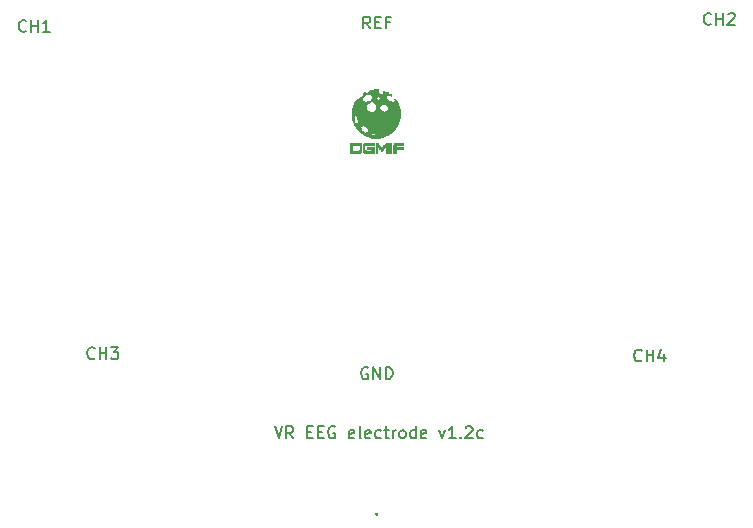
<source format=gbr>
G04 #@! TF.GenerationSoftware,KiCad,Pcbnew,(5.1.10)-1*
G04 #@! TF.CreationDate,2021-08-02T15:50:52+09:00*
G04 #@! TF.ProjectId,electrode_FPCB_rev1.2c,656c6563-7472-46f6-9465-5f465043425f,1.2*
G04 #@! TF.SameCoordinates,Original*
G04 #@! TF.FileFunction,Legend,Top*
G04 #@! TF.FilePolarity,Positive*
%FSLAX46Y46*%
G04 Gerber Fmt 4.6, Leading zero omitted, Abs format (unit mm)*
G04 Created by KiCad (PCBNEW (5.1.10)-1) date 2021-08-02 15:50:52*
%MOMM*%
%LPD*%
G01*
G04 APERTURE LIST*
%ADD10C,0.150000*%
%ADD11C,0.010000*%
G04 APERTURE END LIST*
D10*
X87642857Y-75152380D02*
X87976190Y-76152380D01*
X88309523Y-75152380D01*
X89214285Y-76152380D02*
X88880952Y-75676190D01*
X88642857Y-76152380D02*
X88642857Y-75152380D01*
X89023809Y-75152380D01*
X89119047Y-75200000D01*
X89166666Y-75247619D01*
X89214285Y-75342857D01*
X89214285Y-75485714D01*
X89166666Y-75580952D01*
X89119047Y-75628571D01*
X89023809Y-75676190D01*
X88642857Y-75676190D01*
X90404761Y-75628571D02*
X90738095Y-75628571D01*
X90880952Y-76152380D02*
X90404761Y-76152380D01*
X90404761Y-75152380D01*
X90880952Y-75152380D01*
X91309523Y-75628571D02*
X91642857Y-75628571D01*
X91785714Y-76152380D02*
X91309523Y-76152380D01*
X91309523Y-75152380D01*
X91785714Y-75152380D01*
X92738095Y-75200000D02*
X92642857Y-75152380D01*
X92500000Y-75152380D01*
X92357142Y-75200000D01*
X92261904Y-75295238D01*
X92214285Y-75390476D01*
X92166666Y-75580952D01*
X92166666Y-75723809D01*
X92214285Y-75914285D01*
X92261904Y-76009523D01*
X92357142Y-76104761D01*
X92500000Y-76152380D01*
X92595238Y-76152380D01*
X92738095Y-76104761D01*
X92785714Y-76057142D01*
X92785714Y-75723809D01*
X92595238Y-75723809D01*
X94357142Y-76104761D02*
X94261904Y-76152380D01*
X94071428Y-76152380D01*
X93976190Y-76104761D01*
X93928571Y-76009523D01*
X93928571Y-75628571D01*
X93976190Y-75533333D01*
X94071428Y-75485714D01*
X94261904Y-75485714D01*
X94357142Y-75533333D01*
X94404761Y-75628571D01*
X94404761Y-75723809D01*
X93928571Y-75819047D01*
X94976190Y-76152380D02*
X94880952Y-76104761D01*
X94833333Y-76009523D01*
X94833333Y-75152380D01*
X95738095Y-76104761D02*
X95642857Y-76152380D01*
X95452380Y-76152380D01*
X95357142Y-76104761D01*
X95309523Y-76009523D01*
X95309523Y-75628571D01*
X95357142Y-75533333D01*
X95452380Y-75485714D01*
X95642857Y-75485714D01*
X95738095Y-75533333D01*
X95785714Y-75628571D01*
X95785714Y-75723809D01*
X95309523Y-75819047D01*
X96642857Y-76104761D02*
X96547619Y-76152380D01*
X96357142Y-76152380D01*
X96261904Y-76104761D01*
X96214285Y-76057142D01*
X96166666Y-75961904D01*
X96166666Y-75676190D01*
X96214285Y-75580952D01*
X96261904Y-75533333D01*
X96357142Y-75485714D01*
X96547619Y-75485714D01*
X96642857Y-75533333D01*
X96928571Y-75485714D02*
X97309523Y-75485714D01*
X97071428Y-75152380D02*
X97071428Y-76009523D01*
X97119047Y-76104761D01*
X97214285Y-76152380D01*
X97309523Y-76152380D01*
X97642857Y-76152380D02*
X97642857Y-75485714D01*
X97642857Y-75676190D02*
X97690476Y-75580952D01*
X97738095Y-75533333D01*
X97833333Y-75485714D01*
X97928571Y-75485714D01*
X98404761Y-76152380D02*
X98309523Y-76104761D01*
X98261904Y-76057142D01*
X98214285Y-75961904D01*
X98214285Y-75676190D01*
X98261904Y-75580952D01*
X98309523Y-75533333D01*
X98404761Y-75485714D01*
X98547619Y-75485714D01*
X98642857Y-75533333D01*
X98690476Y-75580952D01*
X98738095Y-75676190D01*
X98738095Y-75961904D01*
X98690476Y-76057142D01*
X98642857Y-76104761D01*
X98547619Y-76152380D01*
X98404761Y-76152380D01*
X99595238Y-76152380D02*
X99595238Y-75152380D01*
X99595238Y-76104761D02*
X99500000Y-76152380D01*
X99309523Y-76152380D01*
X99214285Y-76104761D01*
X99166666Y-76057142D01*
X99119047Y-75961904D01*
X99119047Y-75676190D01*
X99166666Y-75580952D01*
X99214285Y-75533333D01*
X99309523Y-75485714D01*
X99500000Y-75485714D01*
X99595238Y-75533333D01*
X100452380Y-76104761D02*
X100357142Y-76152380D01*
X100166666Y-76152380D01*
X100071428Y-76104761D01*
X100023809Y-76009523D01*
X100023809Y-75628571D01*
X100071428Y-75533333D01*
X100166666Y-75485714D01*
X100357142Y-75485714D01*
X100452380Y-75533333D01*
X100500000Y-75628571D01*
X100500000Y-75723809D01*
X100023809Y-75819047D01*
X101595238Y-75485714D02*
X101833333Y-76152380D01*
X102071428Y-75485714D01*
X102976190Y-76152380D02*
X102404761Y-76152380D01*
X102690476Y-76152380D02*
X102690476Y-75152380D01*
X102595238Y-75295238D01*
X102500000Y-75390476D01*
X102404761Y-75438095D01*
X103404761Y-76057142D02*
X103452380Y-76104761D01*
X103404761Y-76152380D01*
X103357142Y-76104761D01*
X103404761Y-76057142D01*
X103404761Y-76152380D01*
X103833333Y-75247619D02*
X103880952Y-75200000D01*
X103976190Y-75152380D01*
X104214285Y-75152380D01*
X104309523Y-75200000D01*
X104357142Y-75247619D01*
X104404761Y-75342857D01*
X104404761Y-75438095D01*
X104357142Y-75580952D01*
X103785714Y-76152380D01*
X104404761Y-76152380D01*
X105261904Y-76104761D02*
X105166666Y-76152380D01*
X104976190Y-76152380D01*
X104880952Y-76104761D01*
X104833333Y-76057142D01*
X104785714Y-75961904D01*
X104785714Y-75676190D01*
X104833333Y-75580952D01*
X104880952Y-75533333D01*
X104976190Y-75485714D01*
X105166666Y-75485714D01*
X105261904Y-75533333D01*
D11*
G36*
X96020000Y-46620000D02*
G01*
X96080000Y-46620000D01*
X96080000Y-46680000D01*
X96020000Y-46680000D01*
X96020000Y-46620000D01*
G37*
X96020000Y-46620000D02*
X96080000Y-46620000D01*
X96080000Y-46680000D01*
X96020000Y-46680000D01*
X96020000Y-46620000D01*
G36*
X96080000Y-46620000D02*
G01*
X96140000Y-46620000D01*
X96140000Y-46680000D01*
X96080000Y-46680000D01*
X96080000Y-46620000D01*
G37*
X96080000Y-46620000D02*
X96140000Y-46620000D01*
X96140000Y-46680000D01*
X96080000Y-46680000D01*
X96080000Y-46620000D01*
G36*
X96140000Y-46620000D02*
G01*
X96200000Y-46620000D01*
X96200000Y-46680000D01*
X96140000Y-46680000D01*
X96140000Y-46620000D01*
G37*
X96140000Y-46620000D02*
X96200000Y-46620000D01*
X96200000Y-46680000D01*
X96140000Y-46680000D01*
X96140000Y-46620000D01*
G36*
X96200000Y-46620000D02*
G01*
X96260000Y-46620000D01*
X96260000Y-46680000D01*
X96200000Y-46680000D01*
X96200000Y-46620000D01*
G37*
X96200000Y-46620000D02*
X96260000Y-46620000D01*
X96260000Y-46680000D01*
X96200000Y-46680000D01*
X96200000Y-46620000D01*
G36*
X96260000Y-46620000D02*
G01*
X96320000Y-46620000D01*
X96320000Y-46680000D01*
X96260000Y-46680000D01*
X96260000Y-46620000D01*
G37*
X96260000Y-46620000D02*
X96320000Y-46620000D01*
X96320000Y-46680000D01*
X96260000Y-46680000D01*
X96260000Y-46620000D01*
G36*
X96320000Y-46620000D02*
G01*
X96380000Y-46620000D01*
X96380000Y-46680000D01*
X96320000Y-46680000D01*
X96320000Y-46620000D01*
G37*
X96320000Y-46620000D02*
X96380000Y-46620000D01*
X96380000Y-46680000D01*
X96320000Y-46680000D01*
X96320000Y-46620000D01*
G36*
X95720000Y-46680000D02*
G01*
X95780000Y-46680000D01*
X95780000Y-46740000D01*
X95720000Y-46740000D01*
X95720000Y-46680000D01*
G37*
X95720000Y-46680000D02*
X95780000Y-46680000D01*
X95780000Y-46740000D01*
X95720000Y-46740000D01*
X95720000Y-46680000D01*
G36*
X95780000Y-46680000D02*
G01*
X95840000Y-46680000D01*
X95840000Y-46740000D01*
X95780000Y-46740000D01*
X95780000Y-46680000D01*
G37*
X95780000Y-46680000D02*
X95840000Y-46680000D01*
X95840000Y-46740000D01*
X95780000Y-46740000D01*
X95780000Y-46680000D01*
G36*
X95840000Y-46680000D02*
G01*
X95900000Y-46680000D01*
X95900000Y-46740000D01*
X95840000Y-46740000D01*
X95840000Y-46680000D01*
G37*
X95840000Y-46680000D02*
X95900000Y-46680000D01*
X95900000Y-46740000D01*
X95840000Y-46740000D01*
X95840000Y-46680000D01*
G36*
X95900000Y-46680000D02*
G01*
X95960000Y-46680000D01*
X95960000Y-46740000D01*
X95900000Y-46740000D01*
X95900000Y-46680000D01*
G37*
X95900000Y-46680000D02*
X95960000Y-46680000D01*
X95960000Y-46740000D01*
X95900000Y-46740000D01*
X95900000Y-46680000D01*
G36*
X95960000Y-46680000D02*
G01*
X96020000Y-46680000D01*
X96020000Y-46740000D01*
X95960000Y-46740000D01*
X95960000Y-46680000D01*
G37*
X95960000Y-46680000D02*
X96020000Y-46680000D01*
X96020000Y-46740000D01*
X95960000Y-46740000D01*
X95960000Y-46680000D01*
G36*
X96020000Y-46680000D02*
G01*
X96080000Y-46680000D01*
X96080000Y-46740000D01*
X96020000Y-46740000D01*
X96020000Y-46680000D01*
G37*
X96020000Y-46680000D02*
X96080000Y-46680000D01*
X96080000Y-46740000D01*
X96020000Y-46740000D01*
X96020000Y-46680000D01*
G36*
X96080000Y-46680000D02*
G01*
X96140000Y-46680000D01*
X96140000Y-46740000D01*
X96080000Y-46740000D01*
X96080000Y-46680000D01*
G37*
X96080000Y-46680000D02*
X96140000Y-46680000D01*
X96140000Y-46740000D01*
X96080000Y-46740000D01*
X96080000Y-46680000D01*
G36*
X96140000Y-46680000D02*
G01*
X96200000Y-46680000D01*
X96200000Y-46740000D01*
X96140000Y-46740000D01*
X96140000Y-46680000D01*
G37*
X96140000Y-46680000D02*
X96200000Y-46680000D01*
X96200000Y-46740000D01*
X96140000Y-46740000D01*
X96140000Y-46680000D01*
G36*
X96200000Y-46680000D02*
G01*
X96260000Y-46680000D01*
X96260000Y-46740000D01*
X96200000Y-46740000D01*
X96200000Y-46680000D01*
G37*
X96200000Y-46680000D02*
X96260000Y-46680000D01*
X96260000Y-46740000D01*
X96200000Y-46740000D01*
X96200000Y-46680000D01*
G36*
X96260000Y-46680000D02*
G01*
X96320000Y-46680000D01*
X96320000Y-46740000D01*
X96260000Y-46740000D01*
X96260000Y-46680000D01*
G37*
X96260000Y-46680000D02*
X96320000Y-46680000D01*
X96320000Y-46740000D01*
X96260000Y-46740000D01*
X96260000Y-46680000D01*
G36*
X96320000Y-46680000D02*
G01*
X96380000Y-46680000D01*
X96380000Y-46740000D01*
X96320000Y-46740000D01*
X96320000Y-46680000D01*
G37*
X96320000Y-46680000D02*
X96380000Y-46680000D01*
X96380000Y-46740000D01*
X96320000Y-46740000D01*
X96320000Y-46680000D01*
G36*
X95600000Y-46740000D02*
G01*
X95660000Y-46740000D01*
X95660000Y-46800000D01*
X95600000Y-46800000D01*
X95600000Y-46740000D01*
G37*
X95600000Y-46740000D02*
X95660000Y-46740000D01*
X95660000Y-46800000D01*
X95600000Y-46800000D01*
X95600000Y-46740000D01*
G36*
X95660000Y-46740000D02*
G01*
X95720000Y-46740000D01*
X95720000Y-46800000D01*
X95660000Y-46800000D01*
X95660000Y-46740000D01*
G37*
X95660000Y-46740000D02*
X95720000Y-46740000D01*
X95720000Y-46800000D01*
X95660000Y-46800000D01*
X95660000Y-46740000D01*
G36*
X95720000Y-46740000D02*
G01*
X95780000Y-46740000D01*
X95780000Y-46800000D01*
X95720000Y-46800000D01*
X95720000Y-46740000D01*
G37*
X95720000Y-46740000D02*
X95780000Y-46740000D01*
X95780000Y-46800000D01*
X95720000Y-46800000D01*
X95720000Y-46740000D01*
G36*
X95780000Y-46740000D02*
G01*
X95840000Y-46740000D01*
X95840000Y-46800000D01*
X95780000Y-46800000D01*
X95780000Y-46740000D01*
G37*
X95780000Y-46740000D02*
X95840000Y-46740000D01*
X95840000Y-46800000D01*
X95780000Y-46800000D01*
X95780000Y-46740000D01*
G36*
X95840000Y-46740000D02*
G01*
X95900000Y-46740000D01*
X95900000Y-46800000D01*
X95840000Y-46800000D01*
X95840000Y-46740000D01*
G37*
X95840000Y-46740000D02*
X95900000Y-46740000D01*
X95900000Y-46800000D01*
X95840000Y-46800000D01*
X95840000Y-46740000D01*
G36*
X95900000Y-46740000D02*
G01*
X95960000Y-46740000D01*
X95960000Y-46800000D01*
X95900000Y-46800000D01*
X95900000Y-46740000D01*
G37*
X95900000Y-46740000D02*
X95960000Y-46740000D01*
X95960000Y-46800000D01*
X95900000Y-46800000D01*
X95900000Y-46740000D01*
G36*
X95960000Y-46740000D02*
G01*
X96020000Y-46740000D01*
X96020000Y-46800000D01*
X95960000Y-46800000D01*
X95960000Y-46740000D01*
G37*
X95960000Y-46740000D02*
X96020000Y-46740000D01*
X96020000Y-46800000D01*
X95960000Y-46800000D01*
X95960000Y-46740000D01*
G36*
X96020000Y-46740000D02*
G01*
X96080000Y-46740000D01*
X96080000Y-46800000D01*
X96020000Y-46800000D01*
X96020000Y-46740000D01*
G37*
X96020000Y-46740000D02*
X96080000Y-46740000D01*
X96080000Y-46800000D01*
X96020000Y-46800000D01*
X96020000Y-46740000D01*
G36*
X96080000Y-46740000D02*
G01*
X96140000Y-46740000D01*
X96140000Y-46800000D01*
X96080000Y-46800000D01*
X96080000Y-46740000D01*
G37*
X96080000Y-46740000D02*
X96140000Y-46740000D01*
X96140000Y-46800000D01*
X96080000Y-46800000D01*
X96080000Y-46740000D01*
G36*
X96140000Y-46740000D02*
G01*
X96200000Y-46740000D01*
X96200000Y-46800000D01*
X96140000Y-46800000D01*
X96140000Y-46740000D01*
G37*
X96140000Y-46740000D02*
X96200000Y-46740000D01*
X96200000Y-46800000D01*
X96140000Y-46800000D01*
X96140000Y-46740000D01*
G36*
X96200000Y-46740000D02*
G01*
X96260000Y-46740000D01*
X96260000Y-46800000D01*
X96200000Y-46800000D01*
X96200000Y-46740000D01*
G37*
X96200000Y-46740000D02*
X96260000Y-46740000D01*
X96260000Y-46800000D01*
X96200000Y-46800000D01*
X96200000Y-46740000D01*
G36*
X96260000Y-46740000D02*
G01*
X96320000Y-46740000D01*
X96320000Y-46800000D01*
X96260000Y-46800000D01*
X96260000Y-46740000D01*
G37*
X96260000Y-46740000D02*
X96320000Y-46740000D01*
X96320000Y-46800000D01*
X96260000Y-46800000D01*
X96260000Y-46740000D01*
G36*
X96860000Y-46740000D02*
G01*
X96920000Y-46740000D01*
X96920000Y-46800000D01*
X96860000Y-46800000D01*
X96860000Y-46740000D01*
G37*
X96860000Y-46740000D02*
X96920000Y-46740000D01*
X96920000Y-46800000D01*
X96860000Y-46800000D01*
X96860000Y-46740000D01*
G36*
X95600000Y-46800000D02*
G01*
X95660000Y-46800000D01*
X95660000Y-46860000D01*
X95600000Y-46860000D01*
X95600000Y-46800000D01*
G37*
X95600000Y-46800000D02*
X95660000Y-46800000D01*
X95660000Y-46860000D01*
X95600000Y-46860000D01*
X95600000Y-46800000D01*
G36*
X95660000Y-46800000D02*
G01*
X95720000Y-46800000D01*
X95720000Y-46860000D01*
X95660000Y-46860000D01*
X95660000Y-46800000D01*
G37*
X95660000Y-46800000D02*
X95720000Y-46800000D01*
X95720000Y-46860000D01*
X95660000Y-46860000D01*
X95660000Y-46800000D01*
G36*
X95720000Y-46800000D02*
G01*
X95780000Y-46800000D01*
X95780000Y-46860000D01*
X95720000Y-46860000D01*
X95720000Y-46800000D01*
G37*
X95720000Y-46800000D02*
X95780000Y-46800000D01*
X95780000Y-46860000D01*
X95720000Y-46860000D01*
X95720000Y-46800000D01*
G36*
X95780000Y-46800000D02*
G01*
X95840000Y-46800000D01*
X95840000Y-46860000D01*
X95780000Y-46860000D01*
X95780000Y-46800000D01*
G37*
X95780000Y-46800000D02*
X95840000Y-46800000D01*
X95840000Y-46860000D01*
X95780000Y-46860000D01*
X95780000Y-46800000D01*
G36*
X95840000Y-46800000D02*
G01*
X95900000Y-46800000D01*
X95900000Y-46860000D01*
X95840000Y-46860000D01*
X95840000Y-46800000D01*
G37*
X95840000Y-46800000D02*
X95900000Y-46800000D01*
X95900000Y-46860000D01*
X95840000Y-46860000D01*
X95840000Y-46800000D01*
G36*
X95900000Y-46800000D02*
G01*
X95960000Y-46800000D01*
X95960000Y-46860000D01*
X95900000Y-46860000D01*
X95900000Y-46800000D01*
G37*
X95900000Y-46800000D02*
X95960000Y-46800000D01*
X95960000Y-46860000D01*
X95900000Y-46860000D01*
X95900000Y-46800000D01*
G36*
X95960000Y-46800000D02*
G01*
X96020000Y-46800000D01*
X96020000Y-46860000D01*
X95960000Y-46860000D01*
X95960000Y-46800000D01*
G37*
X95960000Y-46800000D02*
X96020000Y-46800000D01*
X96020000Y-46860000D01*
X95960000Y-46860000D01*
X95960000Y-46800000D01*
G36*
X96020000Y-46800000D02*
G01*
X96080000Y-46800000D01*
X96080000Y-46860000D01*
X96020000Y-46860000D01*
X96020000Y-46800000D01*
G37*
X96020000Y-46800000D02*
X96080000Y-46800000D01*
X96080000Y-46860000D01*
X96020000Y-46860000D01*
X96020000Y-46800000D01*
G36*
X96080000Y-46800000D02*
G01*
X96140000Y-46800000D01*
X96140000Y-46860000D01*
X96080000Y-46860000D01*
X96080000Y-46800000D01*
G37*
X96080000Y-46800000D02*
X96140000Y-46800000D01*
X96140000Y-46860000D01*
X96080000Y-46860000D01*
X96080000Y-46800000D01*
G36*
X96140000Y-46800000D02*
G01*
X96200000Y-46800000D01*
X96200000Y-46860000D01*
X96140000Y-46860000D01*
X96140000Y-46800000D01*
G37*
X96140000Y-46800000D02*
X96200000Y-46800000D01*
X96200000Y-46860000D01*
X96140000Y-46860000D01*
X96140000Y-46800000D01*
G36*
X96200000Y-46800000D02*
G01*
X96260000Y-46800000D01*
X96260000Y-46860000D01*
X96200000Y-46860000D01*
X96200000Y-46800000D01*
G37*
X96200000Y-46800000D02*
X96260000Y-46800000D01*
X96260000Y-46860000D01*
X96200000Y-46860000D01*
X96200000Y-46800000D01*
G36*
X96260000Y-46800000D02*
G01*
X96320000Y-46800000D01*
X96320000Y-46860000D01*
X96260000Y-46860000D01*
X96260000Y-46800000D01*
G37*
X96260000Y-46800000D02*
X96320000Y-46800000D01*
X96320000Y-46860000D01*
X96260000Y-46860000D01*
X96260000Y-46800000D01*
G36*
X96920000Y-46800000D02*
G01*
X96980000Y-46800000D01*
X96980000Y-46860000D01*
X96920000Y-46860000D01*
X96920000Y-46800000D01*
G37*
X96920000Y-46800000D02*
X96980000Y-46800000D01*
X96980000Y-46860000D01*
X96920000Y-46860000D01*
X96920000Y-46800000D01*
G36*
X96980000Y-46800000D02*
G01*
X97040000Y-46800000D01*
X97040000Y-46860000D01*
X96980000Y-46860000D01*
X96980000Y-46800000D01*
G37*
X96980000Y-46800000D02*
X97040000Y-46800000D01*
X97040000Y-46860000D01*
X96980000Y-46860000D01*
X96980000Y-46800000D01*
G36*
X97040000Y-46800000D02*
G01*
X97100000Y-46800000D01*
X97100000Y-46860000D01*
X97040000Y-46860000D01*
X97040000Y-46800000D01*
G37*
X97040000Y-46800000D02*
X97100000Y-46800000D01*
X97100000Y-46860000D01*
X97040000Y-46860000D01*
X97040000Y-46800000D01*
G36*
X95240000Y-46860000D02*
G01*
X95300000Y-46860000D01*
X95300000Y-46920000D01*
X95240000Y-46920000D01*
X95240000Y-46860000D01*
G37*
X95240000Y-46860000D02*
X95300000Y-46860000D01*
X95300000Y-46920000D01*
X95240000Y-46920000D01*
X95240000Y-46860000D01*
G36*
X95540000Y-46860000D02*
G01*
X95600000Y-46860000D01*
X95600000Y-46920000D01*
X95540000Y-46920000D01*
X95540000Y-46860000D01*
G37*
X95540000Y-46860000D02*
X95600000Y-46860000D01*
X95600000Y-46920000D01*
X95540000Y-46920000D01*
X95540000Y-46860000D01*
G36*
X95600000Y-46860000D02*
G01*
X95660000Y-46860000D01*
X95660000Y-46920000D01*
X95600000Y-46920000D01*
X95600000Y-46860000D01*
G37*
X95600000Y-46860000D02*
X95660000Y-46860000D01*
X95660000Y-46920000D01*
X95600000Y-46920000D01*
X95600000Y-46860000D01*
G36*
X95660000Y-46860000D02*
G01*
X95720000Y-46860000D01*
X95720000Y-46920000D01*
X95660000Y-46920000D01*
X95660000Y-46860000D01*
G37*
X95660000Y-46860000D02*
X95720000Y-46860000D01*
X95720000Y-46920000D01*
X95660000Y-46920000D01*
X95660000Y-46860000D01*
G36*
X95720000Y-46860000D02*
G01*
X95780000Y-46860000D01*
X95780000Y-46920000D01*
X95720000Y-46920000D01*
X95720000Y-46860000D01*
G37*
X95720000Y-46860000D02*
X95780000Y-46860000D01*
X95780000Y-46920000D01*
X95720000Y-46920000D01*
X95720000Y-46860000D01*
G36*
X95780000Y-46860000D02*
G01*
X95840000Y-46860000D01*
X95840000Y-46920000D01*
X95780000Y-46920000D01*
X95780000Y-46860000D01*
G37*
X95780000Y-46860000D02*
X95840000Y-46860000D01*
X95840000Y-46920000D01*
X95780000Y-46920000D01*
X95780000Y-46860000D01*
G36*
X95840000Y-46860000D02*
G01*
X95900000Y-46860000D01*
X95900000Y-46920000D01*
X95840000Y-46920000D01*
X95840000Y-46860000D01*
G37*
X95840000Y-46860000D02*
X95900000Y-46860000D01*
X95900000Y-46920000D01*
X95840000Y-46920000D01*
X95840000Y-46860000D01*
G36*
X95900000Y-46860000D02*
G01*
X95960000Y-46860000D01*
X95960000Y-46920000D01*
X95900000Y-46920000D01*
X95900000Y-46860000D01*
G37*
X95900000Y-46860000D02*
X95960000Y-46860000D01*
X95960000Y-46920000D01*
X95900000Y-46920000D01*
X95900000Y-46860000D01*
G36*
X95960000Y-46860000D02*
G01*
X96020000Y-46860000D01*
X96020000Y-46920000D01*
X95960000Y-46920000D01*
X95960000Y-46860000D01*
G37*
X95960000Y-46860000D02*
X96020000Y-46860000D01*
X96020000Y-46920000D01*
X95960000Y-46920000D01*
X95960000Y-46860000D01*
G36*
X96020000Y-46860000D02*
G01*
X96080000Y-46860000D01*
X96080000Y-46920000D01*
X96020000Y-46920000D01*
X96020000Y-46860000D01*
G37*
X96020000Y-46860000D02*
X96080000Y-46860000D01*
X96080000Y-46920000D01*
X96020000Y-46920000D01*
X96020000Y-46860000D01*
G36*
X96080000Y-46860000D02*
G01*
X96140000Y-46860000D01*
X96140000Y-46920000D01*
X96080000Y-46920000D01*
X96080000Y-46860000D01*
G37*
X96080000Y-46860000D02*
X96140000Y-46860000D01*
X96140000Y-46920000D01*
X96080000Y-46920000D01*
X96080000Y-46860000D01*
G36*
X96140000Y-46860000D02*
G01*
X96200000Y-46860000D01*
X96200000Y-46920000D01*
X96140000Y-46920000D01*
X96140000Y-46860000D01*
G37*
X96140000Y-46860000D02*
X96200000Y-46860000D01*
X96200000Y-46920000D01*
X96140000Y-46920000D01*
X96140000Y-46860000D01*
G36*
X96200000Y-46860000D02*
G01*
X96260000Y-46860000D01*
X96260000Y-46920000D01*
X96200000Y-46920000D01*
X96200000Y-46860000D01*
G37*
X96200000Y-46860000D02*
X96260000Y-46860000D01*
X96260000Y-46920000D01*
X96200000Y-46920000D01*
X96200000Y-46860000D01*
G36*
X96260000Y-46860000D02*
G01*
X96320000Y-46860000D01*
X96320000Y-46920000D01*
X96260000Y-46920000D01*
X96260000Y-46860000D01*
G37*
X96260000Y-46860000D02*
X96320000Y-46860000D01*
X96320000Y-46920000D01*
X96260000Y-46920000D01*
X96260000Y-46860000D01*
G36*
X96320000Y-46860000D02*
G01*
X96380000Y-46860000D01*
X96380000Y-46920000D01*
X96320000Y-46920000D01*
X96320000Y-46860000D01*
G37*
X96320000Y-46860000D02*
X96380000Y-46860000D01*
X96380000Y-46920000D01*
X96320000Y-46920000D01*
X96320000Y-46860000D01*
G36*
X96920000Y-46860000D02*
G01*
X96980000Y-46860000D01*
X96980000Y-46920000D01*
X96920000Y-46920000D01*
X96920000Y-46860000D01*
G37*
X96920000Y-46860000D02*
X96980000Y-46860000D01*
X96980000Y-46920000D01*
X96920000Y-46920000D01*
X96920000Y-46860000D01*
G36*
X96980000Y-46860000D02*
G01*
X97040000Y-46860000D01*
X97040000Y-46920000D01*
X96980000Y-46920000D01*
X96980000Y-46860000D01*
G37*
X96980000Y-46860000D02*
X97040000Y-46860000D01*
X97040000Y-46920000D01*
X96980000Y-46920000D01*
X96980000Y-46860000D01*
G36*
X97040000Y-46860000D02*
G01*
X97100000Y-46860000D01*
X97100000Y-46920000D01*
X97040000Y-46920000D01*
X97040000Y-46860000D01*
G37*
X97040000Y-46860000D02*
X97100000Y-46860000D01*
X97100000Y-46920000D01*
X97040000Y-46920000D01*
X97040000Y-46860000D01*
G36*
X97100000Y-46860000D02*
G01*
X97160000Y-46860000D01*
X97160000Y-46920000D01*
X97100000Y-46920000D01*
X97100000Y-46860000D01*
G37*
X97100000Y-46860000D02*
X97160000Y-46860000D01*
X97160000Y-46920000D01*
X97100000Y-46920000D01*
X97100000Y-46860000D01*
G36*
X97160000Y-46860000D02*
G01*
X97220000Y-46860000D01*
X97220000Y-46920000D01*
X97160000Y-46920000D01*
X97160000Y-46860000D01*
G37*
X97160000Y-46860000D02*
X97220000Y-46860000D01*
X97220000Y-46920000D01*
X97160000Y-46920000D01*
X97160000Y-46860000D01*
G36*
X95120000Y-46920000D02*
G01*
X95180000Y-46920000D01*
X95180000Y-46980000D01*
X95120000Y-46980000D01*
X95120000Y-46920000D01*
G37*
X95120000Y-46920000D02*
X95180000Y-46920000D01*
X95180000Y-46980000D01*
X95120000Y-46980000D01*
X95120000Y-46920000D01*
G36*
X95180000Y-46920000D02*
G01*
X95240000Y-46920000D01*
X95240000Y-46980000D01*
X95180000Y-46980000D01*
X95180000Y-46920000D01*
G37*
X95180000Y-46920000D02*
X95240000Y-46920000D01*
X95240000Y-46980000D01*
X95180000Y-46980000D01*
X95180000Y-46920000D01*
G36*
X95240000Y-46920000D02*
G01*
X95300000Y-46920000D01*
X95300000Y-46980000D01*
X95240000Y-46980000D01*
X95240000Y-46920000D01*
G37*
X95240000Y-46920000D02*
X95300000Y-46920000D01*
X95300000Y-46980000D01*
X95240000Y-46980000D01*
X95240000Y-46920000D01*
G36*
X95300000Y-46920000D02*
G01*
X95360000Y-46920000D01*
X95360000Y-46980000D01*
X95300000Y-46980000D01*
X95300000Y-46920000D01*
G37*
X95300000Y-46920000D02*
X95360000Y-46920000D01*
X95360000Y-46980000D01*
X95300000Y-46980000D01*
X95300000Y-46920000D01*
G36*
X95360000Y-46920000D02*
G01*
X95420000Y-46920000D01*
X95420000Y-46980000D01*
X95360000Y-46980000D01*
X95360000Y-46920000D01*
G37*
X95360000Y-46920000D02*
X95420000Y-46920000D01*
X95420000Y-46980000D01*
X95360000Y-46980000D01*
X95360000Y-46920000D01*
G36*
X95480000Y-46920000D02*
G01*
X95540000Y-46920000D01*
X95540000Y-46980000D01*
X95480000Y-46980000D01*
X95480000Y-46920000D01*
G37*
X95480000Y-46920000D02*
X95540000Y-46920000D01*
X95540000Y-46980000D01*
X95480000Y-46980000D01*
X95480000Y-46920000D01*
G36*
X95540000Y-46920000D02*
G01*
X95600000Y-46920000D01*
X95600000Y-46980000D01*
X95540000Y-46980000D01*
X95540000Y-46920000D01*
G37*
X95540000Y-46920000D02*
X95600000Y-46920000D01*
X95600000Y-46980000D01*
X95540000Y-46980000D01*
X95540000Y-46920000D01*
G36*
X95600000Y-46920000D02*
G01*
X95660000Y-46920000D01*
X95660000Y-46980000D01*
X95600000Y-46980000D01*
X95600000Y-46920000D01*
G37*
X95600000Y-46920000D02*
X95660000Y-46920000D01*
X95660000Y-46980000D01*
X95600000Y-46980000D01*
X95600000Y-46920000D01*
G36*
X95660000Y-46920000D02*
G01*
X95720000Y-46920000D01*
X95720000Y-46980000D01*
X95660000Y-46980000D01*
X95660000Y-46920000D01*
G37*
X95660000Y-46920000D02*
X95720000Y-46920000D01*
X95720000Y-46980000D01*
X95660000Y-46980000D01*
X95660000Y-46920000D01*
G36*
X95720000Y-46920000D02*
G01*
X95780000Y-46920000D01*
X95780000Y-46980000D01*
X95720000Y-46980000D01*
X95720000Y-46920000D01*
G37*
X95720000Y-46920000D02*
X95780000Y-46920000D01*
X95780000Y-46980000D01*
X95720000Y-46980000D01*
X95720000Y-46920000D01*
G36*
X95780000Y-46920000D02*
G01*
X95840000Y-46920000D01*
X95840000Y-46980000D01*
X95780000Y-46980000D01*
X95780000Y-46920000D01*
G37*
X95780000Y-46920000D02*
X95840000Y-46920000D01*
X95840000Y-46980000D01*
X95780000Y-46980000D01*
X95780000Y-46920000D01*
G36*
X95840000Y-46920000D02*
G01*
X95900000Y-46920000D01*
X95900000Y-46980000D01*
X95840000Y-46980000D01*
X95840000Y-46920000D01*
G37*
X95840000Y-46920000D02*
X95900000Y-46920000D01*
X95900000Y-46980000D01*
X95840000Y-46980000D01*
X95840000Y-46920000D01*
G36*
X95900000Y-46920000D02*
G01*
X95960000Y-46920000D01*
X95960000Y-46980000D01*
X95900000Y-46980000D01*
X95900000Y-46920000D01*
G37*
X95900000Y-46920000D02*
X95960000Y-46920000D01*
X95960000Y-46980000D01*
X95900000Y-46980000D01*
X95900000Y-46920000D01*
G36*
X95960000Y-46920000D02*
G01*
X96020000Y-46920000D01*
X96020000Y-46980000D01*
X95960000Y-46980000D01*
X95960000Y-46920000D01*
G37*
X95960000Y-46920000D02*
X96020000Y-46920000D01*
X96020000Y-46980000D01*
X95960000Y-46980000D01*
X95960000Y-46920000D01*
G36*
X96020000Y-46920000D02*
G01*
X96080000Y-46920000D01*
X96080000Y-46980000D01*
X96020000Y-46980000D01*
X96020000Y-46920000D01*
G37*
X96020000Y-46920000D02*
X96080000Y-46920000D01*
X96080000Y-46980000D01*
X96020000Y-46980000D01*
X96020000Y-46920000D01*
G36*
X96080000Y-46920000D02*
G01*
X96140000Y-46920000D01*
X96140000Y-46980000D01*
X96080000Y-46980000D01*
X96080000Y-46920000D01*
G37*
X96080000Y-46920000D02*
X96140000Y-46920000D01*
X96140000Y-46980000D01*
X96080000Y-46980000D01*
X96080000Y-46920000D01*
G36*
X96140000Y-46920000D02*
G01*
X96200000Y-46920000D01*
X96200000Y-46980000D01*
X96140000Y-46980000D01*
X96140000Y-46920000D01*
G37*
X96140000Y-46920000D02*
X96200000Y-46920000D01*
X96200000Y-46980000D01*
X96140000Y-46980000D01*
X96140000Y-46920000D01*
G36*
X96200000Y-46920000D02*
G01*
X96260000Y-46920000D01*
X96260000Y-46980000D01*
X96200000Y-46980000D01*
X96200000Y-46920000D01*
G37*
X96200000Y-46920000D02*
X96260000Y-46920000D01*
X96260000Y-46980000D01*
X96200000Y-46980000D01*
X96200000Y-46920000D01*
G36*
X96260000Y-46920000D02*
G01*
X96320000Y-46920000D01*
X96320000Y-46980000D01*
X96260000Y-46980000D01*
X96260000Y-46920000D01*
G37*
X96260000Y-46920000D02*
X96320000Y-46920000D01*
X96320000Y-46980000D01*
X96260000Y-46980000D01*
X96260000Y-46920000D01*
G36*
X96320000Y-46920000D02*
G01*
X96380000Y-46920000D01*
X96380000Y-46980000D01*
X96320000Y-46980000D01*
X96320000Y-46920000D01*
G37*
X96320000Y-46920000D02*
X96380000Y-46920000D01*
X96380000Y-46980000D01*
X96320000Y-46980000D01*
X96320000Y-46920000D01*
G36*
X96380000Y-46920000D02*
G01*
X96440000Y-46920000D01*
X96440000Y-46980000D01*
X96380000Y-46980000D01*
X96380000Y-46920000D01*
G37*
X96380000Y-46920000D02*
X96440000Y-46920000D01*
X96440000Y-46980000D01*
X96380000Y-46980000D01*
X96380000Y-46920000D01*
G36*
X96440000Y-46920000D02*
G01*
X96500000Y-46920000D01*
X96500000Y-46980000D01*
X96440000Y-46980000D01*
X96440000Y-46920000D01*
G37*
X96440000Y-46920000D02*
X96500000Y-46920000D01*
X96500000Y-46980000D01*
X96440000Y-46980000D01*
X96440000Y-46920000D01*
G36*
X96860000Y-46920000D02*
G01*
X96920000Y-46920000D01*
X96920000Y-46980000D01*
X96860000Y-46980000D01*
X96860000Y-46920000D01*
G37*
X96860000Y-46920000D02*
X96920000Y-46920000D01*
X96920000Y-46980000D01*
X96860000Y-46980000D01*
X96860000Y-46920000D01*
G36*
X96920000Y-46920000D02*
G01*
X96980000Y-46920000D01*
X96980000Y-46980000D01*
X96920000Y-46980000D01*
X96920000Y-46920000D01*
G37*
X96920000Y-46920000D02*
X96980000Y-46920000D01*
X96980000Y-46980000D01*
X96920000Y-46980000D01*
X96920000Y-46920000D01*
G36*
X96980000Y-46920000D02*
G01*
X97040000Y-46920000D01*
X97040000Y-46980000D01*
X96980000Y-46980000D01*
X96980000Y-46920000D01*
G37*
X96980000Y-46920000D02*
X97040000Y-46920000D01*
X97040000Y-46980000D01*
X96980000Y-46980000D01*
X96980000Y-46920000D01*
G36*
X97040000Y-46920000D02*
G01*
X97100000Y-46920000D01*
X97100000Y-46980000D01*
X97040000Y-46980000D01*
X97040000Y-46920000D01*
G37*
X97040000Y-46920000D02*
X97100000Y-46920000D01*
X97100000Y-46980000D01*
X97040000Y-46980000D01*
X97040000Y-46920000D01*
G36*
X97100000Y-46920000D02*
G01*
X97160000Y-46920000D01*
X97160000Y-46980000D01*
X97100000Y-46980000D01*
X97100000Y-46920000D01*
G37*
X97100000Y-46920000D02*
X97160000Y-46920000D01*
X97160000Y-46980000D01*
X97100000Y-46980000D01*
X97100000Y-46920000D01*
G36*
X97160000Y-46920000D02*
G01*
X97220000Y-46920000D01*
X97220000Y-46980000D01*
X97160000Y-46980000D01*
X97160000Y-46920000D01*
G37*
X97160000Y-46920000D02*
X97220000Y-46920000D01*
X97220000Y-46980000D01*
X97160000Y-46980000D01*
X97160000Y-46920000D01*
G36*
X97220000Y-46920000D02*
G01*
X97280000Y-46920000D01*
X97280000Y-46980000D01*
X97220000Y-46980000D01*
X97220000Y-46920000D01*
G37*
X97220000Y-46920000D02*
X97280000Y-46920000D01*
X97280000Y-46980000D01*
X97220000Y-46980000D01*
X97220000Y-46920000D01*
G36*
X95180000Y-46980000D02*
G01*
X95240000Y-46980000D01*
X95240000Y-47040000D01*
X95180000Y-47040000D01*
X95180000Y-46980000D01*
G37*
X95180000Y-46980000D02*
X95240000Y-46980000D01*
X95240000Y-47040000D01*
X95180000Y-47040000D01*
X95180000Y-46980000D01*
G36*
X95240000Y-46980000D02*
G01*
X95300000Y-46980000D01*
X95300000Y-47040000D01*
X95240000Y-47040000D01*
X95240000Y-46980000D01*
G37*
X95240000Y-46980000D02*
X95300000Y-46980000D01*
X95300000Y-47040000D01*
X95240000Y-47040000D01*
X95240000Y-46980000D01*
G36*
X95300000Y-46980000D02*
G01*
X95360000Y-46980000D01*
X95360000Y-47040000D01*
X95300000Y-47040000D01*
X95300000Y-46980000D01*
G37*
X95300000Y-46980000D02*
X95360000Y-46980000D01*
X95360000Y-47040000D01*
X95300000Y-47040000D01*
X95300000Y-46980000D01*
G36*
X95360000Y-46980000D02*
G01*
X95420000Y-46980000D01*
X95420000Y-47040000D01*
X95360000Y-47040000D01*
X95360000Y-46980000D01*
G37*
X95360000Y-46980000D02*
X95420000Y-46980000D01*
X95420000Y-47040000D01*
X95360000Y-47040000D01*
X95360000Y-46980000D01*
G36*
X95780000Y-46980000D02*
G01*
X95840000Y-46980000D01*
X95840000Y-47040000D01*
X95780000Y-47040000D01*
X95780000Y-46980000D01*
G37*
X95780000Y-46980000D02*
X95840000Y-46980000D01*
X95840000Y-47040000D01*
X95780000Y-47040000D01*
X95780000Y-46980000D01*
G36*
X95840000Y-46980000D02*
G01*
X95900000Y-46980000D01*
X95900000Y-47040000D01*
X95840000Y-47040000D01*
X95840000Y-46980000D01*
G37*
X95840000Y-46980000D02*
X95900000Y-46980000D01*
X95900000Y-47040000D01*
X95840000Y-47040000D01*
X95840000Y-46980000D01*
G36*
X95900000Y-46980000D02*
G01*
X95960000Y-46980000D01*
X95960000Y-47040000D01*
X95900000Y-47040000D01*
X95900000Y-46980000D01*
G37*
X95900000Y-46980000D02*
X95960000Y-46980000D01*
X95960000Y-47040000D01*
X95900000Y-47040000D01*
X95900000Y-46980000D01*
G36*
X95960000Y-46980000D02*
G01*
X96020000Y-46980000D01*
X96020000Y-47040000D01*
X95960000Y-47040000D01*
X95960000Y-46980000D01*
G37*
X95960000Y-46980000D02*
X96020000Y-46980000D01*
X96020000Y-47040000D01*
X95960000Y-47040000D01*
X95960000Y-46980000D01*
G36*
X96020000Y-46980000D02*
G01*
X96080000Y-46980000D01*
X96080000Y-47040000D01*
X96020000Y-47040000D01*
X96020000Y-46980000D01*
G37*
X96020000Y-46980000D02*
X96080000Y-46980000D01*
X96080000Y-47040000D01*
X96020000Y-47040000D01*
X96020000Y-46980000D01*
G36*
X96080000Y-46980000D02*
G01*
X96140000Y-46980000D01*
X96140000Y-47040000D01*
X96080000Y-47040000D01*
X96080000Y-46980000D01*
G37*
X96080000Y-46980000D02*
X96140000Y-46980000D01*
X96140000Y-47040000D01*
X96080000Y-47040000D01*
X96080000Y-46980000D01*
G36*
X96140000Y-46980000D02*
G01*
X96200000Y-46980000D01*
X96200000Y-47040000D01*
X96140000Y-47040000D01*
X96140000Y-46980000D01*
G37*
X96140000Y-46980000D02*
X96200000Y-46980000D01*
X96200000Y-47040000D01*
X96140000Y-47040000D01*
X96140000Y-46980000D01*
G36*
X96200000Y-46980000D02*
G01*
X96260000Y-46980000D01*
X96260000Y-47040000D01*
X96200000Y-47040000D01*
X96200000Y-46980000D01*
G37*
X96200000Y-46980000D02*
X96260000Y-46980000D01*
X96260000Y-47040000D01*
X96200000Y-47040000D01*
X96200000Y-46980000D01*
G36*
X96260000Y-46980000D02*
G01*
X96320000Y-46980000D01*
X96320000Y-47040000D01*
X96260000Y-47040000D01*
X96260000Y-46980000D01*
G37*
X96260000Y-46980000D02*
X96320000Y-46980000D01*
X96320000Y-47040000D01*
X96260000Y-47040000D01*
X96260000Y-46980000D01*
G36*
X96320000Y-46980000D02*
G01*
X96380000Y-46980000D01*
X96380000Y-47040000D01*
X96320000Y-47040000D01*
X96320000Y-46980000D01*
G37*
X96320000Y-46980000D02*
X96380000Y-46980000D01*
X96380000Y-47040000D01*
X96320000Y-47040000D01*
X96320000Y-46980000D01*
G36*
X96380000Y-46980000D02*
G01*
X96440000Y-46980000D01*
X96440000Y-47040000D01*
X96380000Y-47040000D01*
X96380000Y-46980000D01*
G37*
X96380000Y-46980000D02*
X96440000Y-46980000D01*
X96440000Y-47040000D01*
X96380000Y-47040000D01*
X96380000Y-46980000D01*
G36*
X96440000Y-46980000D02*
G01*
X96500000Y-46980000D01*
X96500000Y-47040000D01*
X96440000Y-47040000D01*
X96440000Y-46980000D01*
G37*
X96440000Y-46980000D02*
X96500000Y-46980000D01*
X96500000Y-47040000D01*
X96440000Y-47040000D01*
X96440000Y-46980000D01*
G36*
X96560000Y-46980000D02*
G01*
X96620000Y-46980000D01*
X96620000Y-47040000D01*
X96560000Y-47040000D01*
X96560000Y-46980000D01*
G37*
X96560000Y-46980000D02*
X96620000Y-46980000D01*
X96620000Y-47040000D01*
X96560000Y-47040000D01*
X96560000Y-46980000D01*
G36*
X96620000Y-46980000D02*
G01*
X96680000Y-46980000D01*
X96680000Y-47040000D01*
X96620000Y-47040000D01*
X96620000Y-46980000D01*
G37*
X96620000Y-46980000D02*
X96680000Y-46980000D01*
X96680000Y-47040000D01*
X96620000Y-47040000D01*
X96620000Y-46980000D01*
G36*
X96680000Y-46980000D02*
G01*
X96740000Y-46980000D01*
X96740000Y-47040000D01*
X96680000Y-47040000D01*
X96680000Y-46980000D01*
G37*
X96680000Y-46980000D02*
X96740000Y-46980000D01*
X96740000Y-47040000D01*
X96680000Y-47040000D01*
X96680000Y-46980000D01*
G36*
X96740000Y-46980000D02*
G01*
X96800000Y-46980000D01*
X96800000Y-47040000D01*
X96740000Y-47040000D01*
X96740000Y-46980000D01*
G37*
X96740000Y-46980000D02*
X96800000Y-46980000D01*
X96800000Y-47040000D01*
X96740000Y-47040000D01*
X96740000Y-46980000D01*
G36*
X96800000Y-46980000D02*
G01*
X96860000Y-46980000D01*
X96860000Y-47040000D01*
X96800000Y-47040000D01*
X96800000Y-46980000D01*
G37*
X96800000Y-46980000D02*
X96860000Y-46980000D01*
X96860000Y-47040000D01*
X96800000Y-47040000D01*
X96800000Y-46980000D01*
G36*
X96860000Y-46980000D02*
G01*
X96920000Y-46980000D01*
X96920000Y-47040000D01*
X96860000Y-47040000D01*
X96860000Y-46980000D01*
G37*
X96860000Y-46980000D02*
X96920000Y-46980000D01*
X96920000Y-47040000D01*
X96860000Y-47040000D01*
X96860000Y-46980000D01*
G36*
X96920000Y-46980000D02*
G01*
X96980000Y-46980000D01*
X96980000Y-47040000D01*
X96920000Y-47040000D01*
X96920000Y-46980000D01*
G37*
X96920000Y-46980000D02*
X96980000Y-46980000D01*
X96980000Y-47040000D01*
X96920000Y-47040000D01*
X96920000Y-46980000D01*
G36*
X96980000Y-46980000D02*
G01*
X97040000Y-46980000D01*
X97040000Y-47040000D01*
X96980000Y-47040000D01*
X96980000Y-46980000D01*
G37*
X96980000Y-46980000D02*
X97040000Y-46980000D01*
X97040000Y-47040000D01*
X96980000Y-47040000D01*
X96980000Y-46980000D01*
G36*
X97040000Y-46980000D02*
G01*
X97100000Y-46980000D01*
X97100000Y-47040000D01*
X97040000Y-47040000D01*
X97040000Y-46980000D01*
G37*
X97040000Y-46980000D02*
X97100000Y-46980000D01*
X97100000Y-47040000D01*
X97040000Y-47040000D01*
X97040000Y-46980000D01*
G36*
X97100000Y-46980000D02*
G01*
X97160000Y-46980000D01*
X97160000Y-47040000D01*
X97100000Y-47040000D01*
X97100000Y-46980000D01*
G37*
X97100000Y-46980000D02*
X97160000Y-46980000D01*
X97160000Y-47040000D01*
X97100000Y-47040000D01*
X97100000Y-46980000D01*
G36*
X97160000Y-46980000D02*
G01*
X97220000Y-46980000D01*
X97220000Y-47040000D01*
X97160000Y-47040000D01*
X97160000Y-46980000D01*
G37*
X97160000Y-46980000D02*
X97220000Y-46980000D01*
X97220000Y-47040000D01*
X97160000Y-47040000D01*
X97160000Y-46980000D01*
G36*
X97220000Y-46980000D02*
G01*
X97280000Y-46980000D01*
X97280000Y-47040000D01*
X97220000Y-47040000D01*
X97220000Y-46980000D01*
G37*
X97220000Y-46980000D02*
X97280000Y-46980000D01*
X97280000Y-47040000D01*
X97220000Y-47040000D01*
X97220000Y-46980000D01*
G36*
X97280000Y-46980000D02*
G01*
X97340000Y-46980000D01*
X97340000Y-47040000D01*
X97280000Y-47040000D01*
X97280000Y-46980000D01*
G37*
X97280000Y-46980000D02*
X97340000Y-46980000D01*
X97340000Y-47040000D01*
X97280000Y-47040000D01*
X97280000Y-46980000D01*
G36*
X97340000Y-46980000D02*
G01*
X97400000Y-46980000D01*
X97400000Y-47040000D01*
X97340000Y-47040000D01*
X97340000Y-46980000D01*
G37*
X97340000Y-46980000D02*
X97400000Y-46980000D01*
X97400000Y-47040000D01*
X97340000Y-47040000D01*
X97340000Y-46980000D01*
G36*
X95120000Y-47040000D02*
G01*
X95180000Y-47040000D01*
X95180000Y-47100000D01*
X95120000Y-47100000D01*
X95120000Y-47040000D01*
G37*
X95120000Y-47040000D02*
X95180000Y-47040000D01*
X95180000Y-47100000D01*
X95120000Y-47100000D01*
X95120000Y-47040000D01*
G36*
X95180000Y-47040000D02*
G01*
X95240000Y-47040000D01*
X95240000Y-47100000D01*
X95180000Y-47100000D01*
X95180000Y-47040000D01*
G37*
X95180000Y-47040000D02*
X95240000Y-47040000D01*
X95240000Y-47100000D01*
X95180000Y-47100000D01*
X95180000Y-47040000D01*
G36*
X95240000Y-47040000D02*
G01*
X95300000Y-47040000D01*
X95300000Y-47100000D01*
X95240000Y-47100000D01*
X95240000Y-47040000D01*
G37*
X95240000Y-47040000D02*
X95300000Y-47040000D01*
X95300000Y-47100000D01*
X95240000Y-47100000D01*
X95240000Y-47040000D01*
G36*
X95840000Y-47040000D02*
G01*
X95900000Y-47040000D01*
X95900000Y-47100000D01*
X95840000Y-47100000D01*
X95840000Y-47040000D01*
G37*
X95840000Y-47040000D02*
X95900000Y-47040000D01*
X95900000Y-47100000D01*
X95840000Y-47100000D01*
X95840000Y-47040000D01*
G36*
X95900000Y-47040000D02*
G01*
X95960000Y-47040000D01*
X95960000Y-47100000D01*
X95900000Y-47100000D01*
X95900000Y-47040000D01*
G37*
X95900000Y-47040000D02*
X95960000Y-47040000D01*
X95960000Y-47100000D01*
X95900000Y-47100000D01*
X95900000Y-47040000D01*
G36*
X95960000Y-47040000D02*
G01*
X96020000Y-47040000D01*
X96020000Y-47100000D01*
X95960000Y-47100000D01*
X95960000Y-47040000D01*
G37*
X95960000Y-47040000D02*
X96020000Y-47040000D01*
X96020000Y-47100000D01*
X95960000Y-47100000D01*
X95960000Y-47040000D01*
G36*
X96020000Y-47040000D02*
G01*
X96080000Y-47040000D01*
X96080000Y-47100000D01*
X96020000Y-47100000D01*
X96020000Y-47040000D01*
G37*
X96020000Y-47040000D02*
X96080000Y-47040000D01*
X96080000Y-47100000D01*
X96020000Y-47100000D01*
X96020000Y-47040000D01*
G36*
X96080000Y-47040000D02*
G01*
X96140000Y-47040000D01*
X96140000Y-47100000D01*
X96080000Y-47100000D01*
X96080000Y-47040000D01*
G37*
X96080000Y-47040000D02*
X96140000Y-47040000D01*
X96140000Y-47100000D01*
X96080000Y-47100000D01*
X96080000Y-47040000D01*
G36*
X96140000Y-47040000D02*
G01*
X96200000Y-47040000D01*
X96200000Y-47100000D01*
X96140000Y-47100000D01*
X96140000Y-47040000D01*
G37*
X96140000Y-47040000D02*
X96200000Y-47040000D01*
X96200000Y-47100000D01*
X96140000Y-47100000D01*
X96140000Y-47040000D01*
G36*
X96200000Y-47040000D02*
G01*
X96260000Y-47040000D01*
X96260000Y-47100000D01*
X96200000Y-47100000D01*
X96200000Y-47040000D01*
G37*
X96200000Y-47040000D02*
X96260000Y-47040000D01*
X96260000Y-47100000D01*
X96200000Y-47100000D01*
X96200000Y-47040000D01*
G36*
X96260000Y-47040000D02*
G01*
X96320000Y-47040000D01*
X96320000Y-47100000D01*
X96260000Y-47100000D01*
X96260000Y-47040000D01*
G37*
X96260000Y-47040000D02*
X96320000Y-47040000D01*
X96320000Y-47100000D01*
X96260000Y-47100000D01*
X96260000Y-47040000D01*
G36*
X96320000Y-47040000D02*
G01*
X96380000Y-47040000D01*
X96380000Y-47100000D01*
X96320000Y-47100000D01*
X96320000Y-47040000D01*
G37*
X96320000Y-47040000D02*
X96380000Y-47040000D01*
X96380000Y-47100000D01*
X96320000Y-47100000D01*
X96320000Y-47040000D01*
G36*
X96380000Y-47040000D02*
G01*
X96440000Y-47040000D01*
X96440000Y-47100000D01*
X96380000Y-47100000D01*
X96380000Y-47040000D01*
G37*
X96380000Y-47040000D02*
X96440000Y-47040000D01*
X96440000Y-47100000D01*
X96380000Y-47100000D01*
X96380000Y-47040000D01*
G36*
X96500000Y-47040000D02*
G01*
X96560000Y-47040000D01*
X96560000Y-47100000D01*
X96500000Y-47100000D01*
X96500000Y-47040000D01*
G37*
X96500000Y-47040000D02*
X96560000Y-47040000D01*
X96560000Y-47100000D01*
X96500000Y-47100000D01*
X96500000Y-47040000D01*
G36*
X96560000Y-47040000D02*
G01*
X96620000Y-47040000D01*
X96620000Y-47100000D01*
X96560000Y-47100000D01*
X96560000Y-47040000D01*
G37*
X96560000Y-47040000D02*
X96620000Y-47040000D01*
X96620000Y-47100000D01*
X96560000Y-47100000D01*
X96560000Y-47040000D01*
G36*
X96620000Y-47040000D02*
G01*
X96680000Y-47040000D01*
X96680000Y-47100000D01*
X96620000Y-47100000D01*
X96620000Y-47040000D01*
G37*
X96620000Y-47040000D02*
X96680000Y-47040000D01*
X96680000Y-47100000D01*
X96620000Y-47100000D01*
X96620000Y-47040000D01*
G36*
X96680000Y-47040000D02*
G01*
X96740000Y-47040000D01*
X96740000Y-47100000D01*
X96680000Y-47100000D01*
X96680000Y-47040000D01*
G37*
X96680000Y-47040000D02*
X96740000Y-47040000D01*
X96740000Y-47100000D01*
X96680000Y-47100000D01*
X96680000Y-47040000D01*
G36*
X96740000Y-47040000D02*
G01*
X96800000Y-47040000D01*
X96800000Y-47100000D01*
X96740000Y-47100000D01*
X96740000Y-47040000D01*
G37*
X96740000Y-47040000D02*
X96800000Y-47040000D01*
X96800000Y-47100000D01*
X96740000Y-47100000D01*
X96740000Y-47040000D01*
G36*
X96800000Y-47040000D02*
G01*
X96860000Y-47040000D01*
X96860000Y-47100000D01*
X96800000Y-47100000D01*
X96800000Y-47040000D01*
G37*
X96800000Y-47040000D02*
X96860000Y-47040000D01*
X96860000Y-47100000D01*
X96800000Y-47100000D01*
X96800000Y-47040000D01*
G36*
X96860000Y-47040000D02*
G01*
X96920000Y-47040000D01*
X96920000Y-47100000D01*
X96860000Y-47100000D01*
X96860000Y-47040000D01*
G37*
X96860000Y-47040000D02*
X96920000Y-47040000D01*
X96920000Y-47100000D01*
X96860000Y-47100000D01*
X96860000Y-47040000D01*
G36*
X96920000Y-47040000D02*
G01*
X96980000Y-47040000D01*
X96980000Y-47100000D01*
X96920000Y-47100000D01*
X96920000Y-47040000D01*
G37*
X96920000Y-47040000D02*
X96980000Y-47040000D01*
X96980000Y-47100000D01*
X96920000Y-47100000D01*
X96920000Y-47040000D01*
G36*
X96980000Y-47040000D02*
G01*
X97040000Y-47040000D01*
X97040000Y-47100000D01*
X96980000Y-47100000D01*
X96980000Y-47040000D01*
G37*
X96980000Y-47040000D02*
X97040000Y-47040000D01*
X97040000Y-47100000D01*
X96980000Y-47100000D01*
X96980000Y-47040000D01*
G36*
X97040000Y-47040000D02*
G01*
X97100000Y-47040000D01*
X97100000Y-47100000D01*
X97040000Y-47100000D01*
X97040000Y-47040000D01*
G37*
X97040000Y-47040000D02*
X97100000Y-47040000D01*
X97100000Y-47100000D01*
X97040000Y-47100000D01*
X97040000Y-47040000D01*
G36*
X97100000Y-47040000D02*
G01*
X97160000Y-47040000D01*
X97160000Y-47100000D01*
X97100000Y-47100000D01*
X97100000Y-47040000D01*
G37*
X97100000Y-47040000D02*
X97160000Y-47040000D01*
X97160000Y-47100000D01*
X97100000Y-47100000D01*
X97100000Y-47040000D01*
G36*
X97160000Y-47040000D02*
G01*
X97220000Y-47040000D01*
X97220000Y-47100000D01*
X97160000Y-47100000D01*
X97160000Y-47040000D01*
G37*
X97160000Y-47040000D02*
X97220000Y-47040000D01*
X97220000Y-47100000D01*
X97160000Y-47100000D01*
X97160000Y-47040000D01*
G36*
X97280000Y-47040000D02*
G01*
X97340000Y-47040000D01*
X97340000Y-47100000D01*
X97280000Y-47100000D01*
X97280000Y-47040000D01*
G37*
X97280000Y-47040000D02*
X97340000Y-47040000D01*
X97340000Y-47100000D01*
X97280000Y-47100000D01*
X97280000Y-47040000D01*
G36*
X97340000Y-47040000D02*
G01*
X97400000Y-47040000D01*
X97400000Y-47100000D01*
X97340000Y-47100000D01*
X97340000Y-47040000D01*
G37*
X97340000Y-47040000D02*
X97400000Y-47040000D01*
X97400000Y-47100000D01*
X97340000Y-47100000D01*
X97340000Y-47040000D01*
G36*
X97400000Y-47040000D02*
G01*
X97460000Y-47040000D01*
X97460000Y-47100000D01*
X97400000Y-47100000D01*
X97400000Y-47040000D01*
G37*
X97400000Y-47040000D02*
X97460000Y-47040000D01*
X97460000Y-47100000D01*
X97400000Y-47100000D01*
X97400000Y-47040000D01*
G36*
X95120000Y-47100000D02*
G01*
X95180000Y-47100000D01*
X95180000Y-47160000D01*
X95120000Y-47160000D01*
X95120000Y-47100000D01*
G37*
X95120000Y-47100000D02*
X95180000Y-47100000D01*
X95180000Y-47160000D01*
X95120000Y-47160000D01*
X95120000Y-47100000D01*
G36*
X95900000Y-47100000D02*
G01*
X95960000Y-47100000D01*
X95960000Y-47160000D01*
X95900000Y-47160000D01*
X95900000Y-47100000D01*
G37*
X95900000Y-47100000D02*
X95960000Y-47100000D01*
X95960000Y-47160000D01*
X95900000Y-47160000D01*
X95900000Y-47100000D01*
G36*
X95960000Y-47100000D02*
G01*
X96020000Y-47100000D01*
X96020000Y-47160000D01*
X95960000Y-47160000D01*
X95960000Y-47100000D01*
G37*
X95960000Y-47100000D02*
X96020000Y-47100000D01*
X96020000Y-47160000D01*
X95960000Y-47160000D01*
X95960000Y-47100000D01*
G36*
X96020000Y-47100000D02*
G01*
X96080000Y-47100000D01*
X96080000Y-47160000D01*
X96020000Y-47160000D01*
X96020000Y-47100000D01*
G37*
X96020000Y-47100000D02*
X96080000Y-47100000D01*
X96080000Y-47160000D01*
X96020000Y-47160000D01*
X96020000Y-47100000D01*
G36*
X96080000Y-47100000D02*
G01*
X96140000Y-47100000D01*
X96140000Y-47160000D01*
X96080000Y-47160000D01*
X96080000Y-47100000D01*
G37*
X96080000Y-47100000D02*
X96140000Y-47100000D01*
X96140000Y-47160000D01*
X96080000Y-47160000D01*
X96080000Y-47100000D01*
G36*
X96140000Y-47100000D02*
G01*
X96200000Y-47100000D01*
X96200000Y-47160000D01*
X96140000Y-47160000D01*
X96140000Y-47100000D01*
G37*
X96140000Y-47100000D02*
X96200000Y-47100000D01*
X96200000Y-47160000D01*
X96140000Y-47160000D01*
X96140000Y-47100000D01*
G36*
X96200000Y-47100000D02*
G01*
X96260000Y-47100000D01*
X96260000Y-47160000D01*
X96200000Y-47160000D01*
X96200000Y-47100000D01*
G37*
X96200000Y-47100000D02*
X96260000Y-47100000D01*
X96260000Y-47160000D01*
X96200000Y-47160000D01*
X96200000Y-47100000D01*
G36*
X96260000Y-47100000D02*
G01*
X96320000Y-47100000D01*
X96320000Y-47160000D01*
X96260000Y-47160000D01*
X96260000Y-47100000D01*
G37*
X96260000Y-47100000D02*
X96320000Y-47100000D01*
X96320000Y-47160000D01*
X96260000Y-47160000D01*
X96260000Y-47100000D01*
G36*
X96320000Y-47100000D02*
G01*
X96380000Y-47100000D01*
X96380000Y-47160000D01*
X96320000Y-47160000D01*
X96320000Y-47100000D01*
G37*
X96320000Y-47100000D02*
X96380000Y-47100000D01*
X96380000Y-47160000D01*
X96320000Y-47160000D01*
X96320000Y-47100000D01*
G36*
X96380000Y-47100000D02*
G01*
X96440000Y-47100000D01*
X96440000Y-47160000D01*
X96380000Y-47160000D01*
X96380000Y-47100000D01*
G37*
X96380000Y-47100000D02*
X96440000Y-47100000D01*
X96440000Y-47160000D01*
X96380000Y-47160000D01*
X96380000Y-47100000D01*
G36*
X96500000Y-47100000D02*
G01*
X96560000Y-47100000D01*
X96560000Y-47160000D01*
X96500000Y-47160000D01*
X96500000Y-47100000D01*
G37*
X96500000Y-47100000D02*
X96560000Y-47100000D01*
X96560000Y-47160000D01*
X96500000Y-47160000D01*
X96500000Y-47100000D01*
G36*
X96560000Y-47100000D02*
G01*
X96620000Y-47100000D01*
X96620000Y-47160000D01*
X96560000Y-47160000D01*
X96560000Y-47100000D01*
G37*
X96560000Y-47100000D02*
X96620000Y-47100000D01*
X96620000Y-47160000D01*
X96560000Y-47160000D01*
X96560000Y-47100000D01*
G36*
X96620000Y-47100000D02*
G01*
X96680000Y-47100000D01*
X96680000Y-47160000D01*
X96620000Y-47160000D01*
X96620000Y-47100000D01*
G37*
X96620000Y-47100000D02*
X96680000Y-47100000D01*
X96680000Y-47160000D01*
X96620000Y-47160000D01*
X96620000Y-47100000D01*
G36*
X96680000Y-47100000D02*
G01*
X96740000Y-47100000D01*
X96740000Y-47160000D01*
X96680000Y-47160000D01*
X96680000Y-47100000D01*
G37*
X96680000Y-47100000D02*
X96740000Y-47100000D01*
X96740000Y-47160000D01*
X96680000Y-47160000D01*
X96680000Y-47100000D01*
G36*
X96740000Y-47100000D02*
G01*
X96800000Y-47100000D01*
X96800000Y-47160000D01*
X96740000Y-47160000D01*
X96740000Y-47100000D01*
G37*
X96740000Y-47100000D02*
X96800000Y-47100000D01*
X96800000Y-47160000D01*
X96740000Y-47160000D01*
X96740000Y-47100000D01*
G36*
X96800000Y-47100000D02*
G01*
X96860000Y-47100000D01*
X96860000Y-47160000D01*
X96800000Y-47160000D01*
X96800000Y-47100000D01*
G37*
X96800000Y-47100000D02*
X96860000Y-47100000D01*
X96860000Y-47160000D01*
X96800000Y-47160000D01*
X96800000Y-47100000D01*
G36*
X96860000Y-47100000D02*
G01*
X96920000Y-47100000D01*
X96920000Y-47160000D01*
X96860000Y-47160000D01*
X96860000Y-47100000D01*
G37*
X96860000Y-47100000D02*
X96920000Y-47100000D01*
X96920000Y-47160000D01*
X96860000Y-47160000D01*
X96860000Y-47100000D01*
G36*
X96920000Y-47100000D02*
G01*
X96980000Y-47100000D01*
X96980000Y-47160000D01*
X96920000Y-47160000D01*
X96920000Y-47100000D01*
G37*
X96920000Y-47100000D02*
X96980000Y-47100000D01*
X96980000Y-47160000D01*
X96920000Y-47160000D01*
X96920000Y-47100000D01*
G36*
X96980000Y-47100000D02*
G01*
X97040000Y-47100000D01*
X97040000Y-47160000D01*
X96980000Y-47160000D01*
X96980000Y-47100000D01*
G37*
X96980000Y-47100000D02*
X97040000Y-47100000D01*
X97040000Y-47160000D01*
X96980000Y-47160000D01*
X96980000Y-47100000D01*
G36*
X97040000Y-47100000D02*
G01*
X97100000Y-47100000D01*
X97100000Y-47160000D01*
X97040000Y-47160000D01*
X97040000Y-47100000D01*
G37*
X97040000Y-47100000D02*
X97100000Y-47100000D01*
X97100000Y-47160000D01*
X97040000Y-47160000D01*
X97040000Y-47100000D01*
G36*
X97460000Y-47100000D02*
G01*
X97520000Y-47100000D01*
X97520000Y-47160000D01*
X97460000Y-47160000D01*
X97460000Y-47100000D01*
G37*
X97460000Y-47100000D02*
X97520000Y-47100000D01*
X97520000Y-47160000D01*
X97460000Y-47160000D01*
X97460000Y-47100000D01*
G36*
X95060000Y-47160000D02*
G01*
X95120000Y-47160000D01*
X95120000Y-47220000D01*
X95060000Y-47220000D01*
X95060000Y-47160000D01*
G37*
X95060000Y-47160000D02*
X95120000Y-47160000D01*
X95120000Y-47220000D01*
X95060000Y-47220000D01*
X95060000Y-47160000D01*
G36*
X95900000Y-47160000D02*
G01*
X95960000Y-47160000D01*
X95960000Y-47220000D01*
X95900000Y-47220000D01*
X95900000Y-47160000D01*
G37*
X95900000Y-47160000D02*
X95960000Y-47160000D01*
X95960000Y-47220000D01*
X95900000Y-47220000D01*
X95900000Y-47160000D01*
G36*
X95960000Y-47160000D02*
G01*
X96020000Y-47160000D01*
X96020000Y-47220000D01*
X95960000Y-47220000D01*
X95960000Y-47160000D01*
G37*
X95960000Y-47160000D02*
X96020000Y-47160000D01*
X96020000Y-47220000D01*
X95960000Y-47220000D01*
X95960000Y-47160000D01*
G36*
X96020000Y-47160000D02*
G01*
X96080000Y-47160000D01*
X96080000Y-47220000D01*
X96020000Y-47220000D01*
X96020000Y-47160000D01*
G37*
X96020000Y-47160000D02*
X96080000Y-47160000D01*
X96080000Y-47220000D01*
X96020000Y-47220000D01*
X96020000Y-47160000D01*
G36*
X96080000Y-47160000D02*
G01*
X96140000Y-47160000D01*
X96140000Y-47220000D01*
X96080000Y-47220000D01*
X96080000Y-47160000D01*
G37*
X96080000Y-47160000D02*
X96140000Y-47160000D01*
X96140000Y-47220000D01*
X96080000Y-47220000D01*
X96080000Y-47160000D01*
G36*
X96140000Y-47160000D02*
G01*
X96200000Y-47160000D01*
X96200000Y-47220000D01*
X96140000Y-47220000D01*
X96140000Y-47160000D01*
G37*
X96140000Y-47160000D02*
X96200000Y-47160000D01*
X96200000Y-47220000D01*
X96140000Y-47220000D01*
X96140000Y-47160000D01*
G36*
X96200000Y-47160000D02*
G01*
X96260000Y-47160000D01*
X96260000Y-47220000D01*
X96200000Y-47220000D01*
X96200000Y-47160000D01*
G37*
X96200000Y-47160000D02*
X96260000Y-47160000D01*
X96260000Y-47220000D01*
X96200000Y-47220000D01*
X96200000Y-47160000D01*
G36*
X96260000Y-47160000D02*
G01*
X96320000Y-47160000D01*
X96320000Y-47220000D01*
X96260000Y-47220000D01*
X96260000Y-47160000D01*
G37*
X96260000Y-47160000D02*
X96320000Y-47160000D01*
X96320000Y-47220000D01*
X96260000Y-47220000D01*
X96260000Y-47160000D01*
G36*
X96500000Y-47160000D02*
G01*
X96560000Y-47160000D01*
X96560000Y-47220000D01*
X96500000Y-47220000D01*
X96500000Y-47160000D01*
G37*
X96500000Y-47160000D02*
X96560000Y-47160000D01*
X96560000Y-47220000D01*
X96500000Y-47220000D01*
X96500000Y-47160000D01*
G36*
X96560000Y-47160000D02*
G01*
X96620000Y-47160000D01*
X96620000Y-47220000D01*
X96560000Y-47220000D01*
X96560000Y-47160000D01*
G37*
X96560000Y-47160000D02*
X96620000Y-47160000D01*
X96620000Y-47220000D01*
X96560000Y-47220000D01*
X96560000Y-47160000D01*
G36*
X96620000Y-47160000D02*
G01*
X96680000Y-47160000D01*
X96680000Y-47220000D01*
X96620000Y-47220000D01*
X96620000Y-47160000D01*
G37*
X96620000Y-47160000D02*
X96680000Y-47160000D01*
X96680000Y-47220000D01*
X96620000Y-47220000D01*
X96620000Y-47160000D01*
G36*
X96680000Y-47160000D02*
G01*
X96740000Y-47160000D01*
X96740000Y-47220000D01*
X96680000Y-47220000D01*
X96680000Y-47160000D01*
G37*
X96680000Y-47160000D02*
X96740000Y-47160000D01*
X96740000Y-47220000D01*
X96680000Y-47220000D01*
X96680000Y-47160000D01*
G36*
X96740000Y-47160000D02*
G01*
X96800000Y-47160000D01*
X96800000Y-47220000D01*
X96740000Y-47220000D01*
X96740000Y-47160000D01*
G37*
X96740000Y-47160000D02*
X96800000Y-47160000D01*
X96800000Y-47220000D01*
X96740000Y-47220000D01*
X96740000Y-47160000D01*
G36*
X96800000Y-47160000D02*
G01*
X96860000Y-47160000D01*
X96860000Y-47220000D01*
X96800000Y-47220000D01*
X96800000Y-47160000D01*
G37*
X96800000Y-47160000D02*
X96860000Y-47160000D01*
X96860000Y-47220000D01*
X96800000Y-47220000D01*
X96800000Y-47160000D01*
G36*
X96860000Y-47160000D02*
G01*
X96920000Y-47160000D01*
X96920000Y-47220000D01*
X96860000Y-47220000D01*
X96860000Y-47160000D01*
G37*
X96860000Y-47160000D02*
X96920000Y-47160000D01*
X96920000Y-47220000D01*
X96860000Y-47220000D01*
X96860000Y-47160000D01*
G36*
X96920000Y-47160000D02*
G01*
X96980000Y-47160000D01*
X96980000Y-47220000D01*
X96920000Y-47220000D01*
X96920000Y-47160000D01*
G37*
X96920000Y-47160000D02*
X96980000Y-47160000D01*
X96980000Y-47220000D01*
X96920000Y-47220000D01*
X96920000Y-47160000D01*
G36*
X96980000Y-47160000D02*
G01*
X97040000Y-47160000D01*
X97040000Y-47220000D01*
X96980000Y-47220000D01*
X96980000Y-47160000D01*
G37*
X96980000Y-47160000D02*
X97040000Y-47160000D01*
X97040000Y-47220000D01*
X96980000Y-47220000D01*
X96980000Y-47160000D01*
G36*
X95000000Y-47220000D02*
G01*
X95060000Y-47220000D01*
X95060000Y-47280000D01*
X95000000Y-47280000D01*
X95000000Y-47220000D01*
G37*
X95000000Y-47220000D02*
X95060000Y-47220000D01*
X95060000Y-47280000D01*
X95000000Y-47280000D01*
X95000000Y-47220000D01*
G36*
X95060000Y-47220000D02*
G01*
X95120000Y-47220000D01*
X95120000Y-47280000D01*
X95060000Y-47280000D01*
X95060000Y-47220000D01*
G37*
X95060000Y-47220000D02*
X95120000Y-47220000D01*
X95120000Y-47280000D01*
X95060000Y-47280000D01*
X95060000Y-47220000D01*
G36*
X95900000Y-47220000D02*
G01*
X95960000Y-47220000D01*
X95960000Y-47280000D01*
X95900000Y-47280000D01*
X95900000Y-47220000D01*
G37*
X95900000Y-47220000D02*
X95960000Y-47220000D01*
X95960000Y-47280000D01*
X95900000Y-47280000D01*
X95900000Y-47220000D01*
G36*
X95960000Y-47220000D02*
G01*
X96020000Y-47220000D01*
X96020000Y-47280000D01*
X95960000Y-47280000D01*
X95960000Y-47220000D01*
G37*
X95960000Y-47220000D02*
X96020000Y-47220000D01*
X96020000Y-47280000D01*
X95960000Y-47280000D01*
X95960000Y-47220000D01*
G36*
X96020000Y-47220000D02*
G01*
X96080000Y-47220000D01*
X96080000Y-47280000D01*
X96020000Y-47280000D01*
X96020000Y-47220000D01*
G37*
X96020000Y-47220000D02*
X96080000Y-47220000D01*
X96080000Y-47280000D01*
X96020000Y-47280000D01*
X96020000Y-47220000D01*
G36*
X96080000Y-47220000D02*
G01*
X96140000Y-47220000D01*
X96140000Y-47280000D01*
X96080000Y-47280000D01*
X96080000Y-47220000D01*
G37*
X96080000Y-47220000D02*
X96140000Y-47220000D01*
X96140000Y-47280000D01*
X96080000Y-47280000D01*
X96080000Y-47220000D01*
G36*
X96140000Y-47220000D02*
G01*
X96200000Y-47220000D01*
X96200000Y-47280000D01*
X96140000Y-47280000D01*
X96140000Y-47220000D01*
G37*
X96140000Y-47220000D02*
X96200000Y-47220000D01*
X96200000Y-47280000D01*
X96140000Y-47280000D01*
X96140000Y-47220000D01*
G36*
X96200000Y-47220000D02*
G01*
X96260000Y-47220000D01*
X96260000Y-47280000D01*
X96200000Y-47280000D01*
X96200000Y-47220000D01*
G37*
X96200000Y-47220000D02*
X96260000Y-47220000D01*
X96260000Y-47280000D01*
X96200000Y-47280000D01*
X96200000Y-47220000D01*
G36*
X96560000Y-47220000D02*
G01*
X96620000Y-47220000D01*
X96620000Y-47280000D01*
X96560000Y-47280000D01*
X96560000Y-47220000D01*
G37*
X96560000Y-47220000D02*
X96620000Y-47220000D01*
X96620000Y-47280000D01*
X96560000Y-47280000D01*
X96560000Y-47220000D01*
G36*
X96620000Y-47220000D02*
G01*
X96680000Y-47220000D01*
X96680000Y-47280000D01*
X96620000Y-47280000D01*
X96620000Y-47220000D01*
G37*
X96620000Y-47220000D02*
X96680000Y-47220000D01*
X96680000Y-47280000D01*
X96620000Y-47280000D01*
X96620000Y-47220000D01*
G36*
X96680000Y-47220000D02*
G01*
X96740000Y-47220000D01*
X96740000Y-47280000D01*
X96680000Y-47280000D01*
X96680000Y-47220000D01*
G37*
X96680000Y-47220000D02*
X96740000Y-47220000D01*
X96740000Y-47280000D01*
X96680000Y-47280000D01*
X96680000Y-47220000D01*
G36*
X96740000Y-47220000D02*
G01*
X96800000Y-47220000D01*
X96800000Y-47280000D01*
X96740000Y-47280000D01*
X96740000Y-47220000D01*
G37*
X96740000Y-47220000D02*
X96800000Y-47220000D01*
X96800000Y-47280000D01*
X96740000Y-47280000D01*
X96740000Y-47220000D01*
G36*
X96800000Y-47220000D02*
G01*
X96860000Y-47220000D01*
X96860000Y-47280000D01*
X96800000Y-47280000D01*
X96800000Y-47220000D01*
G37*
X96800000Y-47220000D02*
X96860000Y-47220000D01*
X96860000Y-47280000D01*
X96800000Y-47280000D01*
X96800000Y-47220000D01*
G36*
X96860000Y-47220000D02*
G01*
X96920000Y-47220000D01*
X96920000Y-47280000D01*
X96860000Y-47280000D01*
X96860000Y-47220000D01*
G37*
X96860000Y-47220000D02*
X96920000Y-47220000D01*
X96920000Y-47280000D01*
X96860000Y-47280000D01*
X96860000Y-47220000D01*
G36*
X96920000Y-47220000D02*
G01*
X96980000Y-47220000D01*
X96980000Y-47280000D01*
X96920000Y-47280000D01*
X96920000Y-47220000D01*
G37*
X96920000Y-47220000D02*
X96980000Y-47220000D01*
X96980000Y-47280000D01*
X96920000Y-47280000D01*
X96920000Y-47220000D01*
G36*
X96980000Y-47220000D02*
G01*
X97040000Y-47220000D01*
X97040000Y-47280000D01*
X96980000Y-47280000D01*
X96980000Y-47220000D01*
G37*
X96980000Y-47220000D02*
X97040000Y-47220000D01*
X97040000Y-47280000D01*
X96980000Y-47280000D01*
X96980000Y-47220000D01*
G36*
X94880000Y-47280000D02*
G01*
X94940000Y-47280000D01*
X94940000Y-47340000D01*
X94880000Y-47340000D01*
X94880000Y-47280000D01*
G37*
X94880000Y-47280000D02*
X94940000Y-47280000D01*
X94940000Y-47340000D01*
X94880000Y-47340000D01*
X94880000Y-47280000D01*
G36*
X94940000Y-47280000D02*
G01*
X95000000Y-47280000D01*
X95000000Y-47340000D01*
X94940000Y-47340000D01*
X94940000Y-47280000D01*
G37*
X94940000Y-47280000D02*
X95000000Y-47280000D01*
X95000000Y-47340000D01*
X94940000Y-47340000D01*
X94940000Y-47280000D01*
G36*
X95000000Y-47280000D02*
G01*
X95060000Y-47280000D01*
X95060000Y-47340000D01*
X95000000Y-47340000D01*
X95000000Y-47280000D01*
G37*
X95000000Y-47280000D02*
X95060000Y-47280000D01*
X95060000Y-47340000D01*
X95000000Y-47340000D01*
X95000000Y-47280000D01*
G36*
X96560000Y-47280000D02*
G01*
X96620000Y-47280000D01*
X96620000Y-47340000D01*
X96560000Y-47340000D01*
X96560000Y-47280000D01*
G37*
X96560000Y-47280000D02*
X96620000Y-47280000D01*
X96620000Y-47340000D01*
X96560000Y-47340000D01*
X96560000Y-47280000D01*
G36*
X96620000Y-47280000D02*
G01*
X96680000Y-47280000D01*
X96680000Y-47340000D01*
X96620000Y-47340000D01*
X96620000Y-47280000D01*
G37*
X96620000Y-47280000D02*
X96680000Y-47280000D01*
X96680000Y-47340000D01*
X96620000Y-47340000D01*
X96620000Y-47280000D01*
G36*
X96680000Y-47280000D02*
G01*
X96740000Y-47280000D01*
X96740000Y-47340000D01*
X96680000Y-47340000D01*
X96680000Y-47280000D01*
G37*
X96680000Y-47280000D02*
X96740000Y-47280000D01*
X96740000Y-47340000D01*
X96680000Y-47340000D01*
X96680000Y-47280000D01*
G36*
X96740000Y-47280000D02*
G01*
X96800000Y-47280000D01*
X96800000Y-47340000D01*
X96740000Y-47340000D01*
X96740000Y-47280000D01*
G37*
X96740000Y-47280000D02*
X96800000Y-47280000D01*
X96800000Y-47340000D01*
X96740000Y-47340000D01*
X96740000Y-47280000D01*
G36*
X96800000Y-47280000D02*
G01*
X96860000Y-47280000D01*
X96860000Y-47340000D01*
X96800000Y-47340000D01*
X96800000Y-47280000D01*
G37*
X96800000Y-47280000D02*
X96860000Y-47280000D01*
X96860000Y-47340000D01*
X96800000Y-47340000D01*
X96800000Y-47280000D01*
G36*
X96860000Y-47280000D02*
G01*
X96920000Y-47280000D01*
X96920000Y-47340000D01*
X96860000Y-47340000D01*
X96860000Y-47280000D01*
G37*
X96860000Y-47280000D02*
X96920000Y-47280000D01*
X96920000Y-47340000D01*
X96860000Y-47340000D01*
X96860000Y-47280000D01*
G36*
X96920000Y-47280000D02*
G01*
X96980000Y-47280000D01*
X96980000Y-47340000D01*
X96920000Y-47340000D01*
X96920000Y-47280000D01*
G37*
X96920000Y-47280000D02*
X96980000Y-47280000D01*
X96980000Y-47340000D01*
X96920000Y-47340000D01*
X96920000Y-47280000D01*
G36*
X96980000Y-47280000D02*
G01*
X97040000Y-47280000D01*
X97040000Y-47340000D01*
X96980000Y-47340000D01*
X96980000Y-47280000D01*
G37*
X96980000Y-47280000D02*
X97040000Y-47280000D01*
X97040000Y-47340000D01*
X96980000Y-47340000D01*
X96980000Y-47280000D01*
G36*
X94760000Y-47340000D02*
G01*
X94820000Y-47340000D01*
X94820000Y-47400000D01*
X94760000Y-47400000D01*
X94760000Y-47340000D01*
G37*
X94760000Y-47340000D02*
X94820000Y-47340000D01*
X94820000Y-47400000D01*
X94760000Y-47400000D01*
X94760000Y-47340000D01*
G36*
X94820000Y-47340000D02*
G01*
X94880000Y-47340000D01*
X94880000Y-47400000D01*
X94820000Y-47400000D01*
X94820000Y-47340000D01*
G37*
X94820000Y-47340000D02*
X94880000Y-47340000D01*
X94880000Y-47400000D01*
X94820000Y-47400000D01*
X94820000Y-47340000D01*
G36*
X94880000Y-47340000D02*
G01*
X94940000Y-47340000D01*
X94940000Y-47400000D01*
X94880000Y-47400000D01*
X94880000Y-47340000D01*
G37*
X94880000Y-47340000D02*
X94940000Y-47340000D01*
X94940000Y-47400000D01*
X94880000Y-47400000D01*
X94880000Y-47340000D01*
G36*
X94940000Y-47340000D02*
G01*
X95000000Y-47340000D01*
X95000000Y-47400000D01*
X94940000Y-47400000D01*
X94940000Y-47340000D01*
G37*
X94940000Y-47340000D02*
X95000000Y-47340000D01*
X95000000Y-47400000D01*
X94940000Y-47400000D01*
X94940000Y-47340000D01*
G36*
X95000000Y-47340000D02*
G01*
X95060000Y-47340000D01*
X95060000Y-47400000D01*
X95000000Y-47400000D01*
X95000000Y-47340000D01*
G37*
X95000000Y-47340000D02*
X95060000Y-47340000D01*
X95060000Y-47400000D01*
X95000000Y-47400000D01*
X95000000Y-47340000D01*
G36*
X95900000Y-47340000D02*
G01*
X95960000Y-47340000D01*
X95960000Y-47400000D01*
X95900000Y-47400000D01*
X95900000Y-47340000D01*
G37*
X95900000Y-47340000D02*
X95960000Y-47340000D01*
X95960000Y-47400000D01*
X95900000Y-47400000D01*
X95900000Y-47340000D01*
G36*
X95960000Y-47340000D02*
G01*
X96020000Y-47340000D01*
X96020000Y-47400000D01*
X95960000Y-47400000D01*
X95960000Y-47340000D01*
G37*
X95960000Y-47340000D02*
X96020000Y-47340000D01*
X96020000Y-47400000D01*
X95960000Y-47400000D01*
X95960000Y-47340000D01*
G36*
X96020000Y-47340000D02*
G01*
X96080000Y-47340000D01*
X96080000Y-47400000D01*
X96020000Y-47400000D01*
X96020000Y-47340000D01*
G37*
X96020000Y-47340000D02*
X96080000Y-47340000D01*
X96080000Y-47400000D01*
X96020000Y-47400000D01*
X96020000Y-47340000D01*
G36*
X96080000Y-47340000D02*
G01*
X96140000Y-47340000D01*
X96140000Y-47400000D01*
X96080000Y-47400000D01*
X96080000Y-47340000D01*
G37*
X96080000Y-47340000D02*
X96140000Y-47340000D01*
X96140000Y-47400000D01*
X96080000Y-47400000D01*
X96080000Y-47340000D01*
G36*
X96140000Y-47340000D02*
G01*
X96200000Y-47340000D01*
X96200000Y-47400000D01*
X96140000Y-47400000D01*
X96140000Y-47340000D01*
G37*
X96140000Y-47340000D02*
X96200000Y-47340000D01*
X96200000Y-47400000D01*
X96140000Y-47400000D01*
X96140000Y-47340000D01*
G36*
X96620000Y-47340000D02*
G01*
X96680000Y-47340000D01*
X96680000Y-47400000D01*
X96620000Y-47400000D01*
X96620000Y-47340000D01*
G37*
X96620000Y-47340000D02*
X96680000Y-47340000D01*
X96680000Y-47400000D01*
X96620000Y-47400000D01*
X96620000Y-47340000D01*
G36*
X96680000Y-47340000D02*
G01*
X96740000Y-47340000D01*
X96740000Y-47400000D01*
X96680000Y-47400000D01*
X96680000Y-47340000D01*
G37*
X96680000Y-47340000D02*
X96740000Y-47340000D01*
X96740000Y-47400000D01*
X96680000Y-47400000D01*
X96680000Y-47340000D01*
G36*
X96740000Y-47340000D02*
G01*
X96800000Y-47340000D01*
X96800000Y-47400000D01*
X96740000Y-47400000D01*
X96740000Y-47340000D01*
G37*
X96740000Y-47340000D02*
X96800000Y-47340000D01*
X96800000Y-47400000D01*
X96740000Y-47400000D01*
X96740000Y-47340000D01*
G36*
X96800000Y-47340000D02*
G01*
X96860000Y-47340000D01*
X96860000Y-47400000D01*
X96800000Y-47400000D01*
X96800000Y-47340000D01*
G37*
X96800000Y-47340000D02*
X96860000Y-47340000D01*
X96860000Y-47400000D01*
X96800000Y-47400000D01*
X96800000Y-47340000D01*
G36*
X96860000Y-47340000D02*
G01*
X96920000Y-47340000D01*
X96920000Y-47400000D01*
X96860000Y-47400000D01*
X96860000Y-47340000D01*
G37*
X96860000Y-47340000D02*
X96920000Y-47340000D01*
X96920000Y-47400000D01*
X96860000Y-47400000D01*
X96860000Y-47340000D01*
G36*
X96920000Y-47340000D02*
G01*
X96980000Y-47340000D01*
X96980000Y-47400000D01*
X96920000Y-47400000D01*
X96920000Y-47340000D01*
G37*
X96920000Y-47340000D02*
X96980000Y-47340000D01*
X96980000Y-47400000D01*
X96920000Y-47400000D01*
X96920000Y-47340000D01*
G36*
X96980000Y-47340000D02*
G01*
X97040000Y-47340000D01*
X97040000Y-47400000D01*
X96980000Y-47400000D01*
X96980000Y-47340000D01*
G37*
X96980000Y-47340000D02*
X97040000Y-47340000D01*
X97040000Y-47400000D01*
X96980000Y-47400000D01*
X96980000Y-47340000D01*
G36*
X97040000Y-47340000D02*
G01*
X97100000Y-47340000D01*
X97100000Y-47400000D01*
X97040000Y-47400000D01*
X97040000Y-47340000D01*
G37*
X97040000Y-47340000D02*
X97100000Y-47340000D01*
X97100000Y-47400000D01*
X97040000Y-47400000D01*
X97040000Y-47340000D01*
G36*
X94580000Y-47400000D02*
G01*
X94640000Y-47400000D01*
X94640000Y-47460000D01*
X94580000Y-47460000D01*
X94580000Y-47400000D01*
G37*
X94580000Y-47400000D02*
X94640000Y-47400000D01*
X94640000Y-47460000D01*
X94580000Y-47460000D01*
X94580000Y-47400000D01*
G36*
X94640000Y-47400000D02*
G01*
X94700000Y-47400000D01*
X94700000Y-47460000D01*
X94640000Y-47460000D01*
X94640000Y-47400000D01*
G37*
X94640000Y-47400000D02*
X94700000Y-47400000D01*
X94700000Y-47460000D01*
X94640000Y-47460000D01*
X94640000Y-47400000D01*
G36*
X94700000Y-47400000D02*
G01*
X94760000Y-47400000D01*
X94760000Y-47460000D01*
X94700000Y-47460000D01*
X94700000Y-47400000D01*
G37*
X94700000Y-47400000D02*
X94760000Y-47400000D01*
X94760000Y-47460000D01*
X94700000Y-47460000D01*
X94700000Y-47400000D01*
G36*
X94760000Y-47400000D02*
G01*
X94820000Y-47400000D01*
X94820000Y-47460000D01*
X94760000Y-47460000D01*
X94760000Y-47400000D01*
G37*
X94760000Y-47400000D02*
X94820000Y-47400000D01*
X94820000Y-47460000D01*
X94760000Y-47460000D01*
X94760000Y-47400000D01*
G36*
X94820000Y-47400000D02*
G01*
X94880000Y-47400000D01*
X94880000Y-47460000D01*
X94820000Y-47460000D01*
X94820000Y-47400000D01*
G37*
X94820000Y-47400000D02*
X94880000Y-47400000D01*
X94880000Y-47460000D01*
X94820000Y-47460000D01*
X94820000Y-47400000D01*
G36*
X94880000Y-47400000D02*
G01*
X94940000Y-47400000D01*
X94940000Y-47460000D01*
X94880000Y-47460000D01*
X94880000Y-47400000D01*
G37*
X94880000Y-47400000D02*
X94940000Y-47400000D01*
X94940000Y-47460000D01*
X94880000Y-47460000D01*
X94880000Y-47400000D01*
G36*
X94940000Y-47400000D02*
G01*
X95000000Y-47400000D01*
X95000000Y-47460000D01*
X94940000Y-47460000D01*
X94940000Y-47400000D01*
G37*
X94940000Y-47400000D02*
X95000000Y-47400000D01*
X95000000Y-47460000D01*
X94940000Y-47460000D01*
X94940000Y-47400000D01*
G36*
X95000000Y-47400000D02*
G01*
X95060000Y-47400000D01*
X95060000Y-47460000D01*
X95000000Y-47460000D01*
X95000000Y-47400000D01*
G37*
X95000000Y-47400000D02*
X95060000Y-47400000D01*
X95060000Y-47460000D01*
X95000000Y-47460000D01*
X95000000Y-47400000D01*
G36*
X95840000Y-47400000D02*
G01*
X95900000Y-47400000D01*
X95900000Y-47460000D01*
X95840000Y-47460000D01*
X95840000Y-47400000D01*
G37*
X95840000Y-47400000D02*
X95900000Y-47400000D01*
X95900000Y-47460000D01*
X95840000Y-47460000D01*
X95840000Y-47400000D01*
G36*
X95900000Y-47400000D02*
G01*
X95960000Y-47400000D01*
X95960000Y-47460000D01*
X95900000Y-47460000D01*
X95900000Y-47400000D01*
G37*
X95900000Y-47400000D02*
X95960000Y-47400000D01*
X95960000Y-47460000D01*
X95900000Y-47460000D01*
X95900000Y-47400000D01*
G36*
X95960000Y-47400000D02*
G01*
X96020000Y-47400000D01*
X96020000Y-47460000D01*
X95960000Y-47460000D01*
X95960000Y-47400000D01*
G37*
X95960000Y-47400000D02*
X96020000Y-47400000D01*
X96020000Y-47460000D01*
X95960000Y-47460000D01*
X95960000Y-47400000D01*
G36*
X96020000Y-47400000D02*
G01*
X96080000Y-47400000D01*
X96080000Y-47460000D01*
X96020000Y-47460000D01*
X96020000Y-47400000D01*
G37*
X96020000Y-47400000D02*
X96080000Y-47400000D01*
X96080000Y-47460000D01*
X96020000Y-47460000D01*
X96020000Y-47400000D01*
G36*
X96080000Y-47400000D02*
G01*
X96140000Y-47400000D01*
X96140000Y-47460000D01*
X96080000Y-47460000D01*
X96080000Y-47400000D01*
G37*
X96080000Y-47400000D02*
X96140000Y-47400000D01*
X96140000Y-47460000D01*
X96080000Y-47460000D01*
X96080000Y-47400000D01*
G36*
X96140000Y-47400000D02*
G01*
X96200000Y-47400000D01*
X96200000Y-47460000D01*
X96140000Y-47460000D01*
X96140000Y-47400000D01*
G37*
X96140000Y-47400000D02*
X96200000Y-47400000D01*
X96200000Y-47460000D01*
X96140000Y-47460000D01*
X96140000Y-47400000D01*
G36*
X96200000Y-47400000D02*
G01*
X96260000Y-47400000D01*
X96260000Y-47460000D01*
X96200000Y-47460000D01*
X96200000Y-47400000D01*
G37*
X96200000Y-47400000D02*
X96260000Y-47400000D01*
X96260000Y-47460000D01*
X96200000Y-47460000D01*
X96200000Y-47400000D01*
G36*
X96560000Y-47400000D02*
G01*
X96620000Y-47400000D01*
X96620000Y-47460000D01*
X96560000Y-47460000D01*
X96560000Y-47400000D01*
G37*
X96560000Y-47400000D02*
X96620000Y-47400000D01*
X96620000Y-47460000D01*
X96560000Y-47460000D01*
X96560000Y-47400000D01*
G36*
X96620000Y-47400000D02*
G01*
X96680000Y-47400000D01*
X96680000Y-47460000D01*
X96620000Y-47460000D01*
X96620000Y-47400000D01*
G37*
X96620000Y-47400000D02*
X96680000Y-47400000D01*
X96680000Y-47460000D01*
X96620000Y-47460000D01*
X96620000Y-47400000D01*
G36*
X96680000Y-47400000D02*
G01*
X96740000Y-47400000D01*
X96740000Y-47460000D01*
X96680000Y-47460000D01*
X96680000Y-47400000D01*
G37*
X96680000Y-47400000D02*
X96740000Y-47400000D01*
X96740000Y-47460000D01*
X96680000Y-47460000D01*
X96680000Y-47400000D01*
G36*
X96740000Y-47400000D02*
G01*
X96800000Y-47400000D01*
X96800000Y-47460000D01*
X96740000Y-47460000D01*
X96740000Y-47400000D01*
G37*
X96740000Y-47400000D02*
X96800000Y-47400000D01*
X96800000Y-47460000D01*
X96740000Y-47460000D01*
X96740000Y-47400000D01*
G36*
X96800000Y-47400000D02*
G01*
X96860000Y-47400000D01*
X96860000Y-47460000D01*
X96800000Y-47460000D01*
X96800000Y-47400000D01*
G37*
X96800000Y-47400000D02*
X96860000Y-47400000D01*
X96860000Y-47460000D01*
X96800000Y-47460000D01*
X96800000Y-47400000D01*
G36*
X96860000Y-47400000D02*
G01*
X96920000Y-47400000D01*
X96920000Y-47460000D01*
X96860000Y-47460000D01*
X96860000Y-47400000D01*
G37*
X96860000Y-47400000D02*
X96920000Y-47400000D01*
X96920000Y-47460000D01*
X96860000Y-47460000D01*
X96860000Y-47400000D01*
G36*
X96920000Y-47400000D02*
G01*
X96980000Y-47400000D01*
X96980000Y-47460000D01*
X96920000Y-47460000D01*
X96920000Y-47400000D01*
G37*
X96920000Y-47400000D02*
X96980000Y-47400000D01*
X96980000Y-47460000D01*
X96920000Y-47460000D01*
X96920000Y-47400000D01*
G36*
X96980000Y-47400000D02*
G01*
X97040000Y-47400000D01*
X97040000Y-47460000D01*
X96980000Y-47460000D01*
X96980000Y-47400000D01*
G37*
X96980000Y-47400000D02*
X97040000Y-47400000D01*
X97040000Y-47460000D01*
X96980000Y-47460000D01*
X96980000Y-47400000D01*
G36*
X97040000Y-47400000D02*
G01*
X97100000Y-47400000D01*
X97100000Y-47460000D01*
X97040000Y-47460000D01*
X97040000Y-47400000D01*
G37*
X97040000Y-47400000D02*
X97100000Y-47400000D01*
X97100000Y-47460000D01*
X97040000Y-47460000D01*
X97040000Y-47400000D01*
G36*
X97760000Y-47400000D02*
G01*
X97820000Y-47400000D01*
X97820000Y-47460000D01*
X97760000Y-47460000D01*
X97760000Y-47400000D01*
G37*
X97760000Y-47400000D02*
X97820000Y-47400000D01*
X97820000Y-47460000D01*
X97760000Y-47460000D01*
X97760000Y-47400000D01*
G36*
X94580000Y-47460000D02*
G01*
X94640000Y-47460000D01*
X94640000Y-47520000D01*
X94580000Y-47520000D01*
X94580000Y-47460000D01*
G37*
X94580000Y-47460000D02*
X94640000Y-47460000D01*
X94640000Y-47520000D01*
X94580000Y-47520000D01*
X94580000Y-47460000D01*
G36*
X94640000Y-47460000D02*
G01*
X94700000Y-47460000D01*
X94700000Y-47520000D01*
X94640000Y-47520000D01*
X94640000Y-47460000D01*
G37*
X94640000Y-47460000D02*
X94700000Y-47460000D01*
X94700000Y-47520000D01*
X94640000Y-47520000D01*
X94640000Y-47460000D01*
G36*
X94700000Y-47460000D02*
G01*
X94760000Y-47460000D01*
X94760000Y-47520000D01*
X94700000Y-47520000D01*
X94700000Y-47460000D01*
G37*
X94700000Y-47460000D02*
X94760000Y-47460000D01*
X94760000Y-47520000D01*
X94700000Y-47520000D01*
X94700000Y-47460000D01*
G36*
X94760000Y-47460000D02*
G01*
X94820000Y-47460000D01*
X94820000Y-47520000D01*
X94760000Y-47520000D01*
X94760000Y-47460000D01*
G37*
X94760000Y-47460000D02*
X94820000Y-47460000D01*
X94820000Y-47520000D01*
X94760000Y-47520000D01*
X94760000Y-47460000D01*
G36*
X94820000Y-47460000D02*
G01*
X94880000Y-47460000D01*
X94880000Y-47520000D01*
X94820000Y-47520000D01*
X94820000Y-47460000D01*
G37*
X94820000Y-47460000D02*
X94880000Y-47460000D01*
X94880000Y-47520000D01*
X94820000Y-47520000D01*
X94820000Y-47460000D01*
G36*
X94880000Y-47460000D02*
G01*
X94940000Y-47460000D01*
X94940000Y-47520000D01*
X94880000Y-47520000D01*
X94880000Y-47460000D01*
G37*
X94880000Y-47460000D02*
X94940000Y-47460000D01*
X94940000Y-47520000D01*
X94880000Y-47520000D01*
X94880000Y-47460000D01*
G36*
X94940000Y-47460000D02*
G01*
X95000000Y-47460000D01*
X95000000Y-47520000D01*
X94940000Y-47520000D01*
X94940000Y-47460000D01*
G37*
X94940000Y-47460000D02*
X95000000Y-47460000D01*
X95000000Y-47520000D01*
X94940000Y-47520000D01*
X94940000Y-47460000D01*
G36*
X95000000Y-47460000D02*
G01*
X95060000Y-47460000D01*
X95060000Y-47520000D01*
X95000000Y-47520000D01*
X95000000Y-47460000D01*
G37*
X95000000Y-47460000D02*
X95060000Y-47460000D01*
X95060000Y-47520000D01*
X95000000Y-47520000D01*
X95000000Y-47460000D01*
G36*
X95780000Y-47460000D02*
G01*
X95840000Y-47460000D01*
X95840000Y-47520000D01*
X95780000Y-47520000D01*
X95780000Y-47460000D01*
G37*
X95780000Y-47460000D02*
X95840000Y-47460000D01*
X95840000Y-47520000D01*
X95780000Y-47520000D01*
X95780000Y-47460000D01*
G36*
X95840000Y-47460000D02*
G01*
X95900000Y-47460000D01*
X95900000Y-47520000D01*
X95840000Y-47520000D01*
X95840000Y-47460000D01*
G37*
X95840000Y-47460000D02*
X95900000Y-47460000D01*
X95900000Y-47520000D01*
X95840000Y-47520000D01*
X95840000Y-47460000D01*
G36*
X95900000Y-47460000D02*
G01*
X95960000Y-47460000D01*
X95960000Y-47520000D01*
X95900000Y-47520000D01*
X95900000Y-47460000D01*
G37*
X95900000Y-47460000D02*
X95960000Y-47460000D01*
X95960000Y-47520000D01*
X95900000Y-47520000D01*
X95900000Y-47460000D01*
G36*
X95960000Y-47460000D02*
G01*
X96020000Y-47460000D01*
X96020000Y-47520000D01*
X95960000Y-47520000D01*
X95960000Y-47460000D01*
G37*
X95960000Y-47460000D02*
X96020000Y-47460000D01*
X96020000Y-47520000D01*
X95960000Y-47520000D01*
X95960000Y-47460000D01*
G36*
X96020000Y-47460000D02*
G01*
X96080000Y-47460000D01*
X96080000Y-47520000D01*
X96020000Y-47520000D01*
X96020000Y-47460000D01*
G37*
X96020000Y-47460000D02*
X96080000Y-47460000D01*
X96080000Y-47520000D01*
X96020000Y-47520000D01*
X96020000Y-47460000D01*
G36*
X96080000Y-47460000D02*
G01*
X96140000Y-47460000D01*
X96140000Y-47520000D01*
X96080000Y-47520000D01*
X96080000Y-47460000D01*
G37*
X96080000Y-47460000D02*
X96140000Y-47460000D01*
X96140000Y-47520000D01*
X96080000Y-47520000D01*
X96080000Y-47460000D01*
G36*
X96140000Y-47460000D02*
G01*
X96200000Y-47460000D01*
X96200000Y-47520000D01*
X96140000Y-47520000D01*
X96140000Y-47460000D01*
G37*
X96140000Y-47460000D02*
X96200000Y-47460000D01*
X96200000Y-47520000D01*
X96140000Y-47520000D01*
X96140000Y-47460000D01*
G36*
X96200000Y-47460000D02*
G01*
X96260000Y-47460000D01*
X96260000Y-47520000D01*
X96200000Y-47520000D01*
X96200000Y-47460000D01*
G37*
X96200000Y-47460000D02*
X96260000Y-47460000D01*
X96260000Y-47520000D01*
X96200000Y-47520000D01*
X96200000Y-47460000D01*
G36*
X96260000Y-47460000D02*
G01*
X96320000Y-47460000D01*
X96320000Y-47520000D01*
X96260000Y-47520000D01*
X96260000Y-47460000D01*
G37*
X96260000Y-47460000D02*
X96320000Y-47460000D01*
X96320000Y-47520000D01*
X96260000Y-47520000D01*
X96260000Y-47460000D01*
G36*
X96500000Y-47460000D02*
G01*
X96560000Y-47460000D01*
X96560000Y-47520000D01*
X96500000Y-47520000D01*
X96500000Y-47460000D01*
G37*
X96500000Y-47460000D02*
X96560000Y-47460000D01*
X96560000Y-47520000D01*
X96500000Y-47520000D01*
X96500000Y-47460000D01*
G36*
X96560000Y-47460000D02*
G01*
X96620000Y-47460000D01*
X96620000Y-47520000D01*
X96560000Y-47520000D01*
X96560000Y-47460000D01*
G37*
X96560000Y-47460000D02*
X96620000Y-47460000D01*
X96620000Y-47520000D01*
X96560000Y-47520000D01*
X96560000Y-47460000D01*
G36*
X96620000Y-47460000D02*
G01*
X96680000Y-47460000D01*
X96680000Y-47520000D01*
X96620000Y-47520000D01*
X96620000Y-47460000D01*
G37*
X96620000Y-47460000D02*
X96680000Y-47460000D01*
X96680000Y-47520000D01*
X96620000Y-47520000D01*
X96620000Y-47460000D01*
G36*
X96680000Y-47460000D02*
G01*
X96740000Y-47460000D01*
X96740000Y-47520000D01*
X96680000Y-47520000D01*
X96680000Y-47460000D01*
G37*
X96680000Y-47460000D02*
X96740000Y-47460000D01*
X96740000Y-47520000D01*
X96680000Y-47520000D01*
X96680000Y-47460000D01*
G36*
X96740000Y-47460000D02*
G01*
X96800000Y-47460000D01*
X96800000Y-47520000D01*
X96740000Y-47520000D01*
X96740000Y-47460000D01*
G37*
X96740000Y-47460000D02*
X96800000Y-47460000D01*
X96800000Y-47520000D01*
X96740000Y-47520000D01*
X96740000Y-47460000D01*
G36*
X96800000Y-47460000D02*
G01*
X96860000Y-47460000D01*
X96860000Y-47520000D01*
X96800000Y-47520000D01*
X96800000Y-47460000D01*
G37*
X96800000Y-47460000D02*
X96860000Y-47460000D01*
X96860000Y-47520000D01*
X96800000Y-47520000D01*
X96800000Y-47460000D01*
G36*
X96860000Y-47460000D02*
G01*
X96920000Y-47460000D01*
X96920000Y-47520000D01*
X96860000Y-47520000D01*
X96860000Y-47460000D01*
G37*
X96860000Y-47460000D02*
X96920000Y-47460000D01*
X96920000Y-47520000D01*
X96860000Y-47520000D01*
X96860000Y-47460000D01*
G36*
X96920000Y-47460000D02*
G01*
X96980000Y-47460000D01*
X96980000Y-47520000D01*
X96920000Y-47520000D01*
X96920000Y-47460000D01*
G37*
X96920000Y-47460000D02*
X96980000Y-47460000D01*
X96980000Y-47520000D01*
X96920000Y-47520000D01*
X96920000Y-47460000D01*
G36*
X96980000Y-47460000D02*
G01*
X97040000Y-47460000D01*
X97040000Y-47520000D01*
X96980000Y-47520000D01*
X96980000Y-47460000D01*
G37*
X96980000Y-47460000D02*
X97040000Y-47460000D01*
X97040000Y-47520000D01*
X96980000Y-47520000D01*
X96980000Y-47460000D01*
G36*
X97040000Y-47460000D02*
G01*
X97100000Y-47460000D01*
X97100000Y-47520000D01*
X97040000Y-47520000D01*
X97040000Y-47460000D01*
G37*
X97040000Y-47460000D02*
X97100000Y-47460000D01*
X97100000Y-47520000D01*
X97040000Y-47520000D01*
X97040000Y-47460000D01*
G36*
X97100000Y-47460000D02*
G01*
X97160000Y-47460000D01*
X97160000Y-47520000D01*
X97100000Y-47520000D01*
X97100000Y-47460000D01*
G37*
X97100000Y-47460000D02*
X97160000Y-47460000D01*
X97160000Y-47520000D01*
X97100000Y-47520000D01*
X97100000Y-47460000D01*
G36*
X97820000Y-47460000D02*
G01*
X97880000Y-47460000D01*
X97880000Y-47520000D01*
X97820000Y-47520000D01*
X97820000Y-47460000D01*
G37*
X97820000Y-47460000D02*
X97880000Y-47460000D01*
X97880000Y-47520000D01*
X97820000Y-47520000D01*
X97820000Y-47460000D01*
G36*
X94520000Y-47520000D02*
G01*
X94580000Y-47520000D01*
X94580000Y-47580000D01*
X94520000Y-47580000D01*
X94520000Y-47520000D01*
G37*
X94520000Y-47520000D02*
X94580000Y-47520000D01*
X94580000Y-47580000D01*
X94520000Y-47580000D01*
X94520000Y-47520000D01*
G36*
X94580000Y-47520000D02*
G01*
X94640000Y-47520000D01*
X94640000Y-47580000D01*
X94580000Y-47580000D01*
X94580000Y-47520000D01*
G37*
X94580000Y-47520000D02*
X94640000Y-47520000D01*
X94640000Y-47580000D01*
X94580000Y-47580000D01*
X94580000Y-47520000D01*
G36*
X94640000Y-47520000D02*
G01*
X94700000Y-47520000D01*
X94700000Y-47580000D01*
X94640000Y-47580000D01*
X94640000Y-47520000D01*
G37*
X94640000Y-47520000D02*
X94700000Y-47520000D01*
X94700000Y-47580000D01*
X94640000Y-47580000D01*
X94640000Y-47520000D01*
G36*
X94700000Y-47520000D02*
G01*
X94760000Y-47520000D01*
X94760000Y-47580000D01*
X94700000Y-47580000D01*
X94700000Y-47520000D01*
G37*
X94700000Y-47520000D02*
X94760000Y-47520000D01*
X94760000Y-47580000D01*
X94700000Y-47580000D01*
X94700000Y-47520000D01*
G36*
X94760000Y-47520000D02*
G01*
X94820000Y-47520000D01*
X94820000Y-47580000D01*
X94760000Y-47580000D01*
X94760000Y-47520000D01*
G37*
X94760000Y-47520000D02*
X94820000Y-47520000D01*
X94820000Y-47580000D01*
X94760000Y-47580000D01*
X94760000Y-47520000D01*
G36*
X94820000Y-47520000D02*
G01*
X94880000Y-47520000D01*
X94880000Y-47580000D01*
X94820000Y-47580000D01*
X94820000Y-47520000D01*
G37*
X94820000Y-47520000D02*
X94880000Y-47520000D01*
X94880000Y-47580000D01*
X94820000Y-47580000D01*
X94820000Y-47520000D01*
G36*
X94880000Y-47520000D02*
G01*
X94940000Y-47520000D01*
X94940000Y-47580000D01*
X94880000Y-47580000D01*
X94880000Y-47520000D01*
G37*
X94880000Y-47520000D02*
X94940000Y-47520000D01*
X94940000Y-47580000D01*
X94880000Y-47580000D01*
X94880000Y-47520000D01*
G36*
X94940000Y-47520000D02*
G01*
X95000000Y-47520000D01*
X95000000Y-47580000D01*
X94940000Y-47580000D01*
X94940000Y-47520000D01*
G37*
X94940000Y-47520000D02*
X95000000Y-47520000D01*
X95000000Y-47580000D01*
X94940000Y-47580000D01*
X94940000Y-47520000D01*
G36*
X95000000Y-47520000D02*
G01*
X95060000Y-47520000D01*
X95060000Y-47580000D01*
X95000000Y-47580000D01*
X95000000Y-47520000D01*
G37*
X95000000Y-47520000D02*
X95060000Y-47520000D01*
X95060000Y-47580000D01*
X95000000Y-47580000D01*
X95000000Y-47520000D01*
G36*
X95780000Y-47520000D02*
G01*
X95840000Y-47520000D01*
X95840000Y-47580000D01*
X95780000Y-47580000D01*
X95780000Y-47520000D01*
G37*
X95780000Y-47520000D02*
X95840000Y-47520000D01*
X95840000Y-47580000D01*
X95780000Y-47580000D01*
X95780000Y-47520000D01*
G36*
X95840000Y-47520000D02*
G01*
X95900000Y-47520000D01*
X95900000Y-47580000D01*
X95840000Y-47580000D01*
X95840000Y-47520000D01*
G37*
X95840000Y-47520000D02*
X95900000Y-47520000D01*
X95900000Y-47580000D01*
X95840000Y-47580000D01*
X95840000Y-47520000D01*
G36*
X95900000Y-47520000D02*
G01*
X95960000Y-47520000D01*
X95960000Y-47580000D01*
X95900000Y-47580000D01*
X95900000Y-47520000D01*
G37*
X95900000Y-47520000D02*
X95960000Y-47520000D01*
X95960000Y-47580000D01*
X95900000Y-47580000D01*
X95900000Y-47520000D01*
G36*
X95960000Y-47520000D02*
G01*
X96020000Y-47520000D01*
X96020000Y-47580000D01*
X95960000Y-47580000D01*
X95960000Y-47520000D01*
G37*
X95960000Y-47520000D02*
X96020000Y-47520000D01*
X96020000Y-47580000D01*
X95960000Y-47580000D01*
X95960000Y-47520000D01*
G36*
X96020000Y-47520000D02*
G01*
X96080000Y-47520000D01*
X96080000Y-47580000D01*
X96020000Y-47580000D01*
X96020000Y-47520000D01*
G37*
X96020000Y-47520000D02*
X96080000Y-47520000D01*
X96080000Y-47580000D01*
X96020000Y-47580000D01*
X96020000Y-47520000D01*
G36*
X96080000Y-47520000D02*
G01*
X96140000Y-47520000D01*
X96140000Y-47580000D01*
X96080000Y-47580000D01*
X96080000Y-47520000D01*
G37*
X96080000Y-47520000D02*
X96140000Y-47520000D01*
X96140000Y-47580000D01*
X96080000Y-47580000D01*
X96080000Y-47520000D01*
G36*
X96140000Y-47520000D02*
G01*
X96200000Y-47520000D01*
X96200000Y-47580000D01*
X96140000Y-47580000D01*
X96140000Y-47520000D01*
G37*
X96140000Y-47520000D02*
X96200000Y-47520000D01*
X96200000Y-47580000D01*
X96140000Y-47580000D01*
X96140000Y-47520000D01*
G36*
X96200000Y-47520000D02*
G01*
X96260000Y-47520000D01*
X96260000Y-47580000D01*
X96200000Y-47580000D01*
X96200000Y-47520000D01*
G37*
X96200000Y-47520000D02*
X96260000Y-47520000D01*
X96260000Y-47580000D01*
X96200000Y-47580000D01*
X96200000Y-47520000D01*
G36*
X96260000Y-47520000D02*
G01*
X96320000Y-47520000D01*
X96320000Y-47580000D01*
X96260000Y-47580000D01*
X96260000Y-47520000D01*
G37*
X96260000Y-47520000D02*
X96320000Y-47520000D01*
X96320000Y-47580000D01*
X96260000Y-47580000D01*
X96260000Y-47520000D01*
G36*
X96320000Y-47520000D02*
G01*
X96380000Y-47520000D01*
X96380000Y-47580000D01*
X96320000Y-47580000D01*
X96320000Y-47520000D01*
G37*
X96320000Y-47520000D02*
X96380000Y-47520000D01*
X96380000Y-47580000D01*
X96320000Y-47580000D01*
X96320000Y-47520000D01*
G36*
X96380000Y-47520000D02*
G01*
X96440000Y-47520000D01*
X96440000Y-47580000D01*
X96380000Y-47580000D01*
X96380000Y-47520000D01*
G37*
X96380000Y-47520000D02*
X96440000Y-47520000D01*
X96440000Y-47580000D01*
X96380000Y-47580000D01*
X96380000Y-47520000D01*
G36*
X96440000Y-47520000D02*
G01*
X96500000Y-47520000D01*
X96500000Y-47580000D01*
X96440000Y-47580000D01*
X96440000Y-47520000D01*
G37*
X96440000Y-47520000D02*
X96500000Y-47520000D01*
X96500000Y-47580000D01*
X96440000Y-47580000D01*
X96440000Y-47520000D01*
G36*
X96500000Y-47520000D02*
G01*
X96560000Y-47520000D01*
X96560000Y-47580000D01*
X96500000Y-47580000D01*
X96500000Y-47520000D01*
G37*
X96500000Y-47520000D02*
X96560000Y-47520000D01*
X96560000Y-47580000D01*
X96500000Y-47580000D01*
X96500000Y-47520000D01*
G36*
X96560000Y-47520000D02*
G01*
X96620000Y-47520000D01*
X96620000Y-47580000D01*
X96560000Y-47580000D01*
X96560000Y-47520000D01*
G37*
X96560000Y-47520000D02*
X96620000Y-47520000D01*
X96620000Y-47580000D01*
X96560000Y-47580000D01*
X96560000Y-47520000D01*
G36*
X96620000Y-47520000D02*
G01*
X96680000Y-47520000D01*
X96680000Y-47580000D01*
X96620000Y-47580000D01*
X96620000Y-47520000D01*
G37*
X96620000Y-47520000D02*
X96680000Y-47520000D01*
X96680000Y-47580000D01*
X96620000Y-47580000D01*
X96620000Y-47520000D01*
G36*
X96680000Y-47520000D02*
G01*
X96740000Y-47520000D01*
X96740000Y-47580000D01*
X96680000Y-47580000D01*
X96680000Y-47520000D01*
G37*
X96680000Y-47520000D02*
X96740000Y-47520000D01*
X96740000Y-47580000D01*
X96680000Y-47580000D01*
X96680000Y-47520000D01*
G36*
X96740000Y-47520000D02*
G01*
X96800000Y-47520000D01*
X96800000Y-47580000D01*
X96740000Y-47580000D01*
X96740000Y-47520000D01*
G37*
X96740000Y-47520000D02*
X96800000Y-47520000D01*
X96800000Y-47580000D01*
X96740000Y-47580000D01*
X96740000Y-47520000D01*
G36*
X96800000Y-47520000D02*
G01*
X96860000Y-47520000D01*
X96860000Y-47580000D01*
X96800000Y-47580000D01*
X96800000Y-47520000D01*
G37*
X96800000Y-47520000D02*
X96860000Y-47520000D01*
X96860000Y-47580000D01*
X96800000Y-47580000D01*
X96800000Y-47520000D01*
G36*
X96860000Y-47520000D02*
G01*
X96920000Y-47520000D01*
X96920000Y-47580000D01*
X96860000Y-47580000D01*
X96860000Y-47520000D01*
G37*
X96860000Y-47520000D02*
X96920000Y-47520000D01*
X96920000Y-47580000D01*
X96860000Y-47580000D01*
X96860000Y-47520000D01*
G36*
X96920000Y-47520000D02*
G01*
X96980000Y-47520000D01*
X96980000Y-47580000D01*
X96920000Y-47580000D01*
X96920000Y-47520000D01*
G37*
X96920000Y-47520000D02*
X96980000Y-47520000D01*
X96980000Y-47580000D01*
X96920000Y-47580000D01*
X96920000Y-47520000D01*
G36*
X96980000Y-47520000D02*
G01*
X97040000Y-47520000D01*
X97040000Y-47580000D01*
X96980000Y-47580000D01*
X96980000Y-47520000D01*
G37*
X96980000Y-47520000D02*
X97040000Y-47520000D01*
X97040000Y-47580000D01*
X96980000Y-47580000D01*
X96980000Y-47520000D01*
G36*
X97040000Y-47520000D02*
G01*
X97100000Y-47520000D01*
X97100000Y-47580000D01*
X97040000Y-47580000D01*
X97040000Y-47520000D01*
G37*
X97040000Y-47520000D02*
X97100000Y-47520000D01*
X97100000Y-47580000D01*
X97040000Y-47580000D01*
X97040000Y-47520000D01*
G36*
X97100000Y-47520000D02*
G01*
X97160000Y-47520000D01*
X97160000Y-47580000D01*
X97100000Y-47580000D01*
X97100000Y-47520000D01*
G37*
X97100000Y-47520000D02*
X97160000Y-47520000D01*
X97160000Y-47580000D01*
X97100000Y-47580000D01*
X97100000Y-47520000D01*
G36*
X97160000Y-47520000D02*
G01*
X97220000Y-47520000D01*
X97220000Y-47580000D01*
X97160000Y-47580000D01*
X97160000Y-47520000D01*
G37*
X97160000Y-47520000D02*
X97220000Y-47520000D01*
X97220000Y-47580000D01*
X97160000Y-47580000D01*
X97160000Y-47520000D01*
G36*
X97820000Y-47520000D02*
G01*
X97880000Y-47520000D01*
X97880000Y-47580000D01*
X97820000Y-47580000D01*
X97820000Y-47520000D01*
G37*
X97820000Y-47520000D02*
X97880000Y-47520000D01*
X97880000Y-47580000D01*
X97820000Y-47580000D01*
X97820000Y-47520000D01*
G36*
X97880000Y-47520000D02*
G01*
X97940000Y-47520000D01*
X97940000Y-47580000D01*
X97880000Y-47580000D01*
X97880000Y-47520000D01*
G37*
X97880000Y-47520000D02*
X97940000Y-47520000D01*
X97940000Y-47580000D01*
X97880000Y-47580000D01*
X97880000Y-47520000D01*
G36*
X94460000Y-47580000D02*
G01*
X94520000Y-47580000D01*
X94520000Y-47640000D01*
X94460000Y-47640000D01*
X94460000Y-47580000D01*
G37*
X94460000Y-47580000D02*
X94520000Y-47580000D01*
X94520000Y-47640000D01*
X94460000Y-47640000D01*
X94460000Y-47580000D01*
G36*
X94520000Y-47580000D02*
G01*
X94580000Y-47580000D01*
X94580000Y-47640000D01*
X94520000Y-47640000D01*
X94520000Y-47580000D01*
G37*
X94520000Y-47580000D02*
X94580000Y-47580000D01*
X94580000Y-47640000D01*
X94520000Y-47640000D01*
X94520000Y-47580000D01*
G36*
X94580000Y-47580000D02*
G01*
X94640000Y-47580000D01*
X94640000Y-47640000D01*
X94580000Y-47640000D01*
X94580000Y-47580000D01*
G37*
X94580000Y-47580000D02*
X94640000Y-47580000D01*
X94640000Y-47640000D01*
X94580000Y-47640000D01*
X94580000Y-47580000D01*
G36*
X94640000Y-47580000D02*
G01*
X94700000Y-47580000D01*
X94700000Y-47640000D01*
X94640000Y-47640000D01*
X94640000Y-47580000D01*
G37*
X94640000Y-47580000D02*
X94700000Y-47580000D01*
X94700000Y-47640000D01*
X94640000Y-47640000D01*
X94640000Y-47580000D01*
G36*
X94700000Y-47580000D02*
G01*
X94760000Y-47580000D01*
X94760000Y-47640000D01*
X94700000Y-47640000D01*
X94700000Y-47580000D01*
G37*
X94700000Y-47580000D02*
X94760000Y-47580000D01*
X94760000Y-47640000D01*
X94700000Y-47640000D01*
X94700000Y-47580000D01*
G36*
X94760000Y-47580000D02*
G01*
X94820000Y-47580000D01*
X94820000Y-47640000D01*
X94760000Y-47640000D01*
X94760000Y-47580000D01*
G37*
X94760000Y-47580000D02*
X94820000Y-47580000D01*
X94820000Y-47640000D01*
X94760000Y-47640000D01*
X94760000Y-47580000D01*
G36*
X94820000Y-47580000D02*
G01*
X94880000Y-47580000D01*
X94880000Y-47640000D01*
X94820000Y-47640000D01*
X94820000Y-47580000D01*
G37*
X94820000Y-47580000D02*
X94880000Y-47580000D01*
X94880000Y-47640000D01*
X94820000Y-47640000D01*
X94820000Y-47580000D01*
G36*
X94880000Y-47580000D02*
G01*
X94940000Y-47580000D01*
X94940000Y-47640000D01*
X94880000Y-47640000D01*
X94880000Y-47580000D01*
G37*
X94880000Y-47580000D02*
X94940000Y-47580000D01*
X94940000Y-47640000D01*
X94880000Y-47640000D01*
X94880000Y-47580000D01*
G36*
X94940000Y-47580000D02*
G01*
X95000000Y-47580000D01*
X95000000Y-47640000D01*
X94940000Y-47640000D01*
X94940000Y-47580000D01*
G37*
X94940000Y-47580000D02*
X95000000Y-47580000D01*
X95000000Y-47640000D01*
X94940000Y-47640000D01*
X94940000Y-47580000D01*
G36*
X95000000Y-47580000D02*
G01*
X95060000Y-47580000D01*
X95060000Y-47640000D01*
X95000000Y-47640000D01*
X95000000Y-47580000D01*
G37*
X95000000Y-47580000D02*
X95060000Y-47580000D01*
X95060000Y-47640000D01*
X95000000Y-47640000D01*
X95000000Y-47580000D01*
G36*
X95060000Y-47580000D02*
G01*
X95120000Y-47580000D01*
X95120000Y-47640000D01*
X95060000Y-47640000D01*
X95060000Y-47580000D01*
G37*
X95060000Y-47580000D02*
X95120000Y-47580000D01*
X95120000Y-47640000D01*
X95060000Y-47640000D01*
X95060000Y-47580000D01*
G36*
X95780000Y-47580000D02*
G01*
X95840000Y-47580000D01*
X95840000Y-47640000D01*
X95780000Y-47640000D01*
X95780000Y-47580000D01*
G37*
X95780000Y-47580000D02*
X95840000Y-47580000D01*
X95840000Y-47640000D01*
X95780000Y-47640000D01*
X95780000Y-47580000D01*
G36*
X95840000Y-47580000D02*
G01*
X95900000Y-47580000D01*
X95900000Y-47640000D01*
X95840000Y-47640000D01*
X95840000Y-47580000D01*
G37*
X95840000Y-47580000D02*
X95900000Y-47580000D01*
X95900000Y-47640000D01*
X95840000Y-47640000D01*
X95840000Y-47580000D01*
G36*
X95900000Y-47580000D02*
G01*
X95960000Y-47580000D01*
X95960000Y-47640000D01*
X95900000Y-47640000D01*
X95900000Y-47580000D01*
G37*
X95900000Y-47580000D02*
X95960000Y-47580000D01*
X95960000Y-47640000D01*
X95900000Y-47640000D01*
X95900000Y-47580000D01*
G36*
X95960000Y-47580000D02*
G01*
X96020000Y-47580000D01*
X96020000Y-47640000D01*
X95960000Y-47640000D01*
X95960000Y-47580000D01*
G37*
X95960000Y-47580000D02*
X96020000Y-47580000D01*
X96020000Y-47640000D01*
X95960000Y-47640000D01*
X95960000Y-47580000D01*
G36*
X96020000Y-47580000D02*
G01*
X96080000Y-47580000D01*
X96080000Y-47640000D01*
X96020000Y-47640000D01*
X96020000Y-47580000D01*
G37*
X96020000Y-47580000D02*
X96080000Y-47580000D01*
X96080000Y-47640000D01*
X96020000Y-47640000D01*
X96020000Y-47580000D01*
G36*
X96080000Y-47580000D02*
G01*
X96140000Y-47580000D01*
X96140000Y-47640000D01*
X96080000Y-47640000D01*
X96080000Y-47580000D01*
G37*
X96080000Y-47580000D02*
X96140000Y-47580000D01*
X96140000Y-47640000D01*
X96080000Y-47640000D01*
X96080000Y-47580000D01*
G36*
X96140000Y-47580000D02*
G01*
X96200000Y-47580000D01*
X96200000Y-47640000D01*
X96140000Y-47640000D01*
X96140000Y-47580000D01*
G37*
X96140000Y-47580000D02*
X96200000Y-47580000D01*
X96200000Y-47640000D01*
X96140000Y-47640000D01*
X96140000Y-47580000D01*
G36*
X96200000Y-47580000D02*
G01*
X96260000Y-47580000D01*
X96260000Y-47640000D01*
X96200000Y-47640000D01*
X96200000Y-47580000D01*
G37*
X96200000Y-47580000D02*
X96260000Y-47580000D01*
X96260000Y-47640000D01*
X96200000Y-47640000D01*
X96200000Y-47580000D01*
G36*
X96260000Y-47580000D02*
G01*
X96320000Y-47580000D01*
X96320000Y-47640000D01*
X96260000Y-47640000D01*
X96260000Y-47580000D01*
G37*
X96260000Y-47580000D02*
X96320000Y-47580000D01*
X96320000Y-47640000D01*
X96260000Y-47640000D01*
X96260000Y-47580000D01*
G36*
X96320000Y-47580000D02*
G01*
X96380000Y-47580000D01*
X96380000Y-47640000D01*
X96320000Y-47640000D01*
X96320000Y-47580000D01*
G37*
X96320000Y-47580000D02*
X96380000Y-47580000D01*
X96380000Y-47640000D01*
X96320000Y-47640000D01*
X96320000Y-47580000D01*
G36*
X96380000Y-47580000D02*
G01*
X96440000Y-47580000D01*
X96440000Y-47640000D01*
X96380000Y-47640000D01*
X96380000Y-47580000D01*
G37*
X96380000Y-47580000D02*
X96440000Y-47580000D01*
X96440000Y-47640000D01*
X96380000Y-47640000D01*
X96380000Y-47580000D01*
G36*
X96440000Y-47580000D02*
G01*
X96500000Y-47580000D01*
X96500000Y-47640000D01*
X96440000Y-47640000D01*
X96440000Y-47580000D01*
G37*
X96440000Y-47580000D02*
X96500000Y-47580000D01*
X96500000Y-47640000D01*
X96440000Y-47640000D01*
X96440000Y-47580000D01*
G36*
X96500000Y-47580000D02*
G01*
X96560000Y-47580000D01*
X96560000Y-47640000D01*
X96500000Y-47640000D01*
X96500000Y-47580000D01*
G37*
X96500000Y-47580000D02*
X96560000Y-47580000D01*
X96560000Y-47640000D01*
X96500000Y-47640000D01*
X96500000Y-47580000D01*
G36*
X96560000Y-47580000D02*
G01*
X96620000Y-47580000D01*
X96620000Y-47640000D01*
X96560000Y-47640000D01*
X96560000Y-47580000D01*
G37*
X96560000Y-47580000D02*
X96620000Y-47580000D01*
X96620000Y-47640000D01*
X96560000Y-47640000D01*
X96560000Y-47580000D01*
G36*
X96620000Y-47580000D02*
G01*
X96680000Y-47580000D01*
X96680000Y-47640000D01*
X96620000Y-47640000D01*
X96620000Y-47580000D01*
G37*
X96620000Y-47580000D02*
X96680000Y-47580000D01*
X96680000Y-47640000D01*
X96620000Y-47640000D01*
X96620000Y-47580000D01*
G36*
X96680000Y-47580000D02*
G01*
X96740000Y-47580000D01*
X96740000Y-47640000D01*
X96680000Y-47640000D01*
X96680000Y-47580000D01*
G37*
X96680000Y-47580000D02*
X96740000Y-47580000D01*
X96740000Y-47640000D01*
X96680000Y-47640000D01*
X96680000Y-47580000D01*
G36*
X96740000Y-47580000D02*
G01*
X96800000Y-47580000D01*
X96800000Y-47640000D01*
X96740000Y-47640000D01*
X96740000Y-47580000D01*
G37*
X96740000Y-47580000D02*
X96800000Y-47580000D01*
X96800000Y-47640000D01*
X96740000Y-47640000D01*
X96740000Y-47580000D01*
G36*
X96800000Y-47580000D02*
G01*
X96860000Y-47580000D01*
X96860000Y-47640000D01*
X96800000Y-47640000D01*
X96800000Y-47580000D01*
G37*
X96800000Y-47580000D02*
X96860000Y-47580000D01*
X96860000Y-47640000D01*
X96800000Y-47640000D01*
X96800000Y-47580000D01*
G36*
X96860000Y-47580000D02*
G01*
X96920000Y-47580000D01*
X96920000Y-47640000D01*
X96860000Y-47640000D01*
X96860000Y-47580000D01*
G37*
X96860000Y-47580000D02*
X96920000Y-47580000D01*
X96920000Y-47640000D01*
X96860000Y-47640000D01*
X96860000Y-47580000D01*
G36*
X96920000Y-47580000D02*
G01*
X96980000Y-47580000D01*
X96980000Y-47640000D01*
X96920000Y-47640000D01*
X96920000Y-47580000D01*
G37*
X96920000Y-47580000D02*
X96980000Y-47580000D01*
X96980000Y-47640000D01*
X96920000Y-47640000D01*
X96920000Y-47580000D01*
G36*
X96980000Y-47580000D02*
G01*
X97040000Y-47580000D01*
X97040000Y-47640000D01*
X96980000Y-47640000D01*
X96980000Y-47580000D01*
G37*
X96980000Y-47580000D02*
X97040000Y-47580000D01*
X97040000Y-47640000D01*
X96980000Y-47640000D01*
X96980000Y-47580000D01*
G36*
X97040000Y-47580000D02*
G01*
X97100000Y-47580000D01*
X97100000Y-47640000D01*
X97040000Y-47640000D01*
X97040000Y-47580000D01*
G37*
X97040000Y-47580000D02*
X97100000Y-47580000D01*
X97100000Y-47640000D01*
X97040000Y-47640000D01*
X97040000Y-47580000D01*
G36*
X97100000Y-47580000D02*
G01*
X97160000Y-47580000D01*
X97160000Y-47640000D01*
X97100000Y-47640000D01*
X97100000Y-47580000D01*
G37*
X97100000Y-47580000D02*
X97160000Y-47580000D01*
X97160000Y-47640000D01*
X97100000Y-47640000D01*
X97100000Y-47580000D01*
G36*
X97160000Y-47580000D02*
G01*
X97220000Y-47580000D01*
X97220000Y-47640000D01*
X97160000Y-47640000D01*
X97160000Y-47580000D01*
G37*
X97160000Y-47580000D02*
X97220000Y-47580000D01*
X97220000Y-47640000D01*
X97160000Y-47640000D01*
X97160000Y-47580000D01*
G36*
X97220000Y-47580000D02*
G01*
X97280000Y-47580000D01*
X97280000Y-47640000D01*
X97220000Y-47640000D01*
X97220000Y-47580000D01*
G37*
X97220000Y-47580000D02*
X97280000Y-47580000D01*
X97280000Y-47640000D01*
X97220000Y-47640000D01*
X97220000Y-47580000D01*
G36*
X97280000Y-47580000D02*
G01*
X97340000Y-47580000D01*
X97340000Y-47640000D01*
X97280000Y-47640000D01*
X97280000Y-47580000D01*
G37*
X97280000Y-47580000D02*
X97340000Y-47580000D01*
X97340000Y-47640000D01*
X97280000Y-47640000D01*
X97280000Y-47580000D01*
G36*
X97820000Y-47580000D02*
G01*
X97880000Y-47580000D01*
X97880000Y-47640000D01*
X97820000Y-47640000D01*
X97820000Y-47580000D01*
G37*
X97820000Y-47580000D02*
X97880000Y-47580000D01*
X97880000Y-47640000D01*
X97820000Y-47640000D01*
X97820000Y-47580000D01*
G36*
X97880000Y-47580000D02*
G01*
X97940000Y-47580000D01*
X97940000Y-47640000D01*
X97880000Y-47640000D01*
X97880000Y-47580000D01*
G37*
X97880000Y-47580000D02*
X97940000Y-47580000D01*
X97940000Y-47640000D01*
X97880000Y-47640000D01*
X97880000Y-47580000D01*
G36*
X94460000Y-47640000D02*
G01*
X94520000Y-47640000D01*
X94520000Y-47700000D01*
X94460000Y-47700000D01*
X94460000Y-47640000D01*
G37*
X94460000Y-47640000D02*
X94520000Y-47640000D01*
X94520000Y-47700000D01*
X94460000Y-47700000D01*
X94460000Y-47640000D01*
G36*
X94520000Y-47640000D02*
G01*
X94580000Y-47640000D01*
X94580000Y-47700000D01*
X94520000Y-47700000D01*
X94520000Y-47640000D01*
G37*
X94520000Y-47640000D02*
X94580000Y-47640000D01*
X94580000Y-47700000D01*
X94520000Y-47700000D01*
X94520000Y-47640000D01*
G36*
X94580000Y-47640000D02*
G01*
X94640000Y-47640000D01*
X94640000Y-47700000D01*
X94580000Y-47700000D01*
X94580000Y-47640000D01*
G37*
X94580000Y-47640000D02*
X94640000Y-47640000D01*
X94640000Y-47700000D01*
X94580000Y-47700000D01*
X94580000Y-47640000D01*
G36*
X94640000Y-47640000D02*
G01*
X94700000Y-47640000D01*
X94700000Y-47700000D01*
X94640000Y-47700000D01*
X94640000Y-47640000D01*
G37*
X94640000Y-47640000D02*
X94700000Y-47640000D01*
X94700000Y-47700000D01*
X94640000Y-47700000D01*
X94640000Y-47640000D01*
G36*
X94700000Y-47640000D02*
G01*
X94760000Y-47640000D01*
X94760000Y-47700000D01*
X94700000Y-47700000D01*
X94700000Y-47640000D01*
G37*
X94700000Y-47640000D02*
X94760000Y-47640000D01*
X94760000Y-47700000D01*
X94700000Y-47700000D01*
X94700000Y-47640000D01*
G36*
X94760000Y-47640000D02*
G01*
X94820000Y-47640000D01*
X94820000Y-47700000D01*
X94760000Y-47700000D01*
X94760000Y-47640000D01*
G37*
X94760000Y-47640000D02*
X94820000Y-47640000D01*
X94820000Y-47700000D01*
X94760000Y-47700000D01*
X94760000Y-47640000D01*
G36*
X94820000Y-47640000D02*
G01*
X94880000Y-47640000D01*
X94880000Y-47700000D01*
X94820000Y-47700000D01*
X94820000Y-47640000D01*
G37*
X94820000Y-47640000D02*
X94880000Y-47640000D01*
X94880000Y-47700000D01*
X94820000Y-47700000D01*
X94820000Y-47640000D01*
G36*
X94880000Y-47640000D02*
G01*
X94940000Y-47640000D01*
X94940000Y-47700000D01*
X94880000Y-47700000D01*
X94880000Y-47640000D01*
G37*
X94880000Y-47640000D02*
X94940000Y-47640000D01*
X94940000Y-47700000D01*
X94880000Y-47700000D01*
X94880000Y-47640000D01*
G36*
X94940000Y-47640000D02*
G01*
X95000000Y-47640000D01*
X95000000Y-47700000D01*
X94940000Y-47700000D01*
X94940000Y-47640000D01*
G37*
X94940000Y-47640000D02*
X95000000Y-47640000D01*
X95000000Y-47700000D01*
X94940000Y-47700000D01*
X94940000Y-47640000D01*
G36*
X95000000Y-47640000D02*
G01*
X95060000Y-47640000D01*
X95060000Y-47700000D01*
X95000000Y-47700000D01*
X95000000Y-47640000D01*
G37*
X95000000Y-47640000D02*
X95060000Y-47640000D01*
X95060000Y-47700000D01*
X95000000Y-47700000D01*
X95000000Y-47640000D01*
G36*
X95060000Y-47640000D02*
G01*
X95120000Y-47640000D01*
X95120000Y-47700000D01*
X95060000Y-47700000D01*
X95060000Y-47640000D01*
G37*
X95060000Y-47640000D02*
X95120000Y-47640000D01*
X95120000Y-47700000D01*
X95060000Y-47700000D01*
X95060000Y-47640000D01*
G36*
X95120000Y-47640000D02*
G01*
X95180000Y-47640000D01*
X95180000Y-47700000D01*
X95120000Y-47700000D01*
X95120000Y-47640000D01*
G37*
X95120000Y-47640000D02*
X95180000Y-47640000D01*
X95180000Y-47700000D01*
X95120000Y-47700000D01*
X95120000Y-47640000D01*
G36*
X95180000Y-47640000D02*
G01*
X95240000Y-47640000D01*
X95240000Y-47700000D01*
X95180000Y-47700000D01*
X95180000Y-47640000D01*
G37*
X95180000Y-47640000D02*
X95240000Y-47640000D01*
X95240000Y-47700000D01*
X95180000Y-47700000D01*
X95180000Y-47640000D01*
G36*
X95480000Y-47640000D02*
G01*
X95540000Y-47640000D01*
X95540000Y-47700000D01*
X95480000Y-47700000D01*
X95480000Y-47640000D01*
G37*
X95480000Y-47640000D02*
X95540000Y-47640000D01*
X95540000Y-47700000D01*
X95480000Y-47700000D01*
X95480000Y-47640000D01*
G36*
X95540000Y-47640000D02*
G01*
X95600000Y-47640000D01*
X95600000Y-47700000D01*
X95540000Y-47700000D01*
X95540000Y-47640000D01*
G37*
X95540000Y-47640000D02*
X95600000Y-47640000D01*
X95600000Y-47700000D01*
X95540000Y-47700000D01*
X95540000Y-47640000D01*
G36*
X95600000Y-47640000D02*
G01*
X95660000Y-47640000D01*
X95660000Y-47700000D01*
X95600000Y-47700000D01*
X95600000Y-47640000D01*
G37*
X95600000Y-47640000D02*
X95660000Y-47640000D01*
X95660000Y-47700000D01*
X95600000Y-47700000D01*
X95600000Y-47640000D01*
G36*
X95660000Y-47640000D02*
G01*
X95720000Y-47640000D01*
X95720000Y-47700000D01*
X95660000Y-47700000D01*
X95660000Y-47640000D01*
G37*
X95660000Y-47640000D02*
X95720000Y-47640000D01*
X95720000Y-47700000D01*
X95660000Y-47700000D01*
X95660000Y-47640000D01*
G36*
X95960000Y-47640000D02*
G01*
X96020000Y-47640000D01*
X96020000Y-47700000D01*
X95960000Y-47700000D01*
X95960000Y-47640000D01*
G37*
X95960000Y-47640000D02*
X96020000Y-47640000D01*
X96020000Y-47700000D01*
X95960000Y-47700000D01*
X95960000Y-47640000D01*
G36*
X96020000Y-47640000D02*
G01*
X96080000Y-47640000D01*
X96080000Y-47700000D01*
X96020000Y-47700000D01*
X96020000Y-47640000D01*
G37*
X96020000Y-47640000D02*
X96080000Y-47640000D01*
X96080000Y-47700000D01*
X96020000Y-47700000D01*
X96020000Y-47640000D01*
G36*
X96080000Y-47640000D02*
G01*
X96140000Y-47640000D01*
X96140000Y-47700000D01*
X96080000Y-47700000D01*
X96080000Y-47640000D01*
G37*
X96080000Y-47640000D02*
X96140000Y-47640000D01*
X96140000Y-47700000D01*
X96080000Y-47700000D01*
X96080000Y-47640000D01*
G36*
X96140000Y-47640000D02*
G01*
X96200000Y-47640000D01*
X96200000Y-47700000D01*
X96140000Y-47700000D01*
X96140000Y-47640000D01*
G37*
X96140000Y-47640000D02*
X96200000Y-47640000D01*
X96200000Y-47700000D01*
X96140000Y-47700000D01*
X96140000Y-47640000D01*
G36*
X96200000Y-47640000D02*
G01*
X96260000Y-47640000D01*
X96260000Y-47700000D01*
X96200000Y-47700000D01*
X96200000Y-47640000D01*
G37*
X96200000Y-47640000D02*
X96260000Y-47640000D01*
X96260000Y-47700000D01*
X96200000Y-47700000D01*
X96200000Y-47640000D01*
G36*
X96260000Y-47640000D02*
G01*
X96320000Y-47640000D01*
X96320000Y-47700000D01*
X96260000Y-47700000D01*
X96260000Y-47640000D01*
G37*
X96260000Y-47640000D02*
X96320000Y-47640000D01*
X96320000Y-47700000D01*
X96260000Y-47700000D01*
X96260000Y-47640000D01*
G36*
X96320000Y-47640000D02*
G01*
X96380000Y-47640000D01*
X96380000Y-47700000D01*
X96320000Y-47700000D01*
X96320000Y-47640000D01*
G37*
X96320000Y-47640000D02*
X96380000Y-47640000D01*
X96380000Y-47700000D01*
X96320000Y-47700000D01*
X96320000Y-47640000D01*
G36*
X96380000Y-47640000D02*
G01*
X96440000Y-47640000D01*
X96440000Y-47700000D01*
X96380000Y-47700000D01*
X96380000Y-47640000D01*
G37*
X96380000Y-47640000D02*
X96440000Y-47640000D01*
X96440000Y-47700000D01*
X96380000Y-47700000D01*
X96380000Y-47640000D01*
G36*
X96440000Y-47640000D02*
G01*
X96500000Y-47640000D01*
X96500000Y-47700000D01*
X96440000Y-47700000D01*
X96440000Y-47640000D01*
G37*
X96440000Y-47640000D02*
X96500000Y-47640000D01*
X96500000Y-47700000D01*
X96440000Y-47700000D01*
X96440000Y-47640000D01*
G36*
X96500000Y-47640000D02*
G01*
X96560000Y-47640000D01*
X96560000Y-47700000D01*
X96500000Y-47700000D01*
X96500000Y-47640000D01*
G37*
X96500000Y-47640000D02*
X96560000Y-47640000D01*
X96560000Y-47700000D01*
X96500000Y-47700000D01*
X96500000Y-47640000D01*
G36*
X96560000Y-47640000D02*
G01*
X96620000Y-47640000D01*
X96620000Y-47700000D01*
X96560000Y-47700000D01*
X96560000Y-47640000D01*
G37*
X96560000Y-47640000D02*
X96620000Y-47640000D01*
X96620000Y-47700000D01*
X96560000Y-47700000D01*
X96560000Y-47640000D01*
G36*
X96620000Y-47640000D02*
G01*
X96680000Y-47640000D01*
X96680000Y-47700000D01*
X96620000Y-47700000D01*
X96620000Y-47640000D01*
G37*
X96620000Y-47640000D02*
X96680000Y-47640000D01*
X96680000Y-47700000D01*
X96620000Y-47700000D01*
X96620000Y-47640000D01*
G36*
X96680000Y-47640000D02*
G01*
X96740000Y-47640000D01*
X96740000Y-47700000D01*
X96680000Y-47700000D01*
X96680000Y-47640000D01*
G37*
X96680000Y-47640000D02*
X96740000Y-47640000D01*
X96740000Y-47700000D01*
X96680000Y-47700000D01*
X96680000Y-47640000D01*
G36*
X96740000Y-47640000D02*
G01*
X96800000Y-47640000D01*
X96800000Y-47700000D01*
X96740000Y-47700000D01*
X96740000Y-47640000D01*
G37*
X96740000Y-47640000D02*
X96800000Y-47640000D01*
X96800000Y-47700000D01*
X96740000Y-47700000D01*
X96740000Y-47640000D01*
G36*
X96800000Y-47640000D02*
G01*
X96860000Y-47640000D01*
X96860000Y-47700000D01*
X96800000Y-47700000D01*
X96800000Y-47640000D01*
G37*
X96800000Y-47640000D02*
X96860000Y-47640000D01*
X96860000Y-47700000D01*
X96800000Y-47700000D01*
X96800000Y-47640000D01*
G36*
X96860000Y-47640000D02*
G01*
X96920000Y-47640000D01*
X96920000Y-47700000D01*
X96860000Y-47700000D01*
X96860000Y-47640000D01*
G37*
X96860000Y-47640000D02*
X96920000Y-47640000D01*
X96920000Y-47700000D01*
X96860000Y-47700000D01*
X96860000Y-47640000D01*
G36*
X96920000Y-47640000D02*
G01*
X96980000Y-47640000D01*
X96980000Y-47700000D01*
X96920000Y-47700000D01*
X96920000Y-47640000D01*
G37*
X96920000Y-47640000D02*
X96980000Y-47640000D01*
X96980000Y-47700000D01*
X96920000Y-47700000D01*
X96920000Y-47640000D01*
G36*
X96980000Y-47640000D02*
G01*
X97040000Y-47640000D01*
X97040000Y-47700000D01*
X96980000Y-47700000D01*
X96980000Y-47640000D01*
G37*
X96980000Y-47640000D02*
X97040000Y-47640000D01*
X97040000Y-47700000D01*
X96980000Y-47700000D01*
X96980000Y-47640000D01*
G36*
X97040000Y-47640000D02*
G01*
X97100000Y-47640000D01*
X97100000Y-47700000D01*
X97040000Y-47700000D01*
X97040000Y-47640000D01*
G37*
X97040000Y-47640000D02*
X97100000Y-47640000D01*
X97100000Y-47700000D01*
X97040000Y-47700000D01*
X97040000Y-47640000D01*
G36*
X97100000Y-47640000D02*
G01*
X97160000Y-47640000D01*
X97160000Y-47700000D01*
X97100000Y-47700000D01*
X97100000Y-47640000D01*
G37*
X97100000Y-47640000D02*
X97160000Y-47640000D01*
X97160000Y-47700000D01*
X97100000Y-47700000D01*
X97100000Y-47640000D01*
G36*
X97160000Y-47640000D02*
G01*
X97220000Y-47640000D01*
X97220000Y-47700000D01*
X97160000Y-47700000D01*
X97160000Y-47640000D01*
G37*
X97160000Y-47640000D02*
X97220000Y-47640000D01*
X97220000Y-47700000D01*
X97160000Y-47700000D01*
X97160000Y-47640000D01*
G36*
X97220000Y-47640000D02*
G01*
X97280000Y-47640000D01*
X97280000Y-47700000D01*
X97220000Y-47700000D01*
X97220000Y-47640000D01*
G37*
X97220000Y-47640000D02*
X97280000Y-47640000D01*
X97280000Y-47700000D01*
X97220000Y-47700000D01*
X97220000Y-47640000D01*
G36*
X97280000Y-47640000D02*
G01*
X97340000Y-47640000D01*
X97340000Y-47700000D01*
X97280000Y-47700000D01*
X97280000Y-47640000D01*
G37*
X97280000Y-47640000D02*
X97340000Y-47640000D01*
X97340000Y-47700000D01*
X97280000Y-47700000D01*
X97280000Y-47640000D01*
G36*
X97340000Y-47640000D02*
G01*
X97400000Y-47640000D01*
X97400000Y-47700000D01*
X97340000Y-47700000D01*
X97340000Y-47640000D01*
G37*
X97340000Y-47640000D02*
X97400000Y-47640000D01*
X97400000Y-47700000D01*
X97340000Y-47700000D01*
X97340000Y-47640000D01*
G36*
X97400000Y-47640000D02*
G01*
X97460000Y-47640000D01*
X97460000Y-47700000D01*
X97400000Y-47700000D01*
X97400000Y-47640000D01*
G37*
X97400000Y-47640000D02*
X97460000Y-47640000D01*
X97460000Y-47700000D01*
X97400000Y-47700000D01*
X97400000Y-47640000D01*
G36*
X97760000Y-47640000D02*
G01*
X97820000Y-47640000D01*
X97820000Y-47700000D01*
X97760000Y-47700000D01*
X97760000Y-47640000D01*
G37*
X97760000Y-47640000D02*
X97820000Y-47640000D01*
X97820000Y-47700000D01*
X97760000Y-47700000D01*
X97760000Y-47640000D01*
G36*
X97820000Y-47640000D02*
G01*
X97880000Y-47640000D01*
X97880000Y-47700000D01*
X97820000Y-47700000D01*
X97820000Y-47640000D01*
G37*
X97820000Y-47640000D02*
X97880000Y-47640000D01*
X97880000Y-47700000D01*
X97820000Y-47700000D01*
X97820000Y-47640000D01*
G36*
X97880000Y-47640000D02*
G01*
X97940000Y-47640000D01*
X97940000Y-47700000D01*
X97880000Y-47700000D01*
X97880000Y-47640000D01*
G37*
X97880000Y-47640000D02*
X97940000Y-47640000D01*
X97940000Y-47700000D01*
X97880000Y-47700000D01*
X97880000Y-47640000D01*
G36*
X97940000Y-47640000D02*
G01*
X98000000Y-47640000D01*
X98000000Y-47700000D01*
X97940000Y-47700000D01*
X97940000Y-47640000D01*
G37*
X97940000Y-47640000D02*
X98000000Y-47640000D01*
X98000000Y-47700000D01*
X97940000Y-47700000D01*
X97940000Y-47640000D01*
G36*
X94400000Y-47700000D02*
G01*
X94460000Y-47700000D01*
X94460000Y-47760000D01*
X94400000Y-47760000D01*
X94400000Y-47700000D01*
G37*
X94400000Y-47700000D02*
X94460000Y-47700000D01*
X94460000Y-47760000D01*
X94400000Y-47760000D01*
X94400000Y-47700000D01*
G36*
X94460000Y-47700000D02*
G01*
X94520000Y-47700000D01*
X94520000Y-47760000D01*
X94460000Y-47760000D01*
X94460000Y-47700000D01*
G37*
X94460000Y-47700000D02*
X94520000Y-47700000D01*
X94520000Y-47760000D01*
X94460000Y-47760000D01*
X94460000Y-47700000D01*
G36*
X94520000Y-47700000D02*
G01*
X94580000Y-47700000D01*
X94580000Y-47760000D01*
X94520000Y-47760000D01*
X94520000Y-47700000D01*
G37*
X94520000Y-47700000D02*
X94580000Y-47700000D01*
X94580000Y-47760000D01*
X94520000Y-47760000D01*
X94520000Y-47700000D01*
G36*
X94580000Y-47700000D02*
G01*
X94640000Y-47700000D01*
X94640000Y-47760000D01*
X94580000Y-47760000D01*
X94580000Y-47700000D01*
G37*
X94580000Y-47700000D02*
X94640000Y-47700000D01*
X94640000Y-47760000D01*
X94580000Y-47760000D01*
X94580000Y-47700000D01*
G36*
X94640000Y-47700000D02*
G01*
X94700000Y-47700000D01*
X94700000Y-47760000D01*
X94640000Y-47760000D01*
X94640000Y-47700000D01*
G37*
X94640000Y-47700000D02*
X94700000Y-47700000D01*
X94700000Y-47760000D01*
X94640000Y-47760000D01*
X94640000Y-47700000D01*
G36*
X94700000Y-47700000D02*
G01*
X94760000Y-47700000D01*
X94760000Y-47760000D01*
X94700000Y-47760000D01*
X94700000Y-47700000D01*
G37*
X94700000Y-47700000D02*
X94760000Y-47700000D01*
X94760000Y-47760000D01*
X94700000Y-47760000D01*
X94700000Y-47700000D01*
G36*
X94760000Y-47700000D02*
G01*
X94820000Y-47700000D01*
X94820000Y-47760000D01*
X94760000Y-47760000D01*
X94760000Y-47700000D01*
G37*
X94760000Y-47700000D02*
X94820000Y-47700000D01*
X94820000Y-47760000D01*
X94760000Y-47760000D01*
X94760000Y-47700000D01*
G36*
X94820000Y-47700000D02*
G01*
X94880000Y-47700000D01*
X94880000Y-47760000D01*
X94820000Y-47760000D01*
X94820000Y-47700000D01*
G37*
X94820000Y-47700000D02*
X94880000Y-47700000D01*
X94880000Y-47760000D01*
X94820000Y-47760000D01*
X94820000Y-47700000D01*
G36*
X94880000Y-47700000D02*
G01*
X94940000Y-47700000D01*
X94940000Y-47760000D01*
X94880000Y-47760000D01*
X94880000Y-47700000D01*
G37*
X94880000Y-47700000D02*
X94940000Y-47700000D01*
X94940000Y-47760000D01*
X94880000Y-47760000D01*
X94880000Y-47700000D01*
G36*
X94940000Y-47700000D02*
G01*
X95000000Y-47700000D01*
X95000000Y-47760000D01*
X94940000Y-47760000D01*
X94940000Y-47700000D01*
G37*
X94940000Y-47700000D02*
X95000000Y-47700000D01*
X95000000Y-47760000D01*
X94940000Y-47760000D01*
X94940000Y-47700000D01*
G36*
X95000000Y-47700000D02*
G01*
X95060000Y-47700000D01*
X95060000Y-47760000D01*
X95000000Y-47760000D01*
X95000000Y-47700000D01*
G37*
X95000000Y-47700000D02*
X95060000Y-47700000D01*
X95060000Y-47760000D01*
X95000000Y-47760000D01*
X95000000Y-47700000D01*
G36*
X95060000Y-47700000D02*
G01*
X95120000Y-47700000D01*
X95120000Y-47760000D01*
X95060000Y-47760000D01*
X95060000Y-47700000D01*
G37*
X95060000Y-47700000D02*
X95120000Y-47700000D01*
X95120000Y-47760000D01*
X95060000Y-47760000D01*
X95060000Y-47700000D01*
G36*
X95120000Y-47700000D02*
G01*
X95180000Y-47700000D01*
X95180000Y-47760000D01*
X95120000Y-47760000D01*
X95120000Y-47700000D01*
G37*
X95120000Y-47700000D02*
X95180000Y-47700000D01*
X95180000Y-47760000D01*
X95120000Y-47760000D01*
X95120000Y-47700000D01*
G36*
X95180000Y-47700000D02*
G01*
X95240000Y-47700000D01*
X95240000Y-47760000D01*
X95180000Y-47760000D01*
X95180000Y-47700000D01*
G37*
X95180000Y-47700000D02*
X95240000Y-47700000D01*
X95240000Y-47760000D01*
X95180000Y-47760000D01*
X95180000Y-47700000D01*
G36*
X95240000Y-47700000D02*
G01*
X95300000Y-47700000D01*
X95300000Y-47760000D01*
X95240000Y-47760000D01*
X95240000Y-47700000D01*
G37*
X95240000Y-47700000D02*
X95300000Y-47700000D01*
X95300000Y-47760000D01*
X95240000Y-47760000D01*
X95240000Y-47700000D01*
G36*
X95300000Y-47700000D02*
G01*
X95360000Y-47700000D01*
X95360000Y-47760000D01*
X95300000Y-47760000D01*
X95300000Y-47700000D01*
G37*
X95300000Y-47700000D02*
X95360000Y-47700000D01*
X95360000Y-47760000D01*
X95300000Y-47760000D01*
X95300000Y-47700000D01*
G36*
X95360000Y-47700000D02*
G01*
X95420000Y-47700000D01*
X95420000Y-47760000D01*
X95360000Y-47760000D01*
X95360000Y-47700000D01*
G37*
X95360000Y-47700000D02*
X95420000Y-47700000D01*
X95420000Y-47760000D01*
X95360000Y-47760000D01*
X95360000Y-47700000D01*
G36*
X95420000Y-47700000D02*
G01*
X95480000Y-47700000D01*
X95480000Y-47760000D01*
X95420000Y-47760000D01*
X95420000Y-47700000D01*
G37*
X95420000Y-47700000D02*
X95480000Y-47700000D01*
X95480000Y-47760000D01*
X95420000Y-47760000D01*
X95420000Y-47700000D01*
G36*
X95480000Y-47700000D02*
G01*
X95540000Y-47700000D01*
X95540000Y-47760000D01*
X95480000Y-47760000D01*
X95480000Y-47700000D01*
G37*
X95480000Y-47700000D02*
X95540000Y-47700000D01*
X95540000Y-47760000D01*
X95480000Y-47760000D01*
X95480000Y-47700000D01*
G36*
X95540000Y-47700000D02*
G01*
X95600000Y-47700000D01*
X95600000Y-47760000D01*
X95540000Y-47760000D01*
X95540000Y-47700000D01*
G37*
X95540000Y-47700000D02*
X95600000Y-47700000D01*
X95600000Y-47760000D01*
X95540000Y-47760000D01*
X95540000Y-47700000D01*
G36*
X96080000Y-47700000D02*
G01*
X96140000Y-47700000D01*
X96140000Y-47760000D01*
X96080000Y-47760000D01*
X96080000Y-47700000D01*
G37*
X96080000Y-47700000D02*
X96140000Y-47700000D01*
X96140000Y-47760000D01*
X96080000Y-47760000D01*
X96080000Y-47700000D01*
G36*
X96140000Y-47700000D02*
G01*
X96200000Y-47700000D01*
X96200000Y-47760000D01*
X96140000Y-47760000D01*
X96140000Y-47700000D01*
G37*
X96140000Y-47700000D02*
X96200000Y-47700000D01*
X96200000Y-47760000D01*
X96140000Y-47760000D01*
X96140000Y-47700000D01*
G36*
X96200000Y-47700000D02*
G01*
X96260000Y-47700000D01*
X96260000Y-47760000D01*
X96200000Y-47760000D01*
X96200000Y-47700000D01*
G37*
X96200000Y-47700000D02*
X96260000Y-47700000D01*
X96260000Y-47760000D01*
X96200000Y-47760000D01*
X96200000Y-47700000D01*
G36*
X96260000Y-47700000D02*
G01*
X96320000Y-47700000D01*
X96320000Y-47760000D01*
X96260000Y-47760000D01*
X96260000Y-47700000D01*
G37*
X96260000Y-47700000D02*
X96320000Y-47700000D01*
X96320000Y-47760000D01*
X96260000Y-47760000D01*
X96260000Y-47700000D01*
G36*
X96320000Y-47700000D02*
G01*
X96380000Y-47700000D01*
X96380000Y-47760000D01*
X96320000Y-47760000D01*
X96320000Y-47700000D01*
G37*
X96320000Y-47700000D02*
X96380000Y-47700000D01*
X96380000Y-47760000D01*
X96320000Y-47760000D01*
X96320000Y-47700000D01*
G36*
X96380000Y-47700000D02*
G01*
X96440000Y-47700000D01*
X96440000Y-47760000D01*
X96380000Y-47760000D01*
X96380000Y-47700000D01*
G37*
X96380000Y-47700000D02*
X96440000Y-47700000D01*
X96440000Y-47760000D01*
X96380000Y-47760000D01*
X96380000Y-47700000D01*
G36*
X96440000Y-47700000D02*
G01*
X96500000Y-47700000D01*
X96500000Y-47760000D01*
X96440000Y-47760000D01*
X96440000Y-47700000D01*
G37*
X96440000Y-47700000D02*
X96500000Y-47700000D01*
X96500000Y-47760000D01*
X96440000Y-47760000D01*
X96440000Y-47700000D01*
G36*
X96500000Y-47700000D02*
G01*
X96560000Y-47700000D01*
X96560000Y-47760000D01*
X96500000Y-47760000D01*
X96500000Y-47700000D01*
G37*
X96500000Y-47700000D02*
X96560000Y-47700000D01*
X96560000Y-47760000D01*
X96500000Y-47760000D01*
X96500000Y-47700000D01*
G36*
X96560000Y-47700000D02*
G01*
X96620000Y-47700000D01*
X96620000Y-47760000D01*
X96560000Y-47760000D01*
X96560000Y-47700000D01*
G37*
X96560000Y-47700000D02*
X96620000Y-47700000D01*
X96620000Y-47760000D01*
X96560000Y-47760000D01*
X96560000Y-47700000D01*
G36*
X96620000Y-47700000D02*
G01*
X96680000Y-47700000D01*
X96680000Y-47760000D01*
X96620000Y-47760000D01*
X96620000Y-47700000D01*
G37*
X96620000Y-47700000D02*
X96680000Y-47700000D01*
X96680000Y-47760000D01*
X96620000Y-47760000D01*
X96620000Y-47700000D01*
G36*
X96680000Y-47700000D02*
G01*
X96740000Y-47700000D01*
X96740000Y-47760000D01*
X96680000Y-47760000D01*
X96680000Y-47700000D01*
G37*
X96680000Y-47700000D02*
X96740000Y-47700000D01*
X96740000Y-47760000D01*
X96680000Y-47760000D01*
X96680000Y-47700000D01*
G36*
X96740000Y-47700000D02*
G01*
X96800000Y-47700000D01*
X96800000Y-47760000D01*
X96740000Y-47760000D01*
X96740000Y-47700000D01*
G37*
X96740000Y-47700000D02*
X96800000Y-47700000D01*
X96800000Y-47760000D01*
X96740000Y-47760000D01*
X96740000Y-47700000D01*
G36*
X96800000Y-47700000D02*
G01*
X96860000Y-47700000D01*
X96860000Y-47760000D01*
X96800000Y-47760000D01*
X96800000Y-47700000D01*
G37*
X96800000Y-47700000D02*
X96860000Y-47700000D01*
X96860000Y-47760000D01*
X96800000Y-47760000D01*
X96800000Y-47700000D01*
G36*
X96860000Y-47700000D02*
G01*
X96920000Y-47700000D01*
X96920000Y-47760000D01*
X96860000Y-47760000D01*
X96860000Y-47700000D01*
G37*
X96860000Y-47700000D02*
X96920000Y-47700000D01*
X96920000Y-47760000D01*
X96860000Y-47760000D01*
X96860000Y-47700000D01*
G36*
X96920000Y-47700000D02*
G01*
X96980000Y-47700000D01*
X96980000Y-47760000D01*
X96920000Y-47760000D01*
X96920000Y-47700000D01*
G37*
X96920000Y-47700000D02*
X96980000Y-47700000D01*
X96980000Y-47760000D01*
X96920000Y-47760000D01*
X96920000Y-47700000D01*
G36*
X96980000Y-47700000D02*
G01*
X97040000Y-47700000D01*
X97040000Y-47760000D01*
X96980000Y-47760000D01*
X96980000Y-47700000D01*
G37*
X96980000Y-47700000D02*
X97040000Y-47700000D01*
X97040000Y-47760000D01*
X96980000Y-47760000D01*
X96980000Y-47700000D01*
G36*
X97040000Y-47700000D02*
G01*
X97100000Y-47700000D01*
X97100000Y-47760000D01*
X97040000Y-47760000D01*
X97040000Y-47700000D01*
G37*
X97040000Y-47700000D02*
X97100000Y-47700000D01*
X97100000Y-47760000D01*
X97040000Y-47760000D01*
X97040000Y-47700000D01*
G36*
X97100000Y-47700000D02*
G01*
X97160000Y-47700000D01*
X97160000Y-47760000D01*
X97100000Y-47760000D01*
X97100000Y-47700000D01*
G37*
X97100000Y-47700000D02*
X97160000Y-47700000D01*
X97160000Y-47760000D01*
X97100000Y-47760000D01*
X97100000Y-47700000D01*
G36*
X97160000Y-47700000D02*
G01*
X97220000Y-47700000D01*
X97220000Y-47760000D01*
X97160000Y-47760000D01*
X97160000Y-47700000D01*
G37*
X97160000Y-47700000D02*
X97220000Y-47700000D01*
X97220000Y-47760000D01*
X97160000Y-47760000D01*
X97160000Y-47700000D01*
G36*
X97220000Y-47700000D02*
G01*
X97280000Y-47700000D01*
X97280000Y-47760000D01*
X97220000Y-47760000D01*
X97220000Y-47700000D01*
G37*
X97220000Y-47700000D02*
X97280000Y-47700000D01*
X97280000Y-47760000D01*
X97220000Y-47760000D01*
X97220000Y-47700000D01*
G36*
X97280000Y-47700000D02*
G01*
X97340000Y-47700000D01*
X97340000Y-47760000D01*
X97280000Y-47760000D01*
X97280000Y-47700000D01*
G37*
X97280000Y-47700000D02*
X97340000Y-47700000D01*
X97340000Y-47760000D01*
X97280000Y-47760000D01*
X97280000Y-47700000D01*
G36*
X97340000Y-47700000D02*
G01*
X97400000Y-47700000D01*
X97400000Y-47760000D01*
X97340000Y-47760000D01*
X97340000Y-47700000D01*
G37*
X97340000Y-47700000D02*
X97400000Y-47700000D01*
X97400000Y-47760000D01*
X97340000Y-47760000D01*
X97340000Y-47700000D01*
G36*
X97400000Y-47700000D02*
G01*
X97460000Y-47700000D01*
X97460000Y-47760000D01*
X97400000Y-47760000D01*
X97400000Y-47700000D01*
G37*
X97400000Y-47700000D02*
X97460000Y-47700000D01*
X97460000Y-47760000D01*
X97400000Y-47760000D01*
X97400000Y-47700000D01*
G36*
X97460000Y-47700000D02*
G01*
X97520000Y-47700000D01*
X97520000Y-47760000D01*
X97460000Y-47760000D01*
X97460000Y-47700000D01*
G37*
X97460000Y-47700000D02*
X97520000Y-47700000D01*
X97520000Y-47760000D01*
X97460000Y-47760000D01*
X97460000Y-47700000D01*
G36*
X97520000Y-47700000D02*
G01*
X97580000Y-47700000D01*
X97580000Y-47760000D01*
X97520000Y-47760000D01*
X97520000Y-47700000D01*
G37*
X97520000Y-47700000D02*
X97580000Y-47700000D01*
X97580000Y-47760000D01*
X97520000Y-47760000D01*
X97520000Y-47700000D01*
G36*
X97580000Y-47700000D02*
G01*
X97640000Y-47700000D01*
X97640000Y-47760000D01*
X97580000Y-47760000D01*
X97580000Y-47700000D01*
G37*
X97580000Y-47700000D02*
X97640000Y-47700000D01*
X97640000Y-47760000D01*
X97580000Y-47760000D01*
X97580000Y-47700000D01*
G36*
X97640000Y-47700000D02*
G01*
X97700000Y-47700000D01*
X97700000Y-47760000D01*
X97640000Y-47760000D01*
X97640000Y-47700000D01*
G37*
X97640000Y-47700000D02*
X97700000Y-47700000D01*
X97700000Y-47760000D01*
X97640000Y-47760000D01*
X97640000Y-47700000D01*
G36*
X97700000Y-47700000D02*
G01*
X97760000Y-47700000D01*
X97760000Y-47760000D01*
X97700000Y-47760000D01*
X97700000Y-47700000D01*
G37*
X97700000Y-47700000D02*
X97760000Y-47700000D01*
X97760000Y-47760000D01*
X97700000Y-47760000D01*
X97700000Y-47700000D01*
G36*
X97760000Y-47700000D02*
G01*
X97820000Y-47700000D01*
X97820000Y-47760000D01*
X97760000Y-47760000D01*
X97760000Y-47700000D01*
G37*
X97760000Y-47700000D02*
X97820000Y-47700000D01*
X97820000Y-47760000D01*
X97760000Y-47760000D01*
X97760000Y-47700000D01*
G36*
X97820000Y-47700000D02*
G01*
X97880000Y-47700000D01*
X97880000Y-47760000D01*
X97820000Y-47760000D01*
X97820000Y-47700000D01*
G37*
X97820000Y-47700000D02*
X97880000Y-47700000D01*
X97880000Y-47760000D01*
X97820000Y-47760000D01*
X97820000Y-47700000D01*
G36*
X97880000Y-47700000D02*
G01*
X97940000Y-47700000D01*
X97940000Y-47760000D01*
X97880000Y-47760000D01*
X97880000Y-47700000D01*
G37*
X97880000Y-47700000D02*
X97940000Y-47700000D01*
X97940000Y-47760000D01*
X97880000Y-47760000D01*
X97880000Y-47700000D01*
G36*
X97940000Y-47700000D02*
G01*
X98000000Y-47700000D01*
X98000000Y-47760000D01*
X97940000Y-47760000D01*
X97940000Y-47700000D01*
G37*
X97940000Y-47700000D02*
X98000000Y-47700000D01*
X98000000Y-47760000D01*
X97940000Y-47760000D01*
X97940000Y-47700000D01*
G36*
X94400000Y-47760000D02*
G01*
X94460000Y-47760000D01*
X94460000Y-47820000D01*
X94400000Y-47820000D01*
X94400000Y-47760000D01*
G37*
X94400000Y-47760000D02*
X94460000Y-47760000D01*
X94460000Y-47820000D01*
X94400000Y-47820000D01*
X94400000Y-47760000D01*
G36*
X94460000Y-47760000D02*
G01*
X94520000Y-47760000D01*
X94520000Y-47820000D01*
X94460000Y-47820000D01*
X94460000Y-47760000D01*
G37*
X94460000Y-47760000D02*
X94520000Y-47760000D01*
X94520000Y-47820000D01*
X94460000Y-47820000D01*
X94460000Y-47760000D01*
G36*
X94520000Y-47760000D02*
G01*
X94580000Y-47760000D01*
X94580000Y-47820000D01*
X94520000Y-47820000D01*
X94520000Y-47760000D01*
G37*
X94520000Y-47760000D02*
X94580000Y-47760000D01*
X94580000Y-47820000D01*
X94520000Y-47820000D01*
X94520000Y-47760000D01*
G36*
X94580000Y-47760000D02*
G01*
X94640000Y-47760000D01*
X94640000Y-47820000D01*
X94580000Y-47820000D01*
X94580000Y-47760000D01*
G37*
X94580000Y-47760000D02*
X94640000Y-47760000D01*
X94640000Y-47820000D01*
X94580000Y-47820000D01*
X94580000Y-47760000D01*
G36*
X94640000Y-47760000D02*
G01*
X94700000Y-47760000D01*
X94700000Y-47820000D01*
X94640000Y-47820000D01*
X94640000Y-47760000D01*
G37*
X94640000Y-47760000D02*
X94700000Y-47760000D01*
X94700000Y-47820000D01*
X94640000Y-47820000D01*
X94640000Y-47760000D01*
G36*
X94700000Y-47760000D02*
G01*
X94760000Y-47760000D01*
X94760000Y-47820000D01*
X94700000Y-47820000D01*
X94700000Y-47760000D01*
G37*
X94700000Y-47760000D02*
X94760000Y-47760000D01*
X94760000Y-47820000D01*
X94700000Y-47820000D01*
X94700000Y-47760000D01*
G36*
X94760000Y-47760000D02*
G01*
X94820000Y-47760000D01*
X94820000Y-47820000D01*
X94760000Y-47820000D01*
X94760000Y-47760000D01*
G37*
X94760000Y-47760000D02*
X94820000Y-47760000D01*
X94820000Y-47820000D01*
X94760000Y-47820000D01*
X94760000Y-47760000D01*
G36*
X94820000Y-47760000D02*
G01*
X94880000Y-47760000D01*
X94880000Y-47820000D01*
X94820000Y-47820000D01*
X94820000Y-47760000D01*
G37*
X94820000Y-47760000D02*
X94880000Y-47760000D01*
X94880000Y-47820000D01*
X94820000Y-47820000D01*
X94820000Y-47760000D01*
G36*
X94880000Y-47760000D02*
G01*
X94940000Y-47760000D01*
X94940000Y-47820000D01*
X94880000Y-47820000D01*
X94880000Y-47760000D01*
G37*
X94880000Y-47760000D02*
X94940000Y-47760000D01*
X94940000Y-47820000D01*
X94880000Y-47820000D01*
X94880000Y-47760000D01*
G36*
X94940000Y-47760000D02*
G01*
X95000000Y-47760000D01*
X95000000Y-47820000D01*
X94940000Y-47820000D01*
X94940000Y-47760000D01*
G37*
X94940000Y-47760000D02*
X95000000Y-47760000D01*
X95000000Y-47820000D01*
X94940000Y-47820000D01*
X94940000Y-47760000D01*
G36*
X95000000Y-47760000D02*
G01*
X95060000Y-47760000D01*
X95060000Y-47820000D01*
X95000000Y-47820000D01*
X95000000Y-47760000D01*
G37*
X95000000Y-47760000D02*
X95060000Y-47760000D01*
X95060000Y-47820000D01*
X95000000Y-47820000D01*
X95000000Y-47760000D01*
G36*
X95060000Y-47760000D02*
G01*
X95120000Y-47760000D01*
X95120000Y-47820000D01*
X95060000Y-47820000D01*
X95060000Y-47760000D01*
G37*
X95060000Y-47760000D02*
X95120000Y-47760000D01*
X95120000Y-47820000D01*
X95060000Y-47820000D01*
X95060000Y-47760000D01*
G36*
X95120000Y-47760000D02*
G01*
X95180000Y-47760000D01*
X95180000Y-47820000D01*
X95120000Y-47820000D01*
X95120000Y-47760000D01*
G37*
X95120000Y-47760000D02*
X95180000Y-47760000D01*
X95180000Y-47820000D01*
X95120000Y-47820000D01*
X95120000Y-47760000D01*
G36*
X95180000Y-47760000D02*
G01*
X95240000Y-47760000D01*
X95240000Y-47820000D01*
X95180000Y-47820000D01*
X95180000Y-47760000D01*
G37*
X95180000Y-47760000D02*
X95240000Y-47760000D01*
X95240000Y-47820000D01*
X95180000Y-47820000D01*
X95180000Y-47760000D01*
G36*
X95240000Y-47760000D02*
G01*
X95300000Y-47760000D01*
X95300000Y-47820000D01*
X95240000Y-47820000D01*
X95240000Y-47760000D01*
G37*
X95240000Y-47760000D02*
X95300000Y-47760000D01*
X95300000Y-47820000D01*
X95240000Y-47820000D01*
X95240000Y-47760000D01*
G36*
X95300000Y-47760000D02*
G01*
X95360000Y-47760000D01*
X95360000Y-47820000D01*
X95300000Y-47820000D01*
X95300000Y-47760000D01*
G37*
X95300000Y-47760000D02*
X95360000Y-47760000D01*
X95360000Y-47820000D01*
X95300000Y-47820000D01*
X95300000Y-47760000D01*
G36*
X95360000Y-47760000D02*
G01*
X95420000Y-47760000D01*
X95420000Y-47820000D01*
X95360000Y-47820000D01*
X95360000Y-47760000D01*
G37*
X95360000Y-47760000D02*
X95420000Y-47760000D01*
X95420000Y-47820000D01*
X95360000Y-47820000D01*
X95360000Y-47760000D01*
G36*
X95420000Y-47760000D02*
G01*
X95480000Y-47760000D01*
X95480000Y-47820000D01*
X95420000Y-47820000D01*
X95420000Y-47760000D01*
G37*
X95420000Y-47760000D02*
X95480000Y-47760000D01*
X95480000Y-47820000D01*
X95420000Y-47820000D01*
X95420000Y-47760000D01*
G36*
X96140000Y-47760000D02*
G01*
X96200000Y-47760000D01*
X96200000Y-47820000D01*
X96140000Y-47820000D01*
X96140000Y-47760000D01*
G37*
X96140000Y-47760000D02*
X96200000Y-47760000D01*
X96200000Y-47820000D01*
X96140000Y-47820000D01*
X96140000Y-47760000D01*
G36*
X96200000Y-47760000D02*
G01*
X96260000Y-47760000D01*
X96260000Y-47820000D01*
X96200000Y-47820000D01*
X96200000Y-47760000D01*
G37*
X96200000Y-47760000D02*
X96260000Y-47760000D01*
X96260000Y-47820000D01*
X96200000Y-47820000D01*
X96200000Y-47760000D01*
G36*
X96260000Y-47760000D02*
G01*
X96320000Y-47760000D01*
X96320000Y-47820000D01*
X96260000Y-47820000D01*
X96260000Y-47760000D01*
G37*
X96260000Y-47760000D02*
X96320000Y-47760000D01*
X96320000Y-47820000D01*
X96260000Y-47820000D01*
X96260000Y-47760000D01*
G36*
X96320000Y-47760000D02*
G01*
X96380000Y-47760000D01*
X96380000Y-47820000D01*
X96320000Y-47820000D01*
X96320000Y-47760000D01*
G37*
X96320000Y-47760000D02*
X96380000Y-47760000D01*
X96380000Y-47820000D01*
X96320000Y-47820000D01*
X96320000Y-47760000D01*
G36*
X96380000Y-47760000D02*
G01*
X96440000Y-47760000D01*
X96440000Y-47820000D01*
X96380000Y-47820000D01*
X96380000Y-47760000D01*
G37*
X96380000Y-47760000D02*
X96440000Y-47760000D01*
X96440000Y-47820000D01*
X96380000Y-47820000D01*
X96380000Y-47760000D01*
G36*
X96440000Y-47760000D02*
G01*
X96500000Y-47760000D01*
X96500000Y-47820000D01*
X96440000Y-47820000D01*
X96440000Y-47760000D01*
G37*
X96440000Y-47760000D02*
X96500000Y-47760000D01*
X96500000Y-47820000D01*
X96440000Y-47820000D01*
X96440000Y-47760000D01*
G36*
X96500000Y-47760000D02*
G01*
X96560000Y-47760000D01*
X96560000Y-47820000D01*
X96500000Y-47820000D01*
X96500000Y-47760000D01*
G37*
X96500000Y-47760000D02*
X96560000Y-47760000D01*
X96560000Y-47820000D01*
X96500000Y-47820000D01*
X96500000Y-47760000D01*
G36*
X96560000Y-47760000D02*
G01*
X96620000Y-47760000D01*
X96620000Y-47820000D01*
X96560000Y-47820000D01*
X96560000Y-47760000D01*
G37*
X96560000Y-47760000D02*
X96620000Y-47760000D01*
X96620000Y-47820000D01*
X96560000Y-47820000D01*
X96560000Y-47760000D01*
G36*
X96620000Y-47760000D02*
G01*
X96680000Y-47760000D01*
X96680000Y-47820000D01*
X96620000Y-47820000D01*
X96620000Y-47760000D01*
G37*
X96620000Y-47760000D02*
X96680000Y-47760000D01*
X96680000Y-47820000D01*
X96620000Y-47820000D01*
X96620000Y-47760000D01*
G36*
X96680000Y-47760000D02*
G01*
X96740000Y-47760000D01*
X96740000Y-47820000D01*
X96680000Y-47820000D01*
X96680000Y-47760000D01*
G37*
X96680000Y-47760000D02*
X96740000Y-47760000D01*
X96740000Y-47820000D01*
X96680000Y-47820000D01*
X96680000Y-47760000D01*
G36*
X96740000Y-47760000D02*
G01*
X96800000Y-47760000D01*
X96800000Y-47820000D01*
X96740000Y-47820000D01*
X96740000Y-47760000D01*
G37*
X96740000Y-47760000D02*
X96800000Y-47760000D01*
X96800000Y-47820000D01*
X96740000Y-47820000D01*
X96740000Y-47760000D01*
G36*
X96800000Y-47760000D02*
G01*
X96860000Y-47760000D01*
X96860000Y-47820000D01*
X96800000Y-47820000D01*
X96800000Y-47760000D01*
G37*
X96800000Y-47760000D02*
X96860000Y-47760000D01*
X96860000Y-47820000D01*
X96800000Y-47820000D01*
X96800000Y-47760000D01*
G36*
X96860000Y-47760000D02*
G01*
X96920000Y-47760000D01*
X96920000Y-47820000D01*
X96860000Y-47820000D01*
X96860000Y-47760000D01*
G37*
X96860000Y-47760000D02*
X96920000Y-47760000D01*
X96920000Y-47820000D01*
X96860000Y-47820000D01*
X96860000Y-47760000D01*
G36*
X96920000Y-47760000D02*
G01*
X96980000Y-47760000D01*
X96980000Y-47820000D01*
X96920000Y-47820000D01*
X96920000Y-47760000D01*
G37*
X96920000Y-47760000D02*
X96980000Y-47760000D01*
X96980000Y-47820000D01*
X96920000Y-47820000D01*
X96920000Y-47760000D01*
G36*
X96980000Y-47760000D02*
G01*
X97040000Y-47760000D01*
X97040000Y-47820000D01*
X96980000Y-47820000D01*
X96980000Y-47760000D01*
G37*
X96980000Y-47760000D02*
X97040000Y-47760000D01*
X97040000Y-47820000D01*
X96980000Y-47820000D01*
X96980000Y-47760000D01*
G36*
X97040000Y-47760000D02*
G01*
X97100000Y-47760000D01*
X97100000Y-47820000D01*
X97040000Y-47820000D01*
X97040000Y-47760000D01*
G37*
X97040000Y-47760000D02*
X97100000Y-47760000D01*
X97100000Y-47820000D01*
X97040000Y-47820000D01*
X97040000Y-47760000D01*
G36*
X97100000Y-47760000D02*
G01*
X97160000Y-47760000D01*
X97160000Y-47820000D01*
X97100000Y-47820000D01*
X97100000Y-47760000D01*
G37*
X97100000Y-47760000D02*
X97160000Y-47760000D01*
X97160000Y-47820000D01*
X97100000Y-47820000D01*
X97100000Y-47760000D01*
G36*
X97160000Y-47760000D02*
G01*
X97220000Y-47760000D01*
X97220000Y-47820000D01*
X97160000Y-47820000D01*
X97160000Y-47760000D01*
G37*
X97160000Y-47760000D02*
X97220000Y-47760000D01*
X97220000Y-47820000D01*
X97160000Y-47820000D01*
X97160000Y-47760000D01*
G36*
X97220000Y-47760000D02*
G01*
X97280000Y-47760000D01*
X97280000Y-47820000D01*
X97220000Y-47820000D01*
X97220000Y-47760000D01*
G37*
X97220000Y-47760000D02*
X97280000Y-47760000D01*
X97280000Y-47820000D01*
X97220000Y-47820000D01*
X97220000Y-47760000D01*
G36*
X97280000Y-47760000D02*
G01*
X97340000Y-47760000D01*
X97340000Y-47820000D01*
X97280000Y-47820000D01*
X97280000Y-47760000D01*
G37*
X97280000Y-47760000D02*
X97340000Y-47760000D01*
X97340000Y-47820000D01*
X97280000Y-47820000D01*
X97280000Y-47760000D01*
G36*
X97340000Y-47760000D02*
G01*
X97400000Y-47760000D01*
X97400000Y-47820000D01*
X97340000Y-47820000D01*
X97340000Y-47760000D01*
G37*
X97340000Y-47760000D02*
X97400000Y-47760000D01*
X97400000Y-47820000D01*
X97340000Y-47820000D01*
X97340000Y-47760000D01*
G36*
X97400000Y-47760000D02*
G01*
X97460000Y-47760000D01*
X97460000Y-47820000D01*
X97400000Y-47820000D01*
X97400000Y-47760000D01*
G37*
X97400000Y-47760000D02*
X97460000Y-47760000D01*
X97460000Y-47820000D01*
X97400000Y-47820000D01*
X97400000Y-47760000D01*
G36*
X97460000Y-47760000D02*
G01*
X97520000Y-47760000D01*
X97520000Y-47820000D01*
X97460000Y-47820000D01*
X97460000Y-47760000D01*
G37*
X97460000Y-47760000D02*
X97520000Y-47760000D01*
X97520000Y-47820000D01*
X97460000Y-47820000D01*
X97460000Y-47760000D01*
G36*
X97520000Y-47760000D02*
G01*
X97580000Y-47760000D01*
X97580000Y-47820000D01*
X97520000Y-47820000D01*
X97520000Y-47760000D01*
G37*
X97520000Y-47760000D02*
X97580000Y-47760000D01*
X97580000Y-47820000D01*
X97520000Y-47820000D01*
X97520000Y-47760000D01*
G36*
X97580000Y-47760000D02*
G01*
X97640000Y-47760000D01*
X97640000Y-47820000D01*
X97580000Y-47820000D01*
X97580000Y-47760000D01*
G37*
X97580000Y-47760000D02*
X97640000Y-47760000D01*
X97640000Y-47820000D01*
X97580000Y-47820000D01*
X97580000Y-47760000D01*
G36*
X97640000Y-47760000D02*
G01*
X97700000Y-47760000D01*
X97700000Y-47820000D01*
X97640000Y-47820000D01*
X97640000Y-47760000D01*
G37*
X97640000Y-47760000D02*
X97700000Y-47760000D01*
X97700000Y-47820000D01*
X97640000Y-47820000D01*
X97640000Y-47760000D01*
G36*
X97700000Y-47760000D02*
G01*
X97760000Y-47760000D01*
X97760000Y-47820000D01*
X97700000Y-47820000D01*
X97700000Y-47760000D01*
G37*
X97700000Y-47760000D02*
X97760000Y-47760000D01*
X97760000Y-47820000D01*
X97700000Y-47820000D01*
X97700000Y-47760000D01*
G36*
X97760000Y-47760000D02*
G01*
X97820000Y-47760000D01*
X97820000Y-47820000D01*
X97760000Y-47820000D01*
X97760000Y-47760000D01*
G37*
X97760000Y-47760000D02*
X97820000Y-47760000D01*
X97820000Y-47820000D01*
X97760000Y-47820000D01*
X97760000Y-47760000D01*
G36*
X97820000Y-47760000D02*
G01*
X97880000Y-47760000D01*
X97880000Y-47820000D01*
X97820000Y-47820000D01*
X97820000Y-47760000D01*
G37*
X97820000Y-47760000D02*
X97880000Y-47760000D01*
X97880000Y-47820000D01*
X97820000Y-47820000D01*
X97820000Y-47760000D01*
G36*
X97880000Y-47760000D02*
G01*
X97940000Y-47760000D01*
X97940000Y-47820000D01*
X97880000Y-47820000D01*
X97880000Y-47760000D01*
G37*
X97880000Y-47760000D02*
X97940000Y-47760000D01*
X97940000Y-47820000D01*
X97880000Y-47820000D01*
X97880000Y-47760000D01*
G36*
X97940000Y-47760000D02*
G01*
X98000000Y-47760000D01*
X98000000Y-47820000D01*
X97940000Y-47820000D01*
X97940000Y-47760000D01*
G37*
X97940000Y-47760000D02*
X98000000Y-47760000D01*
X98000000Y-47820000D01*
X97940000Y-47820000D01*
X97940000Y-47760000D01*
G36*
X98000000Y-47760000D02*
G01*
X98060000Y-47760000D01*
X98060000Y-47820000D01*
X98000000Y-47820000D01*
X98000000Y-47760000D01*
G37*
X98000000Y-47760000D02*
X98060000Y-47760000D01*
X98060000Y-47820000D01*
X98000000Y-47820000D01*
X98000000Y-47760000D01*
G36*
X94340000Y-47820000D02*
G01*
X94400000Y-47820000D01*
X94400000Y-47880000D01*
X94340000Y-47880000D01*
X94340000Y-47820000D01*
G37*
X94340000Y-47820000D02*
X94400000Y-47820000D01*
X94400000Y-47880000D01*
X94340000Y-47880000D01*
X94340000Y-47820000D01*
G36*
X94400000Y-47820000D02*
G01*
X94460000Y-47820000D01*
X94460000Y-47880000D01*
X94400000Y-47880000D01*
X94400000Y-47820000D01*
G37*
X94400000Y-47820000D02*
X94460000Y-47820000D01*
X94460000Y-47880000D01*
X94400000Y-47880000D01*
X94400000Y-47820000D01*
G36*
X94460000Y-47820000D02*
G01*
X94520000Y-47820000D01*
X94520000Y-47880000D01*
X94460000Y-47880000D01*
X94460000Y-47820000D01*
G37*
X94460000Y-47820000D02*
X94520000Y-47820000D01*
X94520000Y-47880000D01*
X94460000Y-47880000D01*
X94460000Y-47820000D01*
G36*
X94520000Y-47820000D02*
G01*
X94580000Y-47820000D01*
X94580000Y-47880000D01*
X94520000Y-47880000D01*
X94520000Y-47820000D01*
G37*
X94520000Y-47820000D02*
X94580000Y-47820000D01*
X94580000Y-47880000D01*
X94520000Y-47880000D01*
X94520000Y-47820000D01*
G36*
X94580000Y-47820000D02*
G01*
X94640000Y-47820000D01*
X94640000Y-47880000D01*
X94580000Y-47880000D01*
X94580000Y-47820000D01*
G37*
X94580000Y-47820000D02*
X94640000Y-47820000D01*
X94640000Y-47880000D01*
X94580000Y-47880000D01*
X94580000Y-47820000D01*
G36*
X94640000Y-47820000D02*
G01*
X94700000Y-47820000D01*
X94700000Y-47880000D01*
X94640000Y-47880000D01*
X94640000Y-47820000D01*
G37*
X94640000Y-47820000D02*
X94700000Y-47820000D01*
X94700000Y-47880000D01*
X94640000Y-47880000D01*
X94640000Y-47820000D01*
G36*
X94700000Y-47820000D02*
G01*
X94760000Y-47820000D01*
X94760000Y-47880000D01*
X94700000Y-47880000D01*
X94700000Y-47820000D01*
G37*
X94700000Y-47820000D02*
X94760000Y-47820000D01*
X94760000Y-47880000D01*
X94700000Y-47880000D01*
X94700000Y-47820000D01*
G36*
X94760000Y-47820000D02*
G01*
X94820000Y-47820000D01*
X94820000Y-47880000D01*
X94760000Y-47880000D01*
X94760000Y-47820000D01*
G37*
X94760000Y-47820000D02*
X94820000Y-47820000D01*
X94820000Y-47880000D01*
X94760000Y-47880000D01*
X94760000Y-47820000D01*
G36*
X94820000Y-47820000D02*
G01*
X94880000Y-47820000D01*
X94880000Y-47880000D01*
X94820000Y-47880000D01*
X94820000Y-47820000D01*
G37*
X94820000Y-47820000D02*
X94880000Y-47820000D01*
X94880000Y-47880000D01*
X94820000Y-47880000D01*
X94820000Y-47820000D01*
G36*
X94880000Y-47820000D02*
G01*
X94940000Y-47820000D01*
X94940000Y-47880000D01*
X94880000Y-47880000D01*
X94880000Y-47820000D01*
G37*
X94880000Y-47820000D02*
X94940000Y-47820000D01*
X94940000Y-47880000D01*
X94880000Y-47880000D01*
X94880000Y-47820000D01*
G36*
X94940000Y-47820000D02*
G01*
X95000000Y-47820000D01*
X95000000Y-47880000D01*
X94940000Y-47880000D01*
X94940000Y-47820000D01*
G37*
X94940000Y-47820000D02*
X95000000Y-47820000D01*
X95000000Y-47880000D01*
X94940000Y-47880000D01*
X94940000Y-47820000D01*
G36*
X95000000Y-47820000D02*
G01*
X95060000Y-47820000D01*
X95060000Y-47880000D01*
X95000000Y-47880000D01*
X95000000Y-47820000D01*
G37*
X95000000Y-47820000D02*
X95060000Y-47820000D01*
X95060000Y-47880000D01*
X95000000Y-47880000D01*
X95000000Y-47820000D01*
G36*
X95060000Y-47820000D02*
G01*
X95120000Y-47820000D01*
X95120000Y-47880000D01*
X95060000Y-47880000D01*
X95060000Y-47820000D01*
G37*
X95060000Y-47820000D02*
X95120000Y-47820000D01*
X95120000Y-47880000D01*
X95060000Y-47880000D01*
X95060000Y-47820000D01*
G36*
X95120000Y-47820000D02*
G01*
X95180000Y-47820000D01*
X95180000Y-47880000D01*
X95120000Y-47880000D01*
X95120000Y-47820000D01*
G37*
X95120000Y-47820000D02*
X95180000Y-47820000D01*
X95180000Y-47880000D01*
X95120000Y-47880000D01*
X95120000Y-47820000D01*
G36*
X95180000Y-47820000D02*
G01*
X95240000Y-47820000D01*
X95240000Y-47880000D01*
X95180000Y-47880000D01*
X95180000Y-47820000D01*
G37*
X95180000Y-47820000D02*
X95240000Y-47820000D01*
X95240000Y-47880000D01*
X95180000Y-47880000D01*
X95180000Y-47820000D01*
G36*
X95240000Y-47820000D02*
G01*
X95300000Y-47820000D01*
X95300000Y-47880000D01*
X95240000Y-47880000D01*
X95240000Y-47820000D01*
G37*
X95240000Y-47820000D02*
X95300000Y-47820000D01*
X95300000Y-47880000D01*
X95240000Y-47880000D01*
X95240000Y-47820000D01*
G36*
X95300000Y-47820000D02*
G01*
X95360000Y-47820000D01*
X95360000Y-47880000D01*
X95300000Y-47880000D01*
X95300000Y-47820000D01*
G37*
X95300000Y-47820000D02*
X95360000Y-47820000D01*
X95360000Y-47880000D01*
X95300000Y-47880000D01*
X95300000Y-47820000D01*
G36*
X95360000Y-47820000D02*
G01*
X95420000Y-47820000D01*
X95420000Y-47880000D01*
X95360000Y-47880000D01*
X95360000Y-47820000D01*
G37*
X95360000Y-47820000D02*
X95420000Y-47820000D01*
X95420000Y-47880000D01*
X95360000Y-47880000D01*
X95360000Y-47820000D01*
G36*
X95420000Y-47820000D02*
G01*
X95480000Y-47820000D01*
X95480000Y-47880000D01*
X95420000Y-47880000D01*
X95420000Y-47820000D01*
G37*
X95420000Y-47820000D02*
X95480000Y-47820000D01*
X95480000Y-47880000D01*
X95420000Y-47880000D01*
X95420000Y-47820000D01*
G36*
X96200000Y-47820000D02*
G01*
X96260000Y-47820000D01*
X96260000Y-47880000D01*
X96200000Y-47880000D01*
X96200000Y-47820000D01*
G37*
X96200000Y-47820000D02*
X96260000Y-47820000D01*
X96260000Y-47880000D01*
X96200000Y-47880000D01*
X96200000Y-47820000D01*
G36*
X96260000Y-47820000D02*
G01*
X96320000Y-47820000D01*
X96320000Y-47880000D01*
X96260000Y-47880000D01*
X96260000Y-47820000D01*
G37*
X96260000Y-47820000D02*
X96320000Y-47820000D01*
X96320000Y-47880000D01*
X96260000Y-47880000D01*
X96260000Y-47820000D01*
G36*
X96320000Y-47820000D02*
G01*
X96380000Y-47820000D01*
X96380000Y-47880000D01*
X96320000Y-47880000D01*
X96320000Y-47820000D01*
G37*
X96320000Y-47820000D02*
X96380000Y-47820000D01*
X96380000Y-47880000D01*
X96320000Y-47880000D01*
X96320000Y-47820000D01*
G36*
X96380000Y-47820000D02*
G01*
X96440000Y-47820000D01*
X96440000Y-47880000D01*
X96380000Y-47880000D01*
X96380000Y-47820000D01*
G37*
X96380000Y-47820000D02*
X96440000Y-47820000D01*
X96440000Y-47880000D01*
X96380000Y-47880000D01*
X96380000Y-47820000D01*
G36*
X96440000Y-47820000D02*
G01*
X96500000Y-47820000D01*
X96500000Y-47880000D01*
X96440000Y-47880000D01*
X96440000Y-47820000D01*
G37*
X96440000Y-47820000D02*
X96500000Y-47820000D01*
X96500000Y-47880000D01*
X96440000Y-47880000D01*
X96440000Y-47820000D01*
G36*
X96500000Y-47820000D02*
G01*
X96560000Y-47820000D01*
X96560000Y-47880000D01*
X96500000Y-47880000D01*
X96500000Y-47820000D01*
G37*
X96500000Y-47820000D02*
X96560000Y-47820000D01*
X96560000Y-47880000D01*
X96500000Y-47880000D01*
X96500000Y-47820000D01*
G36*
X96560000Y-47820000D02*
G01*
X96620000Y-47820000D01*
X96620000Y-47880000D01*
X96560000Y-47880000D01*
X96560000Y-47820000D01*
G37*
X96560000Y-47820000D02*
X96620000Y-47820000D01*
X96620000Y-47880000D01*
X96560000Y-47880000D01*
X96560000Y-47820000D01*
G36*
X96620000Y-47820000D02*
G01*
X96680000Y-47820000D01*
X96680000Y-47880000D01*
X96620000Y-47880000D01*
X96620000Y-47820000D01*
G37*
X96620000Y-47820000D02*
X96680000Y-47820000D01*
X96680000Y-47880000D01*
X96620000Y-47880000D01*
X96620000Y-47820000D01*
G36*
X96980000Y-47820000D02*
G01*
X97040000Y-47820000D01*
X97040000Y-47880000D01*
X96980000Y-47880000D01*
X96980000Y-47820000D01*
G37*
X96980000Y-47820000D02*
X97040000Y-47820000D01*
X97040000Y-47880000D01*
X96980000Y-47880000D01*
X96980000Y-47820000D01*
G36*
X97040000Y-47820000D02*
G01*
X97100000Y-47820000D01*
X97100000Y-47880000D01*
X97040000Y-47880000D01*
X97040000Y-47820000D01*
G37*
X97040000Y-47820000D02*
X97100000Y-47820000D01*
X97100000Y-47880000D01*
X97040000Y-47880000D01*
X97040000Y-47820000D01*
G36*
X97100000Y-47820000D02*
G01*
X97160000Y-47820000D01*
X97160000Y-47880000D01*
X97100000Y-47880000D01*
X97100000Y-47820000D01*
G37*
X97100000Y-47820000D02*
X97160000Y-47820000D01*
X97160000Y-47880000D01*
X97100000Y-47880000D01*
X97100000Y-47820000D01*
G36*
X97160000Y-47820000D02*
G01*
X97220000Y-47820000D01*
X97220000Y-47880000D01*
X97160000Y-47880000D01*
X97160000Y-47820000D01*
G37*
X97160000Y-47820000D02*
X97220000Y-47820000D01*
X97220000Y-47880000D01*
X97160000Y-47880000D01*
X97160000Y-47820000D01*
G36*
X97220000Y-47820000D02*
G01*
X97280000Y-47820000D01*
X97280000Y-47880000D01*
X97220000Y-47880000D01*
X97220000Y-47820000D01*
G37*
X97220000Y-47820000D02*
X97280000Y-47820000D01*
X97280000Y-47880000D01*
X97220000Y-47880000D01*
X97220000Y-47820000D01*
G36*
X97280000Y-47820000D02*
G01*
X97340000Y-47820000D01*
X97340000Y-47880000D01*
X97280000Y-47880000D01*
X97280000Y-47820000D01*
G37*
X97280000Y-47820000D02*
X97340000Y-47820000D01*
X97340000Y-47880000D01*
X97280000Y-47880000D01*
X97280000Y-47820000D01*
G36*
X97340000Y-47820000D02*
G01*
X97400000Y-47820000D01*
X97400000Y-47880000D01*
X97340000Y-47880000D01*
X97340000Y-47820000D01*
G37*
X97340000Y-47820000D02*
X97400000Y-47820000D01*
X97400000Y-47880000D01*
X97340000Y-47880000D01*
X97340000Y-47820000D01*
G36*
X97400000Y-47820000D02*
G01*
X97460000Y-47820000D01*
X97460000Y-47880000D01*
X97400000Y-47880000D01*
X97400000Y-47820000D01*
G37*
X97400000Y-47820000D02*
X97460000Y-47820000D01*
X97460000Y-47880000D01*
X97400000Y-47880000D01*
X97400000Y-47820000D01*
G36*
X97460000Y-47820000D02*
G01*
X97520000Y-47820000D01*
X97520000Y-47880000D01*
X97460000Y-47880000D01*
X97460000Y-47820000D01*
G37*
X97460000Y-47820000D02*
X97520000Y-47820000D01*
X97520000Y-47880000D01*
X97460000Y-47880000D01*
X97460000Y-47820000D01*
G36*
X97520000Y-47820000D02*
G01*
X97580000Y-47820000D01*
X97580000Y-47880000D01*
X97520000Y-47880000D01*
X97520000Y-47820000D01*
G37*
X97520000Y-47820000D02*
X97580000Y-47820000D01*
X97580000Y-47880000D01*
X97520000Y-47880000D01*
X97520000Y-47820000D01*
G36*
X97580000Y-47820000D02*
G01*
X97640000Y-47820000D01*
X97640000Y-47880000D01*
X97580000Y-47880000D01*
X97580000Y-47820000D01*
G37*
X97580000Y-47820000D02*
X97640000Y-47820000D01*
X97640000Y-47880000D01*
X97580000Y-47880000D01*
X97580000Y-47820000D01*
G36*
X97640000Y-47820000D02*
G01*
X97700000Y-47820000D01*
X97700000Y-47880000D01*
X97640000Y-47880000D01*
X97640000Y-47820000D01*
G37*
X97640000Y-47820000D02*
X97700000Y-47820000D01*
X97700000Y-47880000D01*
X97640000Y-47880000D01*
X97640000Y-47820000D01*
G36*
X97700000Y-47820000D02*
G01*
X97760000Y-47820000D01*
X97760000Y-47880000D01*
X97700000Y-47880000D01*
X97700000Y-47820000D01*
G37*
X97700000Y-47820000D02*
X97760000Y-47820000D01*
X97760000Y-47880000D01*
X97700000Y-47880000D01*
X97700000Y-47820000D01*
G36*
X97760000Y-47820000D02*
G01*
X97820000Y-47820000D01*
X97820000Y-47880000D01*
X97760000Y-47880000D01*
X97760000Y-47820000D01*
G37*
X97760000Y-47820000D02*
X97820000Y-47820000D01*
X97820000Y-47880000D01*
X97760000Y-47880000D01*
X97760000Y-47820000D01*
G36*
X97820000Y-47820000D02*
G01*
X97880000Y-47820000D01*
X97880000Y-47880000D01*
X97820000Y-47880000D01*
X97820000Y-47820000D01*
G37*
X97820000Y-47820000D02*
X97880000Y-47820000D01*
X97880000Y-47880000D01*
X97820000Y-47880000D01*
X97820000Y-47820000D01*
G36*
X97880000Y-47820000D02*
G01*
X97940000Y-47820000D01*
X97940000Y-47880000D01*
X97880000Y-47880000D01*
X97880000Y-47820000D01*
G37*
X97880000Y-47820000D02*
X97940000Y-47820000D01*
X97940000Y-47880000D01*
X97880000Y-47880000D01*
X97880000Y-47820000D01*
G36*
X97940000Y-47820000D02*
G01*
X98000000Y-47820000D01*
X98000000Y-47880000D01*
X97940000Y-47880000D01*
X97940000Y-47820000D01*
G37*
X97940000Y-47820000D02*
X98000000Y-47820000D01*
X98000000Y-47880000D01*
X97940000Y-47880000D01*
X97940000Y-47820000D01*
G36*
X98000000Y-47820000D02*
G01*
X98060000Y-47820000D01*
X98060000Y-47880000D01*
X98000000Y-47880000D01*
X98000000Y-47820000D01*
G37*
X98000000Y-47820000D02*
X98060000Y-47820000D01*
X98060000Y-47880000D01*
X98000000Y-47880000D01*
X98000000Y-47820000D01*
G36*
X94340000Y-47880000D02*
G01*
X94400000Y-47880000D01*
X94400000Y-47940000D01*
X94340000Y-47940000D01*
X94340000Y-47880000D01*
G37*
X94340000Y-47880000D02*
X94400000Y-47880000D01*
X94400000Y-47940000D01*
X94340000Y-47940000D01*
X94340000Y-47880000D01*
G36*
X94400000Y-47880000D02*
G01*
X94460000Y-47880000D01*
X94460000Y-47940000D01*
X94400000Y-47940000D01*
X94400000Y-47880000D01*
G37*
X94400000Y-47880000D02*
X94460000Y-47880000D01*
X94460000Y-47940000D01*
X94400000Y-47940000D01*
X94400000Y-47880000D01*
G36*
X94460000Y-47880000D02*
G01*
X94520000Y-47880000D01*
X94520000Y-47940000D01*
X94460000Y-47940000D01*
X94460000Y-47880000D01*
G37*
X94460000Y-47880000D02*
X94520000Y-47880000D01*
X94520000Y-47940000D01*
X94460000Y-47940000D01*
X94460000Y-47880000D01*
G36*
X94520000Y-47880000D02*
G01*
X94580000Y-47880000D01*
X94580000Y-47940000D01*
X94520000Y-47940000D01*
X94520000Y-47880000D01*
G37*
X94520000Y-47880000D02*
X94580000Y-47880000D01*
X94580000Y-47940000D01*
X94520000Y-47940000D01*
X94520000Y-47880000D01*
G36*
X94580000Y-47880000D02*
G01*
X94640000Y-47880000D01*
X94640000Y-47940000D01*
X94580000Y-47940000D01*
X94580000Y-47880000D01*
G37*
X94580000Y-47880000D02*
X94640000Y-47880000D01*
X94640000Y-47940000D01*
X94580000Y-47940000D01*
X94580000Y-47880000D01*
G36*
X94640000Y-47880000D02*
G01*
X94700000Y-47880000D01*
X94700000Y-47940000D01*
X94640000Y-47940000D01*
X94640000Y-47880000D01*
G37*
X94640000Y-47880000D02*
X94700000Y-47880000D01*
X94700000Y-47940000D01*
X94640000Y-47940000D01*
X94640000Y-47880000D01*
G36*
X94700000Y-47880000D02*
G01*
X94760000Y-47880000D01*
X94760000Y-47940000D01*
X94700000Y-47940000D01*
X94700000Y-47880000D01*
G37*
X94700000Y-47880000D02*
X94760000Y-47880000D01*
X94760000Y-47940000D01*
X94700000Y-47940000D01*
X94700000Y-47880000D01*
G36*
X94760000Y-47880000D02*
G01*
X94820000Y-47880000D01*
X94820000Y-47940000D01*
X94760000Y-47940000D01*
X94760000Y-47880000D01*
G37*
X94760000Y-47880000D02*
X94820000Y-47880000D01*
X94820000Y-47940000D01*
X94760000Y-47940000D01*
X94760000Y-47880000D01*
G36*
X94820000Y-47880000D02*
G01*
X94880000Y-47880000D01*
X94880000Y-47940000D01*
X94820000Y-47940000D01*
X94820000Y-47880000D01*
G37*
X94820000Y-47880000D02*
X94880000Y-47880000D01*
X94880000Y-47940000D01*
X94820000Y-47940000D01*
X94820000Y-47880000D01*
G36*
X94880000Y-47880000D02*
G01*
X94940000Y-47880000D01*
X94940000Y-47940000D01*
X94880000Y-47940000D01*
X94880000Y-47880000D01*
G37*
X94880000Y-47880000D02*
X94940000Y-47880000D01*
X94940000Y-47940000D01*
X94880000Y-47940000D01*
X94880000Y-47880000D01*
G36*
X94940000Y-47880000D02*
G01*
X95000000Y-47880000D01*
X95000000Y-47940000D01*
X94940000Y-47940000D01*
X94940000Y-47880000D01*
G37*
X94940000Y-47880000D02*
X95000000Y-47880000D01*
X95000000Y-47940000D01*
X94940000Y-47940000D01*
X94940000Y-47880000D01*
G36*
X95000000Y-47880000D02*
G01*
X95060000Y-47880000D01*
X95060000Y-47940000D01*
X95000000Y-47940000D01*
X95000000Y-47880000D01*
G37*
X95000000Y-47880000D02*
X95060000Y-47880000D01*
X95060000Y-47940000D01*
X95000000Y-47940000D01*
X95000000Y-47880000D01*
G36*
X95060000Y-47880000D02*
G01*
X95120000Y-47880000D01*
X95120000Y-47940000D01*
X95060000Y-47940000D01*
X95060000Y-47880000D01*
G37*
X95060000Y-47880000D02*
X95120000Y-47880000D01*
X95120000Y-47940000D01*
X95060000Y-47940000D01*
X95060000Y-47880000D01*
G36*
X95120000Y-47880000D02*
G01*
X95180000Y-47880000D01*
X95180000Y-47940000D01*
X95120000Y-47940000D01*
X95120000Y-47880000D01*
G37*
X95120000Y-47880000D02*
X95180000Y-47880000D01*
X95180000Y-47940000D01*
X95120000Y-47940000D01*
X95120000Y-47880000D01*
G36*
X95180000Y-47880000D02*
G01*
X95240000Y-47880000D01*
X95240000Y-47940000D01*
X95180000Y-47940000D01*
X95180000Y-47880000D01*
G37*
X95180000Y-47880000D02*
X95240000Y-47880000D01*
X95240000Y-47940000D01*
X95180000Y-47940000D01*
X95180000Y-47880000D01*
G36*
X95240000Y-47880000D02*
G01*
X95300000Y-47880000D01*
X95300000Y-47940000D01*
X95240000Y-47940000D01*
X95240000Y-47880000D01*
G37*
X95240000Y-47880000D02*
X95300000Y-47880000D01*
X95300000Y-47940000D01*
X95240000Y-47940000D01*
X95240000Y-47880000D01*
G36*
X95300000Y-47880000D02*
G01*
X95360000Y-47880000D01*
X95360000Y-47940000D01*
X95300000Y-47940000D01*
X95300000Y-47880000D01*
G37*
X95300000Y-47880000D02*
X95360000Y-47880000D01*
X95360000Y-47940000D01*
X95300000Y-47940000D01*
X95300000Y-47880000D01*
G36*
X95360000Y-47880000D02*
G01*
X95420000Y-47880000D01*
X95420000Y-47940000D01*
X95360000Y-47940000D01*
X95360000Y-47880000D01*
G37*
X95360000Y-47880000D02*
X95420000Y-47880000D01*
X95420000Y-47940000D01*
X95360000Y-47940000D01*
X95360000Y-47880000D01*
G36*
X96260000Y-47880000D02*
G01*
X96320000Y-47880000D01*
X96320000Y-47940000D01*
X96260000Y-47940000D01*
X96260000Y-47880000D01*
G37*
X96260000Y-47880000D02*
X96320000Y-47880000D01*
X96320000Y-47940000D01*
X96260000Y-47940000D01*
X96260000Y-47880000D01*
G36*
X96320000Y-47880000D02*
G01*
X96380000Y-47880000D01*
X96380000Y-47940000D01*
X96320000Y-47940000D01*
X96320000Y-47880000D01*
G37*
X96320000Y-47880000D02*
X96380000Y-47880000D01*
X96380000Y-47940000D01*
X96320000Y-47940000D01*
X96320000Y-47880000D01*
G36*
X96380000Y-47880000D02*
G01*
X96440000Y-47880000D01*
X96440000Y-47940000D01*
X96380000Y-47940000D01*
X96380000Y-47880000D01*
G37*
X96380000Y-47880000D02*
X96440000Y-47880000D01*
X96440000Y-47940000D01*
X96380000Y-47940000D01*
X96380000Y-47880000D01*
G36*
X96440000Y-47880000D02*
G01*
X96500000Y-47880000D01*
X96500000Y-47940000D01*
X96440000Y-47940000D01*
X96440000Y-47880000D01*
G37*
X96440000Y-47880000D02*
X96500000Y-47880000D01*
X96500000Y-47940000D01*
X96440000Y-47940000D01*
X96440000Y-47880000D01*
G36*
X96500000Y-47880000D02*
G01*
X96560000Y-47880000D01*
X96560000Y-47940000D01*
X96500000Y-47940000D01*
X96500000Y-47880000D01*
G37*
X96500000Y-47880000D02*
X96560000Y-47880000D01*
X96560000Y-47940000D01*
X96500000Y-47940000D01*
X96500000Y-47880000D01*
G36*
X96560000Y-47880000D02*
G01*
X96620000Y-47880000D01*
X96620000Y-47940000D01*
X96560000Y-47940000D01*
X96560000Y-47880000D01*
G37*
X96560000Y-47880000D02*
X96620000Y-47880000D01*
X96620000Y-47940000D01*
X96560000Y-47940000D01*
X96560000Y-47880000D01*
G36*
X97100000Y-47880000D02*
G01*
X97160000Y-47880000D01*
X97160000Y-47940000D01*
X97100000Y-47940000D01*
X97100000Y-47880000D01*
G37*
X97100000Y-47880000D02*
X97160000Y-47880000D01*
X97160000Y-47940000D01*
X97100000Y-47940000D01*
X97100000Y-47880000D01*
G36*
X97160000Y-47880000D02*
G01*
X97220000Y-47880000D01*
X97220000Y-47940000D01*
X97160000Y-47940000D01*
X97160000Y-47880000D01*
G37*
X97160000Y-47880000D02*
X97220000Y-47880000D01*
X97220000Y-47940000D01*
X97160000Y-47940000D01*
X97160000Y-47880000D01*
G36*
X97220000Y-47880000D02*
G01*
X97280000Y-47880000D01*
X97280000Y-47940000D01*
X97220000Y-47940000D01*
X97220000Y-47880000D01*
G37*
X97220000Y-47880000D02*
X97280000Y-47880000D01*
X97280000Y-47940000D01*
X97220000Y-47940000D01*
X97220000Y-47880000D01*
G36*
X97280000Y-47880000D02*
G01*
X97340000Y-47880000D01*
X97340000Y-47940000D01*
X97280000Y-47940000D01*
X97280000Y-47880000D01*
G37*
X97280000Y-47880000D02*
X97340000Y-47880000D01*
X97340000Y-47940000D01*
X97280000Y-47940000D01*
X97280000Y-47880000D01*
G36*
X97340000Y-47880000D02*
G01*
X97400000Y-47880000D01*
X97400000Y-47940000D01*
X97340000Y-47940000D01*
X97340000Y-47880000D01*
G37*
X97340000Y-47880000D02*
X97400000Y-47880000D01*
X97400000Y-47940000D01*
X97340000Y-47940000D01*
X97340000Y-47880000D01*
G36*
X97400000Y-47880000D02*
G01*
X97460000Y-47880000D01*
X97460000Y-47940000D01*
X97400000Y-47940000D01*
X97400000Y-47880000D01*
G37*
X97400000Y-47880000D02*
X97460000Y-47880000D01*
X97460000Y-47940000D01*
X97400000Y-47940000D01*
X97400000Y-47880000D01*
G36*
X97460000Y-47880000D02*
G01*
X97520000Y-47880000D01*
X97520000Y-47940000D01*
X97460000Y-47940000D01*
X97460000Y-47880000D01*
G37*
X97460000Y-47880000D02*
X97520000Y-47880000D01*
X97520000Y-47940000D01*
X97460000Y-47940000D01*
X97460000Y-47880000D01*
G36*
X97520000Y-47880000D02*
G01*
X97580000Y-47880000D01*
X97580000Y-47940000D01*
X97520000Y-47940000D01*
X97520000Y-47880000D01*
G37*
X97520000Y-47880000D02*
X97580000Y-47880000D01*
X97580000Y-47940000D01*
X97520000Y-47940000D01*
X97520000Y-47880000D01*
G36*
X97580000Y-47880000D02*
G01*
X97640000Y-47880000D01*
X97640000Y-47940000D01*
X97580000Y-47940000D01*
X97580000Y-47880000D01*
G37*
X97580000Y-47880000D02*
X97640000Y-47880000D01*
X97640000Y-47940000D01*
X97580000Y-47940000D01*
X97580000Y-47880000D01*
G36*
X97640000Y-47880000D02*
G01*
X97700000Y-47880000D01*
X97700000Y-47940000D01*
X97640000Y-47940000D01*
X97640000Y-47880000D01*
G37*
X97640000Y-47880000D02*
X97700000Y-47880000D01*
X97700000Y-47940000D01*
X97640000Y-47940000D01*
X97640000Y-47880000D01*
G36*
X97700000Y-47880000D02*
G01*
X97760000Y-47880000D01*
X97760000Y-47940000D01*
X97700000Y-47940000D01*
X97700000Y-47880000D01*
G37*
X97700000Y-47880000D02*
X97760000Y-47880000D01*
X97760000Y-47940000D01*
X97700000Y-47940000D01*
X97700000Y-47880000D01*
G36*
X97760000Y-47880000D02*
G01*
X97820000Y-47880000D01*
X97820000Y-47940000D01*
X97760000Y-47940000D01*
X97760000Y-47880000D01*
G37*
X97760000Y-47880000D02*
X97820000Y-47880000D01*
X97820000Y-47940000D01*
X97760000Y-47940000D01*
X97760000Y-47880000D01*
G36*
X97820000Y-47880000D02*
G01*
X97880000Y-47880000D01*
X97880000Y-47940000D01*
X97820000Y-47940000D01*
X97820000Y-47880000D01*
G37*
X97820000Y-47880000D02*
X97880000Y-47880000D01*
X97880000Y-47940000D01*
X97820000Y-47940000D01*
X97820000Y-47880000D01*
G36*
X97880000Y-47880000D02*
G01*
X97940000Y-47880000D01*
X97940000Y-47940000D01*
X97880000Y-47940000D01*
X97880000Y-47880000D01*
G37*
X97880000Y-47880000D02*
X97940000Y-47880000D01*
X97940000Y-47940000D01*
X97880000Y-47940000D01*
X97880000Y-47880000D01*
G36*
X97940000Y-47880000D02*
G01*
X98000000Y-47880000D01*
X98000000Y-47940000D01*
X97940000Y-47940000D01*
X97940000Y-47880000D01*
G37*
X97940000Y-47880000D02*
X98000000Y-47880000D01*
X98000000Y-47940000D01*
X97940000Y-47940000D01*
X97940000Y-47880000D01*
G36*
X98000000Y-47880000D02*
G01*
X98060000Y-47880000D01*
X98060000Y-47940000D01*
X98000000Y-47940000D01*
X98000000Y-47880000D01*
G37*
X98000000Y-47880000D02*
X98060000Y-47880000D01*
X98060000Y-47940000D01*
X98000000Y-47940000D01*
X98000000Y-47880000D01*
G36*
X98060000Y-47880000D02*
G01*
X98120000Y-47880000D01*
X98120000Y-47940000D01*
X98060000Y-47940000D01*
X98060000Y-47880000D01*
G37*
X98060000Y-47880000D02*
X98120000Y-47880000D01*
X98120000Y-47940000D01*
X98060000Y-47940000D01*
X98060000Y-47880000D01*
G36*
X94280000Y-47940000D02*
G01*
X94340000Y-47940000D01*
X94340000Y-48000000D01*
X94280000Y-48000000D01*
X94280000Y-47940000D01*
G37*
X94280000Y-47940000D02*
X94340000Y-47940000D01*
X94340000Y-48000000D01*
X94280000Y-48000000D01*
X94280000Y-47940000D01*
G36*
X94340000Y-47940000D02*
G01*
X94400000Y-47940000D01*
X94400000Y-48000000D01*
X94340000Y-48000000D01*
X94340000Y-47940000D01*
G37*
X94340000Y-47940000D02*
X94400000Y-47940000D01*
X94400000Y-48000000D01*
X94340000Y-48000000D01*
X94340000Y-47940000D01*
G36*
X94400000Y-47940000D02*
G01*
X94460000Y-47940000D01*
X94460000Y-48000000D01*
X94400000Y-48000000D01*
X94400000Y-47940000D01*
G37*
X94400000Y-47940000D02*
X94460000Y-47940000D01*
X94460000Y-48000000D01*
X94400000Y-48000000D01*
X94400000Y-47940000D01*
G36*
X94460000Y-47940000D02*
G01*
X94520000Y-47940000D01*
X94520000Y-48000000D01*
X94460000Y-48000000D01*
X94460000Y-47940000D01*
G37*
X94460000Y-47940000D02*
X94520000Y-47940000D01*
X94520000Y-48000000D01*
X94460000Y-48000000D01*
X94460000Y-47940000D01*
G36*
X94520000Y-47940000D02*
G01*
X94580000Y-47940000D01*
X94580000Y-48000000D01*
X94520000Y-48000000D01*
X94520000Y-47940000D01*
G37*
X94520000Y-47940000D02*
X94580000Y-47940000D01*
X94580000Y-48000000D01*
X94520000Y-48000000D01*
X94520000Y-47940000D01*
G36*
X94580000Y-47940000D02*
G01*
X94640000Y-47940000D01*
X94640000Y-48000000D01*
X94580000Y-48000000D01*
X94580000Y-47940000D01*
G37*
X94580000Y-47940000D02*
X94640000Y-47940000D01*
X94640000Y-48000000D01*
X94580000Y-48000000D01*
X94580000Y-47940000D01*
G36*
X94640000Y-47940000D02*
G01*
X94700000Y-47940000D01*
X94700000Y-48000000D01*
X94640000Y-48000000D01*
X94640000Y-47940000D01*
G37*
X94640000Y-47940000D02*
X94700000Y-47940000D01*
X94700000Y-48000000D01*
X94640000Y-48000000D01*
X94640000Y-47940000D01*
G36*
X94700000Y-47940000D02*
G01*
X94760000Y-47940000D01*
X94760000Y-48000000D01*
X94700000Y-48000000D01*
X94700000Y-47940000D01*
G37*
X94700000Y-47940000D02*
X94760000Y-47940000D01*
X94760000Y-48000000D01*
X94700000Y-48000000D01*
X94700000Y-47940000D01*
G36*
X94760000Y-47940000D02*
G01*
X94820000Y-47940000D01*
X94820000Y-48000000D01*
X94760000Y-48000000D01*
X94760000Y-47940000D01*
G37*
X94760000Y-47940000D02*
X94820000Y-47940000D01*
X94820000Y-48000000D01*
X94760000Y-48000000D01*
X94760000Y-47940000D01*
G36*
X94820000Y-47940000D02*
G01*
X94880000Y-47940000D01*
X94880000Y-48000000D01*
X94820000Y-48000000D01*
X94820000Y-47940000D01*
G37*
X94820000Y-47940000D02*
X94880000Y-47940000D01*
X94880000Y-48000000D01*
X94820000Y-48000000D01*
X94820000Y-47940000D01*
G36*
X94880000Y-47940000D02*
G01*
X94940000Y-47940000D01*
X94940000Y-48000000D01*
X94880000Y-48000000D01*
X94880000Y-47940000D01*
G37*
X94880000Y-47940000D02*
X94940000Y-47940000D01*
X94940000Y-48000000D01*
X94880000Y-48000000D01*
X94880000Y-47940000D01*
G36*
X94940000Y-47940000D02*
G01*
X95000000Y-47940000D01*
X95000000Y-48000000D01*
X94940000Y-48000000D01*
X94940000Y-47940000D01*
G37*
X94940000Y-47940000D02*
X95000000Y-47940000D01*
X95000000Y-48000000D01*
X94940000Y-48000000D01*
X94940000Y-47940000D01*
G36*
X95000000Y-47940000D02*
G01*
X95060000Y-47940000D01*
X95060000Y-48000000D01*
X95000000Y-48000000D01*
X95000000Y-47940000D01*
G37*
X95000000Y-47940000D02*
X95060000Y-47940000D01*
X95060000Y-48000000D01*
X95000000Y-48000000D01*
X95000000Y-47940000D01*
G36*
X95060000Y-47940000D02*
G01*
X95120000Y-47940000D01*
X95120000Y-48000000D01*
X95060000Y-48000000D01*
X95060000Y-47940000D01*
G37*
X95060000Y-47940000D02*
X95120000Y-47940000D01*
X95120000Y-48000000D01*
X95060000Y-48000000D01*
X95060000Y-47940000D01*
G36*
X95120000Y-47940000D02*
G01*
X95180000Y-47940000D01*
X95180000Y-48000000D01*
X95120000Y-48000000D01*
X95120000Y-47940000D01*
G37*
X95120000Y-47940000D02*
X95180000Y-47940000D01*
X95180000Y-48000000D01*
X95120000Y-48000000D01*
X95120000Y-47940000D01*
G36*
X95180000Y-47940000D02*
G01*
X95240000Y-47940000D01*
X95240000Y-48000000D01*
X95180000Y-48000000D01*
X95180000Y-47940000D01*
G37*
X95180000Y-47940000D02*
X95240000Y-47940000D01*
X95240000Y-48000000D01*
X95180000Y-48000000D01*
X95180000Y-47940000D01*
G36*
X95240000Y-47940000D02*
G01*
X95300000Y-47940000D01*
X95300000Y-48000000D01*
X95240000Y-48000000D01*
X95240000Y-47940000D01*
G37*
X95240000Y-47940000D02*
X95300000Y-47940000D01*
X95300000Y-48000000D01*
X95240000Y-48000000D01*
X95240000Y-47940000D01*
G36*
X95300000Y-47940000D02*
G01*
X95360000Y-47940000D01*
X95360000Y-48000000D01*
X95300000Y-48000000D01*
X95300000Y-47940000D01*
G37*
X95300000Y-47940000D02*
X95360000Y-47940000D01*
X95360000Y-48000000D01*
X95300000Y-48000000D01*
X95300000Y-47940000D01*
G36*
X95360000Y-47940000D02*
G01*
X95420000Y-47940000D01*
X95420000Y-48000000D01*
X95360000Y-48000000D01*
X95360000Y-47940000D01*
G37*
X95360000Y-47940000D02*
X95420000Y-47940000D01*
X95420000Y-48000000D01*
X95360000Y-48000000D01*
X95360000Y-47940000D01*
G36*
X96260000Y-47940000D02*
G01*
X96320000Y-47940000D01*
X96320000Y-48000000D01*
X96260000Y-48000000D01*
X96260000Y-47940000D01*
G37*
X96260000Y-47940000D02*
X96320000Y-47940000D01*
X96320000Y-48000000D01*
X96260000Y-48000000D01*
X96260000Y-47940000D01*
G36*
X96320000Y-47940000D02*
G01*
X96380000Y-47940000D01*
X96380000Y-48000000D01*
X96320000Y-48000000D01*
X96320000Y-47940000D01*
G37*
X96320000Y-47940000D02*
X96380000Y-47940000D01*
X96380000Y-48000000D01*
X96320000Y-48000000D01*
X96320000Y-47940000D01*
G36*
X96380000Y-47940000D02*
G01*
X96440000Y-47940000D01*
X96440000Y-48000000D01*
X96380000Y-48000000D01*
X96380000Y-47940000D01*
G37*
X96380000Y-47940000D02*
X96440000Y-47940000D01*
X96440000Y-48000000D01*
X96380000Y-48000000D01*
X96380000Y-47940000D01*
G36*
X96440000Y-47940000D02*
G01*
X96500000Y-47940000D01*
X96500000Y-48000000D01*
X96440000Y-48000000D01*
X96440000Y-47940000D01*
G37*
X96440000Y-47940000D02*
X96500000Y-47940000D01*
X96500000Y-48000000D01*
X96440000Y-48000000D01*
X96440000Y-47940000D01*
G36*
X96500000Y-47940000D02*
G01*
X96560000Y-47940000D01*
X96560000Y-48000000D01*
X96500000Y-48000000D01*
X96500000Y-47940000D01*
G37*
X96500000Y-47940000D02*
X96560000Y-47940000D01*
X96560000Y-48000000D01*
X96500000Y-48000000D01*
X96500000Y-47940000D01*
G36*
X97160000Y-47940000D02*
G01*
X97220000Y-47940000D01*
X97220000Y-48000000D01*
X97160000Y-48000000D01*
X97160000Y-47940000D01*
G37*
X97160000Y-47940000D02*
X97220000Y-47940000D01*
X97220000Y-48000000D01*
X97160000Y-48000000D01*
X97160000Y-47940000D01*
G36*
X97220000Y-47940000D02*
G01*
X97280000Y-47940000D01*
X97280000Y-48000000D01*
X97220000Y-48000000D01*
X97220000Y-47940000D01*
G37*
X97220000Y-47940000D02*
X97280000Y-47940000D01*
X97280000Y-48000000D01*
X97220000Y-48000000D01*
X97220000Y-47940000D01*
G36*
X97280000Y-47940000D02*
G01*
X97340000Y-47940000D01*
X97340000Y-48000000D01*
X97280000Y-48000000D01*
X97280000Y-47940000D01*
G37*
X97280000Y-47940000D02*
X97340000Y-47940000D01*
X97340000Y-48000000D01*
X97280000Y-48000000D01*
X97280000Y-47940000D01*
G36*
X97340000Y-47940000D02*
G01*
X97400000Y-47940000D01*
X97400000Y-48000000D01*
X97340000Y-48000000D01*
X97340000Y-47940000D01*
G37*
X97340000Y-47940000D02*
X97400000Y-47940000D01*
X97400000Y-48000000D01*
X97340000Y-48000000D01*
X97340000Y-47940000D01*
G36*
X97400000Y-47940000D02*
G01*
X97460000Y-47940000D01*
X97460000Y-48000000D01*
X97400000Y-48000000D01*
X97400000Y-47940000D01*
G37*
X97400000Y-47940000D02*
X97460000Y-47940000D01*
X97460000Y-48000000D01*
X97400000Y-48000000D01*
X97400000Y-47940000D01*
G36*
X97460000Y-47940000D02*
G01*
X97520000Y-47940000D01*
X97520000Y-48000000D01*
X97460000Y-48000000D01*
X97460000Y-47940000D01*
G37*
X97460000Y-47940000D02*
X97520000Y-47940000D01*
X97520000Y-48000000D01*
X97460000Y-48000000D01*
X97460000Y-47940000D01*
G36*
X97520000Y-47940000D02*
G01*
X97580000Y-47940000D01*
X97580000Y-48000000D01*
X97520000Y-48000000D01*
X97520000Y-47940000D01*
G37*
X97520000Y-47940000D02*
X97580000Y-47940000D01*
X97580000Y-48000000D01*
X97520000Y-48000000D01*
X97520000Y-47940000D01*
G36*
X97580000Y-47940000D02*
G01*
X97640000Y-47940000D01*
X97640000Y-48000000D01*
X97580000Y-48000000D01*
X97580000Y-47940000D01*
G37*
X97580000Y-47940000D02*
X97640000Y-47940000D01*
X97640000Y-48000000D01*
X97580000Y-48000000D01*
X97580000Y-47940000D01*
G36*
X97640000Y-47940000D02*
G01*
X97700000Y-47940000D01*
X97700000Y-48000000D01*
X97640000Y-48000000D01*
X97640000Y-47940000D01*
G37*
X97640000Y-47940000D02*
X97700000Y-47940000D01*
X97700000Y-48000000D01*
X97640000Y-48000000D01*
X97640000Y-47940000D01*
G36*
X97700000Y-47940000D02*
G01*
X97760000Y-47940000D01*
X97760000Y-48000000D01*
X97700000Y-48000000D01*
X97700000Y-47940000D01*
G37*
X97700000Y-47940000D02*
X97760000Y-47940000D01*
X97760000Y-48000000D01*
X97700000Y-48000000D01*
X97700000Y-47940000D01*
G36*
X97760000Y-47940000D02*
G01*
X97820000Y-47940000D01*
X97820000Y-48000000D01*
X97760000Y-48000000D01*
X97760000Y-47940000D01*
G37*
X97760000Y-47940000D02*
X97820000Y-47940000D01*
X97820000Y-48000000D01*
X97760000Y-48000000D01*
X97760000Y-47940000D01*
G36*
X97820000Y-47940000D02*
G01*
X97880000Y-47940000D01*
X97880000Y-48000000D01*
X97820000Y-48000000D01*
X97820000Y-47940000D01*
G37*
X97820000Y-47940000D02*
X97880000Y-47940000D01*
X97880000Y-48000000D01*
X97820000Y-48000000D01*
X97820000Y-47940000D01*
G36*
X97880000Y-47940000D02*
G01*
X97940000Y-47940000D01*
X97940000Y-48000000D01*
X97880000Y-48000000D01*
X97880000Y-47940000D01*
G37*
X97880000Y-47940000D02*
X97940000Y-47940000D01*
X97940000Y-48000000D01*
X97880000Y-48000000D01*
X97880000Y-47940000D01*
G36*
X97940000Y-47940000D02*
G01*
X98000000Y-47940000D01*
X98000000Y-48000000D01*
X97940000Y-48000000D01*
X97940000Y-47940000D01*
G37*
X97940000Y-47940000D02*
X98000000Y-47940000D01*
X98000000Y-48000000D01*
X97940000Y-48000000D01*
X97940000Y-47940000D01*
G36*
X98000000Y-47940000D02*
G01*
X98060000Y-47940000D01*
X98060000Y-48000000D01*
X98000000Y-48000000D01*
X98000000Y-47940000D01*
G37*
X98000000Y-47940000D02*
X98060000Y-47940000D01*
X98060000Y-48000000D01*
X98000000Y-48000000D01*
X98000000Y-47940000D01*
G36*
X98060000Y-47940000D02*
G01*
X98120000Y-47940000D01*
X98120000Y-48000000D01*
X98060000Y-48000000D01*
X98060000Y-47940000D01*
G37*
X98060000Y-47940000D02*
X98120000Y-47940000D01*
X98120000Y-48000000D01*
X98060000Y-48000000D01*
X98060000Y-47940000D01*
G36*
X94280000Y-48000000D02*
G01*
X94340000Y-48000000D01*
X94340000Y-48060000D01*
X94280000Y-48060000D01*
X94280000Y-48000000D01*
G37*
X94280000Y-48000000D02*
X94340000Y-48000000D01*
X94340000Y-48060000D01*
X94280000Y-48060000D01*
X94280000Y-48000000D01*
G36*
X94340000Y-48000000D02*
G01*
X94400000Y-48000000D01*
X94400000Y-48060000D01*
X94340000Y-48060000D01*
X94340000Y-48000000D01*
G37*
X94340000Y-48000000D02*
X94400000Y-48000000D01*
X94400000Y-48060000D01*
X94340000Y-48060000D01*
X94340000Y-48000000D01*
G36*
X94400000Y-48000000D02*
G01*
X94460000Y-48000000D01*
X94460000Y-48060000D01*
X94400000Y-48060000D01*
X94400000Y-48000000D01*
G37*
X94400000Y-48000000D02*
X94460000Y-48000000D01*
X94460000Y-48060000D01*
X94400000Y-48060000D01*
X94400000Y-48000000D01*
G36*
X94460000Y-48000000D02*
G01*
X94520000Y-48000000D01*
X94520000Y-48060000D01*
X94460000Y-48060000D01*
X94460000Y-48000000D01*
G37*
X94460000Y-48000000D02*
X94520000Y-48000000D01*
X94520000Y-48060000D01*
X94460000Y-48060000D01*
X94460000Y-48000000D01*
G36*
X94520000Y-48000000D02*
G01*
X94580000Y-48000000D01*
X94580000Y-48060000D01*
X94520000Y-48060000D01*
X94520000Y-48000000D01*
G37*
X94520000Y-48000000D02*
X94580000Y-48000000D01*
X94580000Y-48060000D01*
X94520000Y-48060000D01*
X94520000Y-48000000D01*
G36*
X94580000Y-48000000D02*
G01*
X94640000Y-48000000D01*
X94640000Y-48060000D01*
X94580000Y-48060000D01*
X94580000Y-48000000D01*
G37*
X94580000Y-48000000D02*
X94640000Y-48000000D01*
X94640000Y-48060000D01*
X94580000Y-48060000D01*
X94580000Y-48000000D01*
G36*
X94640000Y-48000000D02*
G01*
X94700000Y-48000000D01*
X94700000Y-48060000D01*
X94640000Y-48060000D01*
X94640000Y-48000000D01*
G37*
X94640000Y-48000000D02*
X94700000Y-48000000D01*
X94700000Y-48060000D01*
X94640000Y-48060000D01*
X94640000Y-48000000D01*
G36*
X94700000Y-48000000D02*
G01*
X94760000Y-48000000D01*
X94760000Y-48060000D01*
X94700000Y-48060000D01*
X94700000Y-48000000D01*
G37*
X94700000Y-48000000D02*
X94760000Y-48000000D01*
X94760000Y-48060000D01*
X94700000Y-48060000D01*
X94700000Y-48000000D01*
G36*
X94760000Y-48000000D02*
G01*
X94820000Y-48000000D01*
X94820000Y-48060000D01*
X94760000Y-48060000D01*
X94760000Y-48000000D01*
G37*
X94760000Y-48000000D02*
X94820000Y-48000000D01*
X94820000Y-48060000D01*
X94760000Y-48060000D01*
X94760000Y-48000000D01*
G36*
X94820000Y-48000000D02*
G01*
X94880000Y-48000000D01*
X94880000Y-48060000D01*
X94820000Y-48060000D01*
X94820000Y-48000000D01*
G37*
X94820000Y-48000000D02*
X94880000Y-48000000D01*
X94880000Y-48060000D01*
X94820000Y-48060000D01*
X94820000Y-48000000D01*
G36*
X94880000Y-48000000D02*
G01*
X94940000Y-48000000D01*
X94940000Y-48060000D01*
X94880000Y-48060000D01*
X94880000Y-48000000D01*
G37*
X94880000Y-48000000D02*
X94940000Y-48000000D01*
X94940000Y-48060000D01*
X94880000Y-48060000D01*
X94880000Y-48000000D01*
G36*
X94940000Y-48000000D02*
G01*
X95000000Y-48000000D01*
X95000000Y-48060000D01*
X94940000Y-48060000D01*
X94940000Y-48000000D01*
G37*
X94940000Y-48000000D02*
X95000000Y-48000000D01*
X95000000Y-48060000D01*
X94940000Y-48060000D01*
X94940000Y-48000000D01*
G36*
X95000000Y-48000000D02*
G01*
X95060000Y-48000000D01*
X95060000Y-48060000D01*
X95000000Y-48060000D01*
X95000000Y-48000000D01*
G37*
X95000000Y-48000000D02*
X95060000Y-48000000D01*
X95060000Y-48060000D01*
X95000000Y-48060000D01*
X95000000Y-48000000D01*
G36*
X95060000Y-48000000D02*
G01*
X95120000Y-48000000D01*
X95120000Y-48060000D01*
X95060000Y-48060000D01*
X95060000Y-48000000D01*
G37*
X95060000Y-48000000D02*
X95120000Y-48000000D01*
X95120000Y-48060000D01*
X95060000Y-48060000D01*
X95060000Y-48000000D01*
G36*
X95120000Y-48000000D02*
G01*
X95180000Y-48000000D01*
X95180000Y-48060000D01*
X95120000Y-48060000D01*
X95120000Y-48000000D01*
G37*
X95120000Y-48000000D02*
X95180000Y-48000000D01*
X95180000Y-48060000D01*
X95120000Y-48060000D01*
X95120000Y-48000000D01*
G36*
X95180000Y-48000000D02*
G01*
X95240000Y-48000000D01*
X95240000Y-48060000D01*
X95180000Y-48060000D01*
X95180000Y-48000000D01*
G37*
X95180000Y-48000000D02*
X95240000Y-48000000D01*
X95240000Y-48060000D01*
X95180000Y-48060000D01*
X95180000Y-48000000D01*
G36*
X95240000Y-48000000D02*
G01*
X95300000Y-48000000D01*
X95300000Y-48060000D01*
X95240000Y-48060000D01*
X95240000Y-48000000D01*
G37*
X95240000Y-48000000D02*
X95300000Y-48000000D01*
X95300000Y-48060000D01*
X95240000Y-48060000D01*
X95240000Y-48000000D01*
G36*
X95300000Y-48000000D02*
G01*
X95360000Y-48000000D01*
X95360000Y-48060000D01*
X95300000Y-48060000D01*
X95300000Y-48000000D01*
G37*
X95300000Y-48000000D02*
X95360000Y-48000000D01*
X95360000Y-48060000D01*
X95300000Y-48060000D01*
X95300000Y-48000000D01*
G36*
X96380000Y-48000000D02*
G01*
X96440000Y-48000000D01*
X96440000Y-48060000D01*
X96380000Y-48060000D01*
X96380000Y-48000000D01*
G37*
X96380000Y-48000000D02*
X96440000Y-48000000D01*
X96440000Y-48060000D01*
X96380000Y-48060000D01*
X96380000Y-48000000D01*
G36*
X96440000Y-48000000D02*
G01*
X96500000Y-48000000D01*
X96500000Y-48060000D01*
X96440000Y-48060000D01*
X96440000Y-48000000D01*
G37*
X96440000Y-48000000D02*
X96500000Y-48000000D01*
X96500000Y-48060000D01*
X96440000Y-48060000D01*
X96440000Y-48000000D01*
G36*
X97160000Y-48000000D02*
G01*
X97220000Y-48000000D01*
X97220000Y-48060000D01*
X97160000Y-48060000D01*
X97160000Y-48000000D01*
G37*
X97160000Y-48000000D02*
X97220000Y-48000000D01*
X97220000Y-48060000D01*
X97160000Y-48060000D01*
X97160000Y-48000000D01*
G36*
X97220000Y-48000000D02*
G01*
X97280000Y-48000000D01*
X97280000Y-48060000D01*
X97220000Y-48060000D01*
X97220000Y-48000000D01*
G37*
X97220000Y-48000000D02*
X97280000Y-48000000D01*
X97280000Y-48060000D01*
X97220000Y-48060000D01*
X97220000Y-48000000D01*
G36*
X97280000Y-48000000D02*
G01*
X97340000Y-48000000D01*
X97340000Y-48060000D01*
X97280000Y-48060000D01*
X97280000Y-48000000D01*
G37*
X97280000Y-48000000D02*
X97340000Y-48000000D01*
X97340000Y-48060000D01*
X97280000Y-48060000D01*
X97280000Y-48000000D01*
G36*
X97340000Y-48000000D02*
G01*
X97400000Y-48000000D01*
X97400000Y-48060000D01*
X97340000Y-48060000D01*
X97340000Y-48000000D01*
G37*
X97340000Y-48000000D02*
X97400000Y-48000000D01*
X97400000Y-48060000D01*
X97340000Y-48060000D01*
X97340000Y-48000000D01*
G36*
X97400000Y-48000000D02*
G01*
X97460000Y-48000000D01*
X97460000Y-48060000D01*
X97400000Y-48060000D01*
X97400000Y-48000000D01*
G37*
X97400000Y-48000000D02*
X97460000Y-48000000D01*
X97460000Y-48060000D01*
X97400000Y-48060000D01*
X97400000Y-48000000D01*
G36*
X97460000Y-48000000D02*
G01*
X97520000Y-48000000D01*
X97520000Y-48060000D01*
X97460000Y-48060000D01*
X97460000Y-48000000D01*
G37*
X97460000Y-48000000D02*
X97520000Y-48000000D01*
X97520000Y-48060000D01*
X97460000Y-48060000D01*
X97460000Y-48000000D01*
G36*
X97520000Y-48000000D02*
G01*
X97580000Y-48000000D01*
X97580000Y-48060000D01*
X97520000Y-48060000D01*
X97520000Y-48000000D01*
G37*
X97520000Y-48000000D02*
X97580000Y-48000000D01*
X97580000Y-48060000D01*
X97520000Y-48060000D01*
X97520000Y-48000000D01*
G36*
X97580000Y-48000000D02*
G01*
X97640000Y-48000000D01*
X97640000Y-48060000D01*
X97580000Y-48060000D01*
X97580000Y-48000000D01*
G37*
X97580000Y-48000000D02*
X97640000Y-48000000D01*
X97640000Y-48060000D01*
X97580000Y-48060000D01*
X97580000Y-48000000D01*
G36*
X97640000Y-48000000D02*
G01*
X97700000Y-48000000D01*
X97700000Y-48060000D01*
X97640000Y-48060000D01*
X97640000Y-48000000D01*
G37*
X97640000Y-48000000D02*
X97700000Y-48000000D01*
X97700000Y-48060000D01*
X97640000Y-48060000D01*
X97640000Y-48000000D01*
G36*
X97700000Y-48000000D02*
G01*
X97760000Y-48000000D01*
X97760000Y-48060000D01*
X97700000Y-48060000D01*
X97700000Y-48000000D01*
G37*
X97700000Y-48000000D02*
X97760000Y-48000000D01*
X97760000Y-48060000D01*
X97700000Y-48060000D01*
X97700000Y-48000000D01*
G36*
X97760000Y-48000000D02*
G01*
X97820000Y-48000000D01*
X97820000Y-48060000D01*
X97760000Y-48060000D01*
X97760000Y-48000000D01*
G37*
X97760000Y-48000000D02*
X97820000Y-48000000D01*
X97820000Y-48060000D01*
X97760000Y-48060000D01*
X97760000Y-48000000D01*
G36*
X97820000Y-48000000D02*
G01*
X97880000Y-48000000D01*
X97880000Y-48060000D01*
X97820000Y-48060000D01*
X97820000Y-48000000D01*
G37*
X97820000Y-48000000D02*
X97880000Y-48000000D01*
X97880000Y-48060000D01*
X97820000Y-48060000D01*
X97820000Y-48000000D01*
G36*
X97880000Y-48000000D02*
G01*
X97940000Y-48000000D01*
X97940000Y-48060000D01*
X97880000Y-48060000D01*
X97880000Y-48000000D01*
G37*
X97880000Y-48000000D02*
X97940000Y-48000000D01*
X97940000Y-48060000D01*
X97880000Y-48060000D01*
X97880000Y-48000000D01*
G36*
X97940000Y-48000000D02*
G01*
X98000000Y-48000000D01*
X98000000Y-48060000D01*
X97940000Y-48060000D01*
X97940000Y-48000000D01*
G37*
X97940000Y-48000000D02*
X98000000Y-48000000D01*
X98000000Y-48060000D01*
X97940000Y-48060000D01*
X97940000Y-48000000D01*
G36*
X98000000Y-48000000D02*
G01*
X98060000Y-48000000D01*
X98060000Y-48060000D01*
X98000000Y-48060000D01*
X98000000Y-48000000D01*
G37*
X98000000Y-48000000D02*
X98060000Y-48000000D01*
X98060000Y-48060000D01*
X98000000Y-48060000D01*
X98000000Y-48000000D01*
G36*
X98060000Y-48000000D02*
G01*
X98120000Y-48000000D01*
X98120000Y-48060000D01*
X98060000Y-48060000D01*
X98060000Y-48000000D01*
G37*
X98060000Y-48000000D02*
X98120000Y-48000000D01*
X98120000Y-48060000D01*
X98060000Y-48060000D01*
X98060000Y-48000000D01*
G36*
X94280000Y-48060000D02*
G01*
X94340000Y-48060000D01*
X94340000Y-48120000D01*
X94280000Y-48120000D01*
X94280000Y-48060000D01*
G37*
X94280000Y-48060000D02*
X94340000Y-48060000D01*
X94340000Y-48120000D01*
X94280000Y-48120000D01*
X94280000Y-48060000D01*
G36*
X94340000Y-48060000D02*
G01*
X94400000Y-48060000D01*
X94400000Y-48120000D01*
X94340000Y-48120000D01*
X94340000Y-48060000D01*
G37*
X94340000Y-48060000D02*
X94400000Y-48060000D01*
X94400000Y-48120000D01*
X94340000Y-48120000D01*
X94340000Y-48060000D01*
G36*
X94400000Y-48060000D02*
G01*
X94460000Y-48060000D01*
X94460000Y-48120000D01*
X94400000Y-48120000D01*
X94400000Y-48060000D01*
G37*
X94400000Y-48060000D02*
X94460000Y-48060000D01*
X94460000Y-48120000D01*
X94400000Y-48120000D01*
X94400000Y-48060000D01*
G36*
X94460000Y-48060000D02*
G01*
X94520000Y-48060000D01*
X94520000Y-48120000D01*
X94460000Y-48120000D01*
X94460000Y-48060000D01*
G37*
X94460000Y-48060000D02*
X94520000Y-48060000D01*
X94520000Y-48120000D01*
X94460000Y-48120000D01*
X94460000Y-48060000D01*
G36*
X94520000Y-48060000D02*
G01*
X94580000Y-48060000D01*
X94580000Y-48120000D01*
X94520000Y-48120000D01*
X94520000Y-48060000D01*
G37*
X94520000Y-48060000D02*
X94580000Y-48060000D01*
X94580000Y-48120000D01*
X94520000Y-48120000D01*
X94520000Y-48060000D01*
G36*
X94580000Y-48060000D02*
G01*
X94640000Y-48060000D01*
X94640000Y-48120000D01*
X94580000Y-48120000D01*
X94580000Y-48060000D01*
G37*
X94580000Y-48060000D02*
X94640000Y-48060000D01*
X94640000Y-48120000D01*
X94580000Y-48120000D01*
X94580000Y-48060000D01*
G36*
X94640000Y-48060000D02*
G01*
X94700000Y-48060000D01*
X94700000Y-48120000D01*
X94640000Y-48120000D01*
X94640000Y-48060000D01*
G37*
X94640000Y-48060000D02*
X94700000Y-48060000D01*
X94700000Y-48120000D01*
X94640000Y-48120000D01*
X94640000Y-48060000D01*
G36*
X94700000Y-48060000D02*
G01*
X94760000Y-48060000D01*
X94760000Y-48120000D01*
X94700000Y-48120000D01*
X94700000Y-48060000D01*
G37*
X94700000Y-48060000D02*
X94760000Y-48060000D01*
X94760000Y-48120000D01*
X94700000Y-48120000D01*
X94700000Y-48060000D01*
G36*
X94760000Y-48060000D02*
G01*
X94820000Y-48060000D01*
X94820000Y-48120000D01*
X94760000Y-48120000D01*
X94760000Y-48060000D01*
G37*
X94760000Y-48060000D02*
X94820000Y-48060000D01*
X94820000Y-48120000D01*
X94760000Y-48120000D01*
X94760000Y-48060000D01*
G36*
X94820000Y-48060000D02*
G01*
X94880000Y-48060000D01*
X94880000Y-48120000D01*
X94820000Y-48120000D01*
X94820000Y-48060000D01*
G37*
X94820000Y-48060000D02*
X94880000Y-48060000D01*
X94880000Y-48120000D01*
X94820000Y-48120000D01*
X94820000Y-48060000D01*
G36*
X94880000Y-48060000D02*
G01*
X94940000Y-48060000D01*
X94940000Y-48120000D01*
X94880000Y-48120000D01*
X94880000Y-48060000D01*
G37*
X94880000Y-48060000D02*
X94940000Y-48060000D01*
X94940000Y-48120000D01*
X94880000Y-48120000D01*
X94880000Y-48060000D01*
G36*
X94940000Y-48060000D02*
G01*
X95000000Y-48060000D01*
X95000000Y-48120000D01*
X94940000Y-48120000D01*
X94940000Y-48060000D01*
G37*
X94940000Y-48060000D02*
X95000000Y-48060000D01*
X95000000Y-48120000D01*
X94940000Y-48120000D01*
X94940000Y-48060000D01*
G36*
X95000000Y-48060000D02*
G01*
X95060000Y-48060000D01*
X95060000Y-48120000D01*
X95000000Y-48120000D01*
X95000000Y-48060000D01*
G37*
X95000000Y-48060000D02*
X95060000Y-48060000D01*
X95060000Y-48120000D01*
X95000000Y-48120000D01*
X95000000Y-48060000D01*
G36*
X95060000Y-48060000D02*
G01*
X95120000Y-48060000D01*
X95120000Y-48120000D01*
X95060000Y-48120000D01*
X95060000Y-48060000D01*
G37*
X95060000Y-48060000D02*
X95120000Y-48060000D01*
X95120000Y-48120000D01*
X95060000Y-48120000D01*
X95060000Y-48060000D01*
G36*
X95120000Y-48060000D02*
G01*
X95180000Y-48060000D01*
X95180000Y-48120000D01*
X95120000Y-48120000D01*
X95120000Y-48060000D01*
G37*
X95120000Y-48060000D02*
X95180000Y-48060000D01*
X95180000Y-48120000D01*
X95120000Y-48120000D01*
X95120000Y-48060000D01*
G36*
X95180000Y-48060000D02*
G01*
X95240000Y-48060000D01*
X95240000Y-48120000D01*
X95180000Y-48120000D01*
X95180000Y-48060000D01*
G37*
X95180000Y-48060000D02*
X95240000Y-48060000D01*
X95240000Y-48120000D01*
X95180000Y-48120000D01*
X95180000Y-48060000D01*
G36*
X95240000Y-48060000D02*
G01*
X95300000Y-48060000D01*
X95300000Y-48120000D01*
X95240000Y-48120000D01*
X95240000Y-48060000D01*
G37*
X95240000Y-48060000D02*
X95300000Y-48060000D01*
X95300000Y-48120000D01*
X95240000Y-48120000D01*
X95240000Y-48060000D01*
G36*
X95300000Y-48060000D02*
G01*
X95360000Y-48060000D01*
X95360000Y-48120000D01*
X95300000Y-48120000D01*
X95300000Y-48060000D01*
G37*
X95300000Y-48060000D02*
X95360000Y-48060000D01*
X95360000Y-48120000D01*
X95300000Y-48120000D01*
X95300000Y-48060000D01*
G36*
X97220000Y-48060000D02*
G01*
X97280000Y-48060000D01*
X97280000Y-48120000D01*
X97220000Y-48120000D01*
X97220000Y-48060000D01*
G37*
X97220000Y-48060000D02*
X97280000Y-48060000D01*
X97280000Y-48120000D01*
X97220000Y-48120000D01*
X97220000Y-48060000D01*
G36*
X97280000Y-48060000D02*
G01*
X97340000Y-48060000D01*
X97340000Y-48120000D01*
X97280000Y-48120000D01*
X97280000Y-48060000D01*
G37*
X97280000Y-48060000D02*
X97340000Y-48060000D01*
X97340000Y-48120000D01*
X97280000Y-48120000D01*
X97280000Y-48060000D01*
G36*
X97340000Y-48060000D02*
G01*
X97400000Y-48060000D01*
X97400000Y-48120000D01*
X97340000Y-48120000D01*
X97340000Y-48060000D01*
G37*
X97340000Y-48060000D02*
X97400000Y-48060000D01*
X97400000Y-48120000D01*
X97340000Y-48120000D01*
X97340000Y-48060000D01*
G36*
X97400000Y-48060000D02*
G01*
X97460000Y-48060000D01*
X97460000Y-48120000D01*
X97400000Y-48120000D01*
X97400000Y-48060000D01*
G37*
X97400000Y-48060000D02*
X97460000Y-48060000D01*
X97460000Y-48120000D01*
X97400000Y-48120000D01*
X97400000Y-48060000D01*
G36*
X97460000Y-48060000D02*
G01*
X97520000Y-48060000D01*
X97520000Y-48120000D01*
X97460000Y-48120000D01*
X97460000Y-48060000D01*
G37*
X97460000Y-48060000D02*
X97520000Y-48060000D01*
X97520000Y-48120000D01*
X97460000Y-48120000D01*
X97460000Y-48060000D01*
G36*
X97520000Y-48060000D02*
G01*
X97580000Y-48060000D01*
X97580000Y-48120000D01*
X97520000Y-48120000D01*
X97520000Y-48060000D01*
G37*
X97520000Y-48060000D02*
X97580000Y-48060000D01*
X97580000Y-48120000D01*
X97520000Y-48120000D01*
X97520000Y-48060000D01*
G36*
X97580000Y-48060000D02*
G01*
X97640000Y-48060000D01*
X97640000Y-48120000D01*
X97580000Y-48120000D01*
X97580000Y-48060000D01*
G37*
X97580000Y-48060000D02*
X97640000Y-48060000D01*
X97640000Y-48120000D01*
X97580000Y-48120000D01*
X97580000Y-48060000D01*
G36*
X97640000Y-48060000D02*
G01*
X97700000Y-48060000D01*
X97700000Y-48120000D01*
X97640000Y-48120000D01*
X97640000Y-48060000D01*
G37*
X97640000Y-48060000D02*
X97700000Y-48060000D01*
X97700000Y-48120000D01*
X97640000Y-48120000D01*
X97640000Y-48060000D01*
G36*
X97700000Y-48060000D02*
G01*
X97760000Y-48060000D01*
X97760000Y-48120000D01*
X97700000Y-48120000D01*
X97700000Y-48060000D01*
G37*
X97700000Y-48060000D02*
X97760000Y-48060000D01*
X97760000Y-48120000D01*
X97700000Y-48120000D01*
X97700000Y-48060000D01*
G36*
X97760000Y-48060000D02*
G01*
X97820000Y-48060000D01*
X97820000Y-48120000D01*
X97760000Y-48120000D01*
X97760000Y-48060000D01*
G37*
X97760000Y-48060000D02*
X97820000Y-48060000D01*
X97820000Y-48120000D01*
X97760000Y-48120000D01*
X97760000Y-48060000D01*
G36*
X97820000Y-48060000D02*
G01*
X97880000Y-48060000D01*
X97880000Y-48120000D01*
X97820000Y-48120000D01*
X97820000Y-48060000D01*
G37*
X97820000Y-48060000D02*
X97880000Y-48060000D01*
X97880000Y-48120000D01*
X97820000Y-48120000D01*
X97820000Y-48060000D01*
G36*
X97880000Y-48060000D02*
G01*
X97940000Y-48060000D01*
X97940000Y-48120000D01*
X97880000Y-48120000D01*
X97880000Y-48060000D01*
G37*
X97880000Y-48060000D02*
X97940000Y-48060000D01*
X97940000Y-48120000D01*
X97880000Y-48120000D01*
X97880000Y-48060000D01*
G36*
X97940000Y-48060000D02*
G01*
X98000000Y-48060000D01*
X98000000Y-48120000D01*
X97940000Y-48120000D01*
X97940000Y-48060000D01*
G37*
X97940000Y-48060000D02*
X98000000Y-48060000D01*
X98000000Y-48120000D01*
X97940000Y-48120000D01*
X97940000Y-48060000D01*
G36*
X98000000Y-48060000D02*
G01*
X98060000Y-48060000D01*
X98060000Y-48120000D01*
X98000000Y-48120000D01*
X98000000Y-48060000D01*
G37*
X98000000Y-48060000D02*
X98060000Y-48060000D01*
X98060000Y-48120000D01*
X98000000Y-48120000D01*
X98000000Y-48060000D01*
G36*
X98060000Y-48060000D02*
G01*
X98120000Y-48060000D01*
X98120000Y-48120000D01*
X98060000Y-48120000D01*
X98060000Y-48060000D01*
G37*
X98060000Y-48060000D02*
X98120000Y-48060000D01*
X98120000Y-48120000D01*
X98060000Y-48120000D01*
X98060000Y-48060000D01*
G36*
X98120000Y-48060000D02*
G01*
X98180000Y-48060000D01*
X98180000Y-48120000D01*
X98120000Y-48120000D01*
X98120000Y-48060000D01*
G37*
X98120000Y-48060000D02*
X98180000Y-48060000D01*
X98180000Y-48120000D01*
X98120000Y-48120000D01*
X98120000Y-48060000D01*
G36*
X94280000Y-48120000D02*
G01*
X94340000Y-48120000D01*
X94340000Y-48180000D01*
X94280000Y-48180000D01*
X94280000Y-48120000D01*
G37*
X94280000Y-48120000D02*
X94340000Y-48120000D01*
X94340000Y-48180000D01*
X94280000Y-48180000D01*
X94280000Y-48120000D01*
G36*
X94340000Y-48120000D02*
G01*
X94400000Y-48120000D01*
X94400000Y-48180000D01*
X94340000Y-48180000D01*
X94340000Y-48120000D01*
G37*
X94340000Y-48120000D02*
X94400000Y-48120000D01*
X94400000Y-48180000D01*
X94340000Y-48180000D01*
X94340000Y-48120000D01*
G36*
X94400000Y-48120000D02*
G01*
X94460000Y-48120000D01*
X94460000Y-48180000D01*
X94400000Y-48180000D01*
X94400000Y-48120000D01*
G37*
X94400000Y-48120000D02*
X94460000Y-48120000D01*
X94460000Y-48180000D01*
X94400000Y-48180000D01*
X94400000Y-48120000D01*
G36*
X94460000Y-48120000D02*
G01*
X94520000Y-48120000D01*
X94520000Y-48180000D01*
X94460000Y-48180000D01*
X94460000Y-48120000D01*
G37*
X94460000Y-48120000D02*
X94520000Y-48120000D01*
X94520000Y-48180000D01*
X94460000Y-48180000D01*
X94460000Y-48120000D01*
G36*
X94520000Y-48120000D02*
G01*
X94580000Y-48120000D01*
X94580000Y-48180000D01*
X94520000Y-48180000D01*
X94520000Y-48120000D01*
G37*
X94520000Y-48120000D02*
X94580000Y-48120000D01*
X94580000Y-48180000D01*
X94520000Y-48180000D01*
X94520000Y-48120000D01*
G36*
X94580000Y-48120000D02*
G01*
X94640000Y-48120000D01*
X94640000Y-48180000D01*
X94580000Y-48180000D01*
X94580000Y-48120000D01*
G37*
X94580000Y-48120000D02*
X94640000Y-48120000D01*
X94640000Y-48180000D01*
X94580000Y-48180000D01*
X94580000Y-48120000D01*
G36*
X94640000Y-48120000D02*
G01*
X94700000Y-48120000D01*
X94700000Y-48180000D01*
X94640000Y-48180000D01*
X94640000Y-48120000D01*
G37*
X94640000Y-48120000D02*
X94700000Y-48120000D01*
X94700000Y-48180000D01*
X94640000Y-48180000D01*
X94640000Y-48120000D01*
G36*
X94700000Y-48120000D02*
G01*
X94760000Y-48120000D01*
X94760000Y-48180000D01*
X94700000Y-48180000D01*
X94700000Y-48120000D01*
G37*
X94700000Y-48120000D02*
X94760000Y-48120000D01*
X94760000Y-48180000D01*
X94700000Y-48180000D01*
X94700000Y-48120000D01*
G36*
X94760000Y-48120000D02*
G01*
X94820000Y-48120000D01*
X94820000Y-48180000D01*
X94760000Y-48180000D01*
X94760000Y-48120000D01*
G37*
X94760000Y-48120000D02*
X94820000Y-48120000D01*
X94820000Y-48180000D01*
X94760000Y-48180000D01*
X94760000Y-48120000D01*
G36*
X94820000Y-48120000D02*
G01*
X94880000Y-48120000D01*
X94880000Y-48180000D01*
X94820000Y-48180000D01*
X94820000Y-48120000D01*
G37*
X94820000Y-48120000D02*
X94880000Y-48120000D01*
X94880000Y-48180000D01*
X94820000Y-48180000D01*
X94820000Y-48120000D01*
G36*
X94880000Y-48120000D02*
G01*
X94940000Y-48120000D01*
X94940000Y-48180000D01*
X94880000Y-48180000D01*
X94880000Y-48120000D01*
G37*
X94880000Y-48120000D02*
X94940000Y-48120000D01*
X94940000Y-48180000D01*
X94880000Y-48180000D01*
X94880000Y-48120000D01*
G36*
X94940000Y-48120000D02*
G01*
X95000000Y-48120000D01*
X95000000Y-48180000D01*
X94940000Y-48180000D01*
X94940000Y-48120000D01*
G37*
X94940000Y-48120000D02*
X95000000Y-48120000D01*
X95000000Y-48180000D01*
X94940000Y-48180000D01*
X94940000Y-48120000D01*
G36*
X95000000Y-48120000D02*
G01*
X95060000Y-48120000D01*
X95060000Y-48180000D01*
X95000000Y-48180000D01*
X95000000Y-48120000D01*
G37*
X95000000Y-48120000D02*
X95060000Y-48120000D01*
X95060000Y-48180000D01*
X95000000Y-48180000D01*
X95000000Y-48120000D01*
G36*
X95060000Y-48120000D02*
G01*
X95120000Y-48120000D01*
X95120000Y-48180000D01*
X95060000Y-48180000D01*
X95060000Y-48120000D01*
G37*
X95060000Y-48120000D02*
X95120000Y-48120000D01*
X95120000Y-48180000D01*
X95060000Y-48180000D01*
X95060000Y-48120000D01*
G36*
X95120000Y-48120000D02*
G01*
X95180000Y-48120000D01*
X95180000Y-48180000D01*
X95120000Y-48180000D01*
X95120000Y-48120000D01*
G37*
X95120000Y-48120000D02*
X95180000Y-48120000D01*
X95180000Y-48180000D01*
X95120000Y-48180000D01*
X95120000Y-48120000D01*
G36*
X95180000Y-48120000D02*
G01*
X95240000Y-48120000D01*
X95240000Y-48180000D01*
X95180000Y-48180000D01*
X95180000Y-48120000D01*
G37*
X95180000Y-48120000D02*
X95240000Y-48120000D01*
X95240000Y-48180000D01*
X95180000Y-48180000D01*
X95180000Y-48120000D01*
G36*
X95240000Y-48120000D02*
G01*
X95300000Y-48120000D01*
X95300000Y-48180000D01*
X95240000Y-48180000D01*
X95240000Y-48120000D01*
G37*
X95240000Y-48120000D02*
X95300000Y-48120000D01*
X95300000Y-48180000D01*
X95240000Y-48180000D01*
X95240000Y-48120000D01*
G36*
X95300000Y-48120000D02*
G01*
X95360000Y-48120000D01*
X95360000Y-48180000D01*
X95300000Y-48180000D01*
X95300000Y-48120000D01*
G37*
X95300000Y-48120000D02*
X95360000Y-48120000D01*
X95360000Y-48180000D01*
X95300000Y-48180000D01*
X95300000Y-48120000D01*
G36*
X96260000Y-48120000D02*
G01*
X96320000Y-48120000D01*
X96320000Y-48180000D01*
X96260000Y-48180000D01*
X96260000Y-48120000D01*
G37*
X96260000Y-48120000D02*
X96320000Y-48120000D01*
X96320000Y-48180000D01*
X96260000Y-48180000D01*
X96260000Y-48120000D01*
G36*
X96320000Y-48120000D02*
G01*
X96380000Y-48120000D01*
X96380000Y-48180000D01*
X96320000Y-48180000D01*
X96320000Y-48120000D01*
G37*
X96320000Y-48120000D02*
X96380000Y-48120000D01*
X96380000Y-48180000D01*
X96320000Y-48180000D01*
X96320000Y-48120000D01*
G36*
X96380000Y-48120000D02*
G01*
X96440000Y-48120000D01*
X96440000Y-48180000D01*
X96380000Y-48180000D01*
X96380000Y-48120000D01*
G37*
X96380000Y-48120000D02*
X96440000Y-48120000D01*
X96440000Y-48180000D01*
X96380000Y-48180000D01*
X96380000Y-48120000D01*
G36*
X96440000Y-48120000D02*
G01*
X96500000Y-48120000D01*
X96500000Y-48180000D01*
X96440000Y-48180000D01*
X96440000Y-48120000D01*
G37*
X96440000Y-48120000D02*
X96500000Y-48120000D01*
X96500000Y-48180000D01*
X96440000Y-48180000D01*
X96440000Y-48120000D01*
G36*
X97220000Y-48120000D02*
G01*
X97280000Y-48120000D01*
X97280000Y-48180000D01*
X97220000Y-48180000D01*
X97220000Y-48120000D01*
G37*
X97220000Y-48120000D02*
X97280000Y-48120000D01*
X97280000Y-48180000D01*
X97220000Y-48180000D01*
X97220000Y-48120000D01*
G36*
X97280000Y-48120000D02*
G01*
X97340000Y-48120000D01*
X97340000Y-48180000D01*
X97280000Y-48180000D01*
X97280000Y-48120000D01*
G37*
X97280000Y-48120000D02*
X97340000Y-48120000D01*
X97340000Y-48180000D01*
X97280000Y-48180000D01*
X97280000Y-48120000D01*
G36*
X97340000Y-48120000D02*
G01*
X97400000Y-48120000D01*
X97400000Y-48180000D01*
X97340000Y-48180000D01*
X97340000Y-48120000D01*
G37*
X97340000Y-48120000D02*
X97400000Y-48120000D01*
X97400000Y-48180000D01*
X97340000Y-48180000D01*
X97340000Y-48120000D01*
G36*
X97400000Y-48120000D02*
G01*
X97460000Y-48120000D01*
X97460000Y-48180000D01*
X97400000Y-48180000D01*
X97400000Y-48120000D01*
G37*
X97400000Y-48120000D02*
X97460000Y-48120000D01*
X97460000Y-48180000D01*
X97400000Y-48180000D01*
X97400000Y-48120000D01*
G36*
X97460000Y-48120000D02*
G01*
X97520000Y-48120000D01*
X97520000Y-48180000D01*
X97460000Y-48180000D01*
X97460000Y-48120000D01*
G37*
X97460000Y-48120000D02*
X97520000Y-48120000D01*
X97520000Y-48180000D01*
X97460000Y-48180000D01*
X97460000Y-48120000D01*
G36*
X97520000Y-48120000D02*
G01*
X97580000Y-48120000D01*
X97580000Y-48180000D01*
X97520000Y-48180000D01*
X97520000Y-48120000D01*
G37*
X97520000Y-48120000D02*
X97580000Y-48120000D01*
X97580000Y-48180000D01*
X97520000Y-48180000D01*
X97520000Y-48120000D01*
G36*
X97580000Y-48120000D02*
G01*
X97640000Y-48120000D01*
X97640000Y-48180000D01*
X97580000Y-48180000D01*
X97580000Y-48120000D01*
G37*
X97580000Y-48120000D02*
X97640000Y-48120000D01*
X97640000Y-48180000D01*
X97580000Y-48180000D01*
X97580000Y-48120000D01*
G36*
X97640000Y-48120000D02*
G01*
X97700000Y-48120000D01*
X97700000Y-48180000D01*
X97640000Y-48180000D01*
X97640000Y-48120000D01*
G37*
X97640000Y-48120000D02*
X97700000Y-48120000D01*
X97700000Y-48180000D01*
X97640000Y-48180000D01*
X97640000Y-48120000D01*
G36*
X97700000Y-48120000D02*
G01*
X97760000Y-48120000D01*
X97760000Y-48180000D01*
X97700000Y-48180000D01*
X97700000Y-48120000D01*
G37*
X97700000Y-48120000D02*
X97760000Y-48120000D01*
X97760000Y-48180000D01*
X97700000Y-48180000D01*
X97700000Y-48120000D01*
G36*
X97760000Y-48120000D02*
G01*
X97820000Y-48120000D01*
X97820000Y-48180000D01*
X97760000Y-48180000D01*
X97760000Y-48120000D01*
G37*
X97760000Y-48120000D02*
X97820000Y-48120000D01*
X97820000Y-48180000D01*
X97760000Y-48180000D01*
X97760000Y-48120000D01*
G36*
X97820000Y-48120000D02*
G01*
X97880000Y-48120000D01*
X97880000Y-48180000D01*
X97820000Y-48180000D01*
X97820000Y-48120000D01*
G37*
X97820000Y-48120000D02*
X97880000Y-48120000D01*
X97880000Y-48180000D01*
X97820000Y-48180000D01*
X97820000Y-48120000D01*
G36*
X97880000Y-48120000D02*
G01*
X97940000Y-48120000D01*
X97940000Y-48180000D01*
X97880000Y-48180000D01*
X97880000Y-48120000D01*
G37*
X97880000Y-48120000D02*
X97940000Y-48120000D01*
X97940000Y-48180000D01*
X97880000Y-48180000D01*
X97880000Y-48120000D01*
G36*
X97940000Y-48120000D02*
G01*
X98000000Y-48120000D01*
X98000000Y-48180000D01*
X97940000Y-48180000D01*
X97940000Y-48120000D01*
G37*
X97940000Y-48120000D02*
X98000000Y-48120000D01*
X98000000Y-48180000D01*
X97940000Y-48180000D01*
X97940000Y-48120000D01*
G36*
X98000000Y-48120000D02*
G01*
X98060000Y-48120000D01*
X98060000Y-48180000D01*
X98000000Y-48180000D01*
X98000000Y-48120000D01*
G37*
X98000000Y-48120000D02*
X98060000Y-48120000D01*
X98060000Y-48180000D01*
X98000000Y-48180000D01*
X98000000Y-48120000D01*
G36*
X98060000Y-48120000D02*
G01*
X98120000Y-48120000D01*
X98120000Y-48180000D01*
X98060000Y-48180000D01*
X98060000Y-48120000D01*
G37*
X98060000Y-48120000D02*
X98120000Y-48120000D01*
X98120000Y-48180000D01*
X98060000Y-48180000D01*
X98060000Y-48120000D01*
G36*
X98120000Y-48120000D02*
G01*
X98180000Y-48120000D01*
X98180000Y-48180000D01*
X98120000Y-48180000D01*
X98120000Y-48120000D01*
G37*
X98120000Y-48120000D02*
X98180000Y-48120000D01*
X98180000Y-48180000D01*
X98120000Y-48180000D01*
X98120000Y-48120000D01*
G36*
X94220000Y-48180000D02*
G01*
X94280000Y-48180000D01*
X94280000Y-48240000D01*
X94220000Y-48240000D01*
X94220000Y-48180000D01*
G37*
X94220000Y-48180000D02*
X94280000Y-48180000D01*
X94280000Y-48240000D01*
X94220000Y-48240000D01*
X94220000Y-48180000D01*
G36*
X94280000Y-48180000D02*
G01*
X94340000Y-48180000D01*
X94340000Y-48240000D01*
X94280000Y-48240000D01*
X94280000Y-48180000D01*
G37*
X94280000Y-48180000D02*
X94340000Y-48180000D01*
X94340000Y-48240000D01*
X94280000Y-48240000D01*
X94280000Y-48180000D01*
G36*
X94340000Y-48180000D02*
G01*
X94400000Y-48180000D01*
X94400000Y-48240000D01*
X94340000Y-48240000D01*
X94340000Y-48180000D01*
G37*
X94340000Y-48180000D02*
X94400000Y-48180000D01*
X94400000Y-48240000D01*
X94340000Y-48240000D01*
X94340000Y-48180000D01*
G36*
X94400000Y-48180000D02*
G01*
X94460000Y-48180000D01*
X94460000Y-48240000D01*
X94400000Y-48240000D01*
X94400000Y-48180000D01*
G37*
X94400000Y-48180000D02*
X94460000Y-48180000D01*
X94460000Y-48240000D01*
X94400000Y-48240000D01*
X94400000Y-48180000D01*
G36*
X94460000Y-48180000D02*
G01*
X94520000Y-48180000D01*
X94520000Y-48240000D01*
X94460000Y-48240000D01*
X94460000Y-48180000D01*
G37*
X94460000Y-48180000D02*
X94520000Y-48180000D01*
X94520000Y-48240000D01*
X94460000Y-48240000D01*
X94460000Y-48180000D01*
G36*
X94520000Y-48180000D02*
G01*
X94580000Y-48180000D01*
X94580000Y-48240000D01*
X94520000Y-48240000D01*
X94520000Y-48180000D01*
G37*
X94520000Y-48180000D02*
X94580000Y-48180000D01*
X94580000Y-48240000D01*
X94520000Y-48240000D01*
X94520000Y-48180000D01*
G36*
X94580000Y-48180000D02*
G01*
X94640000Y-48180000D01*
X94640000Y-48240000D01*
X94580000Y-48240000D01*
X94580000Y-48180000D01*
G37*
X94580000Y-48180000D02*
X94640000Y-48180000D01*
X94640000Y-48240000D01*
X94580000Y-48240000D01*
X94580000Y-48180000D01*
G36*
X94640000Y-48180000D02*
G01*
X94700000Y-48180000D01*
X94700000Y-48240000D01*
X94640000Y-48240000D01*
X94640000Y-48180000D01*
G37*
X94640000Y-48180000D02*
X94700000Y-48180000D01*
X94700000Y-48240000D01*
X94640000Y-48240000D01*
X94640000Y-48180000D01*
G36*
X94700000Y-48180000D02*
G01*
X94760000Y-48180000D01*
X94760000Y-48240000D01*
X94700000Y-48240000D01*
X94700000Y-48180000D01*
G37*
X94700000Y-48180000D02*
X94760000Y-48180000D01*
X94760000Y-48240000D01*
X94700000Y-48240000D01*
X94700000Y-48180000D01*
G36*
X94760000Y-48180000D02*
G01*
X94820000Y-48180000D01*
X94820000Y-48240000D01*
X94760000Y-48240000D01*
X94760000Y-48180000D01*
G37*
X94760000Y-48180000D02*
X94820000Y-48180000D01*
X94820000Y-48240000D01*
X94760000Y-48240000D01*
X94760000Y-48180000D01*
G36*
X94820000Y-48180000D02*
G01*
X94880000Y-48180000D01*
X94880000Y-48240000D01*
X94820000Y-48240000D01*
X94820000Y-48180000D01*
G37*
X94820000Y-48180000D02*
X94880000Y-48180000D01*
X94880000Y-48240000D01*
X94820000Y-48240000D01*
X94820000Y-48180000D01*
G36*
X94880000Y-48180000D02*
G01*
X94940000Y-48180000D01*
X94940000Y-48240000D01*
X94880000Y-48240000D01*
X94880000Y-48180000D01*
G37*
X94880000Y-48180000D02*
X94940000Y-48180000D01*
X94940000Y-48240000D01*
X94880000Y-48240000D01*
X94880000Y-48180000D01*
G36*
X94940000Y-48180000D02*
G01*
X95000000Y-48180000D01*
X95000000Y-48240000D01*
X94940000Y-48240000D01*
X94940000Y-48180000D01*
G37*
X94940000Y-48180000D02*
X95000000Y-48180000D01*
X95000000Y-48240000D01*
X94940000Y-48240000D01*
X94940000Y-48180000D01*
G36*
X95000000Y-48180000D02*
G01*
X95060000Y-48180000D01*
X95060000Y-48240000D01*
X95000000Y-48240000D01*
X95000000Y-48180000D01*
G37*
X95000000Y-48180000D02*
X95060000Y-48180000D01*
X95060000Y-48240000D01*
X95000000Y-48240000D01*
X95000000Y-48180000D01*
G36*
X95060000Y-48180000D02*
G01*
X95120000Y-48180000D01*
X95120000Y-48240000D01*
X95060000Y-48240000D01*
X95060000Y-48180000D01*
G37*
X95060000Y-48180000D02*
X95120000Y-48180000D01*
X95120000Y-48240000D01*
X95060000Y-48240000D01*
X95060000Y-48180000D01*
G36*
X95120000Y-48180000D02*
G01*
X95180000Y-48180000D01*
X95180000Y-48240000D01*
X95120000Y-48240000D01*
X95120000Y-48180000D01*
G37*
X95120000Y-48180000D02*
X95180000Y-48180000D01*
X95180000Y-48240000D01*
X95120000Y-48240000D01*
X95120000Y-48180000D01*
G36*
X95180000Y-48180000D02*
G01*
X95240000Y-48180000D01*
X95240000Y-48240000D01*
X95180000Y-48240000D01*
X95180000Y-48180000D01*
G37*
X95180000Y-48180000D02*
X95240000Y-48180000D01*
X95240000Y-48240000D01*
X95180000Y-48240000D01*
X95180000Y-48180000D01*
G36*
X95240000Y-48180000D02*
G01*
X95300000Y-48180000D01*
X95300000Y-48240000D01*
X95240000Y-48240000D01*
X95240000Y-48180000D01*
G37*
X95240000Y-48180000D02*
X95300000Y-48180000D01*
X95300000Y-48240000D01*
X95240000Y-48240000D01*
X95240000Y-48180000D01*
G36*
X95300000Y-48180000D02*
G01*
X95360000Y-48180000D01*
X95360000Y-48240000D01*
X95300000Y-48240000D01*
X95300000Y-48180000D01*
G37*
X95300000Y-48180000D02*
X95360000Y-48180000D01*
X95360000Y-48240000D01*
X95300000Y-48240000D01*
X95300000Y-48180000D01*
G36*
X95360000Y-48180000D02*
G01*
X95420000Y-48180000D01*
X95420000Y-48240000D01*
X95360000Y-48240000D01*
X95360000Y-48180000D01*
G37*
X95360000Y-48180000D02*
... [673058 chars truncated]
</source>
